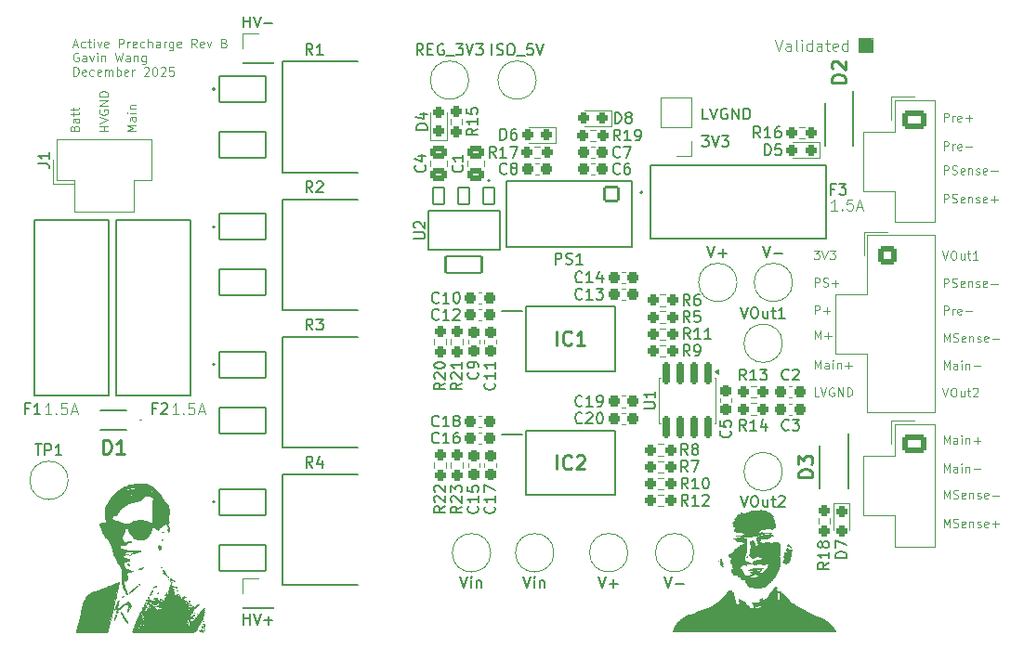
<source format=gbr>
%TF.GenerationSoftware,KiCad,Pcbnew,9.0.7*%
%TF.CreationDate,2026-01-13T18:02:55-06:00*%
%TF.ProjectId,ActivePrecharge RevB,41637469-7665-4507-9265-636861726765,rev?*%
%TF.SameCoordinates,Original*%
%TF.FileFunction,Legend,Top*%
%TF.FilePolarity,Positive*%
%FSLAX46Y46*%
G04 Gerber Fmt 4.6, Leading zero omitted, Abs format (unit mm)*
G04 Created by KiCad (PCBNEW 9.0.7) date 2026-01-13 18:02:55*
%MOMM*%
%LPD*%
G01*
G04 APERTURE LIST*
G04 Aperture macros list*
%AMRoundRect*
0 Rectangle with rounded corners*
0 $1 Rounding radius*
0 $2 $3 $4 $5 $6 $7 $8 $9 X,Y pos of 4 corners*
0 Add a 4 corners polygon primitive as box body*
4,1,4,$2,$3,$4,$5,$6,$7,$8,$9,$2,$3,0*
0 Add four circle primitives for the rounded corners*
1,1,$1+$1,$2,$3*
1,1,$1+$1,$4,$5*
1,1,$1+$1,$6,$7*
1,1,$1+$1,$8,$9*
0 Add four rect primitives between the rounded corners*
20,1,$1+$1,$2,$3,$4,$5,0*
20,1,$1+$1,$4,$5,$6,$7,0*
20,1,$1+$1,$6,$7,$8,$9,0*
20,1,$1+$1,$8,$9,$2,$3,0*%
%AMFreePoly0*
4,1,22,0.945671,0.830970,1.026777,0.776777,1.080970,0.695671,1.100000,0.600000,1.100000,-0.600000,1.080970,-0.695671,1.026777,-0.776777,0.945671,-0.830970,0.850000,-0.850000,-0.596447,-0.850000,-0.692118,-0.830970,-0.773224,-0.776777,-1.026777,-0.523224,-1.080970,-0.442118,-1.100000,-0.346447,-1.100000,0.600000,-1.080970,0.695671,-1.026777,0.776777,-0.945671,0.830970,-0.850000,0.850000,
0.850000,0.850000,0.945671,0.830970,0.945671,0.830970,$1*%
G04 Aperture macros list end*
%ADD10C,0.100000*%
%ADD11C,0.150000*%
%ADD12C,0.254000*%
%ADD13C,0.120000*%
%ADD14C,0.127000*%
%ADD15C,0.200000*%
%ADD16C,0.000000*%
%ADD17C,0.010000*%
%ADD18C,2.800000*%
%ADD19RoundRect,0.237500X-0.237500X0.300000X-0.237500X-0.300000X0.237500X-0.300000X0.237500X0.300000X0*%
%ADD20C,3.600000*%
%ADD21C,6.400000*%
%ADD22RoundRect,0.102000X-2.115000X-1.200000X2.115000X-1.200000X2.115000X1.200000X-2.115000X1.200000X0*%
%ADD23RoundRect,0.237500X0.250000X0.237500X-0.250000X0.237500X-0.250000X-0.237500X0.250000X-0.237500X0*%
%ADD24RoundRect,0.237500X0.287500X0.237500X-0.287500X0.237500X-0.287500X-0.237500X0.287500X-0.237500X0*%
%ADD25RoundRect,0.237500X-0.237500X0.287500X-0.237500X-0.287500X0.237500X-0.287500X0.237500X0.287500X0*%
%ADD26C,2.604000*%
%ADD27R,1.700000X1.700000*%
%ADD28RoundRect,0.237500X-0.237500X0.250000X-0.237500X-0.250000X0.237500X-0.250000X0.237500X0.250000X0*%
%ADD29RoundRect,0.250000X-0.475000X0.337500X-0.475000X-0.337500X0.475000X-0.337500X0.475000X0.337500X0*%
%ADD30C,1.300000*%
%ADD31RoundRect,0.250000X-0.850000X-0.600000X0.850000X-0.600000X0.850000X0.600000X-0.850000X0.600000X0*%
%ADD32O,2.200000X1.700000*%
%ADD33RoundRect,0.150000X-0.150000X0.825000X-0.150000X-0.825000X0.150000X-0.825000X0.150000X0.825000X0*%
%ADD34RoundRect,0.237500X-0.250000X-0.237500X0.250000X-0.237500X0.250000X0.237500X-0.250000X0.237500X0*%
%ADD35C,1.700000*%
%ADD36RoundRect,0.237500X0.237500X-0.250000X0.237500X0.250000X-0.237500X0.250000X-0.237500X-0.250000X0*%
%ADD37RoundRect,0.237500X0.300000X0.237500X-0.300000X0.237500X-0.300000X-0.237500X0.300000X-0.237500X0*%
%ADD38R,0.850000X1.200000*%
%ADD39RoundRect,0.237500X-0.300000X-0.237500X0.300000X-0.237500X0.300000X0.237500X-0.300000X0.237500X0*%
%ADD40R,1.850000X0.650000*%
%ADD41RoundRect,0.102000X-0.495300X0.749300X-0.495300X-0.749300X0.495300X-0.749300X0.495300X0.749300X0*%
%ADD42RoundRect,0.102000X-1.638300X0.749300X-1.638300X-0.749300X1.638300X-0.749300X1.638300X0.749300X0*%
%ADD43RoundRect,0.250000X-0.600000X-0.600000X0.600000X-0.600000X0.600000X0.600000X-0.600000X0.600000X0*%
%ADD44RoundRect,0.237500X0.237500X-0.287500X0.237500X0.287500X-0.237500X0.287500X-0.237500X-0.287500X0*%
%ADD45R,1.670000X1.970000*%
%ADD46FreePoly0,90.000000*%
%ADD47O,1.700000X2.200000*%
%ADD48RoundRect,0.250000X0.475000X-0.337500X0.475000X0.337500X-0.475000X0.337500X-0.475000X-0.337500X0*%
%ADD49RoundRect,0.102000X0.625000X0.625000X-0.625000X0.625000X-0.625000X-0.625000X0.625000X-0.625000X0*%
%ADD50C,1.454000*%
%ADD51RoundRect,0.237500X0.237500X-0.300000X0.237500X0.300000X-0.237500X0.300000X-0.237500X-0.300000X0*%
G04 APERTURE END LIST*
D10*
X191250000Y-74000000D02*
X192500000Y-74000000D01*
X192500000Y-75250000D01*
X191250000Y-75250000D01*
X191250000Y-74000000D01*
X199016265Y-115982015D02*
X199016265Y-115182015D01*
X199016265Y-115182015D02*
X199282931Y-115753443D01*
X199282931Y-115753443D02*
X199549598Y-115182015D01*
X199549598Y-115182015D02*
X199549598Y-115982015D01*
X199892455Y-115943920D02*
X200006741Y-115982015D01*
X200006741Y-115982015D02*
X200197217Y-115982015D01*
X200197217Y-115982015D02*
X200273408Y-115943920D01*
X200273408Y-115943920D02*
X200311503Y-115905824D01*
X200311503Y-115905824D02*
X200349598Y-115829634D01*
X200349598Y-115829634D02*
X200349598Y-115753443D01*
X200349598Y-115753443D02*
X200311503Y-115677253D01*
X200311503Y-115677253D02*
X200273408Y-115639158D01*
X200273408Y-115639158D02*
X200197217Y-115601062D01*
X200197217Y-115601062D02*
X200044836Y-115562967D01*
X200044836Y-115562967D02*
X199968646Y-115524872D01*
X199968646Y-115524872D02*
X199930551Y-115486777D01*
X199930551Y-115486777D02*
X199892455Y-115410586D01*
X199892455Y-115410586D02*
X199892455Y-115334396D01*
X199892455Y-115334396D02*
X199930551Y-115258205D01*
X199930551Y-115258205D02*
X199968646Y-115220110D01*
X199968646Y-115220110D02*
X200044836Y-115182015D01*
X200044836Y-115182015D02*
X200235313Y-115182015D01*
X200235313Y-115182015D02*
X200349598Y-115220110D01*
X200997218Y-115943920D02*
X200921027Y-115982015D01*
X200921027Y-115982015D02*
X200768646Y-115982015D01*
X200768646Y-115982015D02*
X200692456Y-115943920D01*
X200692456Y-115943920D02*
X200654360Y-115867729D01*
X200654360Y-115867729D02*
X200654360Y-115562967D01*
X200654360Y-115562967D02*
X200692456Y-115486777D01*
X200692456Y-115486777D02*
X200768646Y-115448681D01*
X200768646Y-115448681D02*
X200921027Y-115448681D01*
X200921027Y-115448681D02*
X200997218Y-115486777D01*
X200997218Y-115486777D02*
X201035313Y-115562967D01*
X201035313Y-115562967D02*
X201035313Y-115639158D01*
X201035313Y-115639158D02*
X200654360Y-115715348D01*
X201378170Y-115448681D02*
X201378170Y-115982015D01*
X201378170Y-115524872D02*
X201416265Y-115486777D01*
X201416265Y-115486777D02*
X201492455Y-115448681D01*
X201492455Y-115448681D02*
X201606741Y-115448681D01*
X201606741Y-115448681D02*
X201682932Y-115486777D01*
X201682932Y-115486777D02*
X201721027Y-115562967D01*
X201721027Y-115562967D02*
X201721027Y-115982015D01*
X202063884Y-115943920D02*
X202140075Y-115982015D01*
X202140075Y-115982015D02*
X202292456Y-115982015D01*
X202292456Y-115982015D02*
X202368646Y-115943920D01*
X202368646Y-115943920D02*
X202406742Y-115867729D01*
X202406742Y-115867729D02*
X202406742Y-115829634D01*
X202406742Y-115829634D02*
X202368646Y-115753443D01*
X202368646Y-115753443D02*
X202292456Y-115715348D01*
X202292456Y-115715348D02*
X202178170Y-115715348D01*
X202178170Y-115715348D02*
X202101980Y-115677253D01*
X202101980Y-115677253D02*
X202063884Y-115601062D01*
X202063884Y-115601062D02*
X202063884Y-115562967D01*
X202063884Y-115562967D02*
X202101980Y-115486777D01*
X202101980Y-115486777D02*
X202178170Y-115448681D01*
X202178170Y-115448681D02*
X202292456Y-115448681D01*
X202292456Y-115448681D02*
X202368646Y-115486777D01*
X203054361Y-115943920D02*
X202978170Y-115982015D01*
X202978170Y-115982015D02*
X202825789Y-115982015D01*
X202825789Y-115982015D02*
X202749599Y-115943920D01*
X202749599Y-115943920D02*
X202711503Y-115867729D01*
X202711503Y-115867729D02*
X202711503Y-115562967D01*
X202711503Y-115562967D02*
X202749599Y-115486777D01*
X202749599Y-115486777D02*
X202825789Y-115448681D01*
X202825789Y-115448681D02*
X202978170Y-115448681D01*
X202978170Y-115448681D02*
X203054361Y-115486777D01*
X203054361Y-115486777D02*
X203092456Y-115562967D01*
X203092456Y-115562967D02*
X203092456Y-115639158D01*
X203092456Y-115639158D02*
X202711503Y-115715348D01*
X203435313Y-115677253D02*
X204044837Y-115677253D01*
X122896895Y-82443734D02*
X122096895Y-82443734D01*
X122477847Y-82443734D02*
X122477847Y-81986591D01*
X122896895Y-81986591D02*
X122096895Y-81986591D01*
X122096895Y-81719925D02*
X122896895Y-81453258D01*
X122896895Y-81453258D02*
X122096895Y-81186592D01*
X122134990Y-80500878D02*
X122096895Y-80577068D01*
X122096895Y-80577068D02*
X122096895Y-80691354D01*
X122096895Y-80691354D02*
X122134990Y-80805640D01*
X122134990Y-80805640D02*
X122211180Y-80881830D01*
X122211180Y-80881830D02*
X122287371Y-80919925D01*
X122287371Y-80919925D02*
X122439752Y-80958021D01*
X122439752Y-80958021D02*
X122554038Y-80958021D01*
X122554038Y-80958021D02*
X122706419Y-80919925D01*
X122706419Y-80919925D02*
X122782609Y-80881830D01*
X122782609Y-80881830D02*
X122858800Y-80805640D01*
X122858800Y-80805640D02*
X122896895Y-80691354D01*
X122896895Y-80691354D02*
X122896895Y-80615163D01*
X122896895Y-80615163D02*
X122858800Y-80500878D01*
X122858800Y-80500878D02*
X122820704Y-80462782D01*
X122820704Y-80462782D02*
X122554038Y-80462782D01*
X122554038Y-80462782D02*
X122554038Y-80615163D01*
X122896895Y-80119925D02*
X122096895Y-80119925D01*
X122096895Y-80119925D02*
X122896895Y-79662782D01*
X122896895Y-79662782D02*
X122096895Y-79662782D01*
X122896895Y-79281830D02*
X122096895Y-79281830D01*
X122096895Y-79281830D02*
X122096895Y-79091354D01*
X122096895Y-79091354D02*
X122134990Y-78977068D01*
X122134990Y-78977068D02*
X122211180Y-78900878D01*
X122211180Y-78900878D02*
X122287371Y-78862783D01*
X122287371Y-78862783D02*
X122439752Y-78824687D01*
X122439752Y-78824687D02*
X122554038Y-78824687D01*
X122554038Y-78824687D02*
X122706419Y-78862783D01*
X122706419Y-78862783D02*
X122782609Y-78900878D01*
X122782609Y-78900878D02*
X122858800Y-78977068D01*
X122858800Y-78977068D02*
X122896895Y-79091354D01*
X122896895Y-79091354D02*
X122896895Y-79281830D01*
X187256265Y-96632015D02*
X187256265Y-95832015D01*
X187256265Y-95832015D02*
X187561027Y-95832015D01*
X187561027Y-95832015D02*
X187637217Y-95870110D01*
X187637217Y-95870110D02*
X187675312Y-95908205D01*
X187675312Y-95908205D02*
X187713408Y-95984396D01*
X187713408Y-95984396D02*
X187713408Y-96098681D01*
X187713408Y-96098681D02*
X187675312Y-96174872D01*
X187675312Y-96174872D02*
X187637217Y-96212967D01*
X187637217Y-96212967D02*
X187561027Y-96251062D01*
X187561027Y-96251062D02*
X187256265Y-96251062D01*
X188018169Y-96593920D02*
X188132455Y-96632015D01*
X188132455Y-96632015D02*
X188322931Y-96632015D01*
X188322931Y-96632015D02*
X188399122Y-96593920D01*
X188399122Y-96593920D02*
X188437217Y-96555824D01*
X188437217Y-96555824D02*
X188475312Y-96479634D01*
X188475312Y-96479634D02*
X188475312Y-96403443D01*
X188475312Y-96403443D02*
X188437217Y-96327253D01*
X188437217Y-96327253D02*
X188399122Y-96289158D01*
X188399122Y-96289158D02*
X188322931Y-96251062D01*
X188322931Y-96251062D02*
X188170550Y-96212967D01*
X188170550Y-96212967D02*
X188094360Y-96174872D01*
X188094360Y-96174872D02*
X188056265Y-96136777D01*
X188056265Y-96136777D02*
X188018169Y-96060586D01*
X188018169Y-96060586D02*
X188018169Y-95984396D01*
X188018169Y-95984396D02*
X188056265Y-95908205D01*
X188056265Y-95908205D02*
X188094360Y-95870110D01*
X188094360Y-95870110D02*
X188170550Y-95832015D01*
X188170550Y-95832015D02*
X188361027Y-95832015D01*
X188361027Y-95832015D02*
X188475312Y-95870110D01*
X188818170Y-96327253D02*
X189427694Y-96327253D01*
X189122932Y-96632015D02*
X189122932Y-96022491D01*
X199016265Y-101682015D02*
X199016265Y-100882015D01*
X199016265Y-100882015D02*
X199282931Y-101453443D01*
X199282931Y-101453443D02*
X199549598Y-100882015D01*
X199549598Y-100882015D02*
X199549598Y-101682015D01*
X199892455Y-101643920D02*
X200006741Y-101682015D01*
X200006741Y-101682015D02*
X200197217Y-101682015D01*
X200197217Y-101682015D02*
X200273408Y-101643920D01*
X200273408Y-101643920D02*
X200311503Y-101605824D01*
X200311503Y-101605824D02*
X200349598Y-101529634D01*
X200349598Y-101529634D02*
X200349598Y-101453443D01*
X200349598Y-101453443D02*
X200311503Y-101377253D01*
X200311503Y-101377253D02*
X200273408Y-101339158D01*
X200273408Y-101339158D02*
X200197217Y-101301062D01*
X200197217Y-101301062D02*
X200044836Y-101262967D01*
X200044836Y-101262967D02*
X199968646Y-101224872D01*
X199968646Y-101224872D02*
X199930551Y-101186777D01*
X199930551Y-101186777D02*
X199892455Y-101110586D01*
X199892455Y-101110586D02*
X199892455Y-101034396D01*
X199892455Y-101034396D02*
X199930551Y-100958205D01*
X199930551Y-100958205D02*
X199968646Y-100920110D01*
X199968646Y-100920110D02*
X200044836Y-100882015D01*
X200044836Y-100882015D02*
X200235313Y-100882015D01*
X200235313Y-100882015D02*
X200349598Y-100920110D01*
X200997218Y-101643920D02*
X200921027Y-101682015D01*
X200921027Y-101682015D02*
X200768646Y-101682015D01*
X200768646Y-101682015D02*
X200692456Y-101643920D01*
X200692456Y-101643920D02*
X200654360Y-101567729D01*
X200654360Y-101567729D02*
X200654360Y-101262967D01*
X200654360Y-101262967D02*
X200692456Y-101186777D01*
X200692456Y-101186777D02*
X200768646Y-101148681D01*
X200768646Y-101148681D02*
X200921027Y-101148681D01*
X200921027Y-101148681D02*
X200997218Y-101186777D01*
X200997218Y-101186777D02*
X201035313Y-101262967D01*
X201035313Y-101262967D02*
X201035313Y-101339158D01*
X201035313Y-101339158D02*
X200654360Y-101415348D01*
X201378170Y-101148681D02*
X201378170Y-101682015D01*
X201378170Y-101224872D02*
X201416265Y-101186777D01*
X201416265Y-101186777D02*
X201492455Y-101148681D01*
X201492455Y-101148681D02*
X201606741Y-101148681D01*
X201606741Y-101148681D02*
X201682932Y-101186777D01*
X201682932Y-101186777D02*
X201721027Y-101262967D01*
X201721027Y-101262967D02*
X201721027Y-101682015D01*
X202063884Y-101643920D02*
X202140075Y-101682015D01*
X202140075Y-101682015D02*
X202292456Y-101682015D01*
X202292456Y-101682015D02*
X202368646Y-101643920D01*
X202368646Y-101643920D02*
X202406742Y-101567729D01*
X202406742Y-101567729D02*
X202406742Y-101529634D01*
X202406742Y-101529634D02*
X202368646Y-101453443D01*
X202368646Y-101453443D02*
X202292456Y-101415348D01*
X202292456Y-101415348D02*
X202178170Y-101415348D01*
X202178170Y-101415348D02*
X202101980Y-101377253D01*
X202101980Y-101377253D02*
X202063884Y-101301062D01*
X202063884Y-101301062D02*
X202063884Y-101262967D01*
X202063884Y-101262967D02*
X202101980Y-101186777D01*
X202101980Y-101186777D02*
X202178170Y-101148681D01*
X202178170Y-101148681D02*
X202292456Y-101148681D01*
X202292456Y-101148681D02*
X202368646Y-101186777D01*
X203054361Y-101643920D02*
X202978170Y-101682015D01*
X202978170Y-101682015D02*
X202825789Y-101682015D01*
X202825789Y-101682015D02*
X202749599Y-101643920D01*
X202749599Y-101643920D02*
X202711503Y-101567729D01*
X202711503Y-101567729D02*
X202711503Y-101262967D01*
X202711503Y-101262967D02*
X202749599Y-101186777D01*
X202749599Y-101186777D02*
X202825789Y-101148681D01*
X202825789Y-101148681D02*
X202978170Y-101148681D01*
X202978170Y-101148681D02*
X203054361Y-101186777D01*
X203054361Y-101186777D02*
X203092456Y-101262967D01*
X203092456Y-101262967D02*
X203092456Y-101339158D01*
X203092456Y-101339158D02*
X202711503Y-101415348D01*
X203435313Y-101377253D02*
X204044837Y-101377253D01*
X187637217Y-106632015D02*
X187256265Y-106632015D01*
X187256265Y-106632015D02*
X187256265Y-105832015D01*
X187789598Y-105832015D02*
X188056265Y-106632015D01*
X188056265Y-106632015D02*
X188322931Y-105832015D01*
X189008645Y-105870110D02*
X188932455Y-105832015D01*
X188932455Y-105832015D02*
X188818169Y-105832015D01*
X188818169Y-105832015D02*
X188703883Y-105870110D01*
X188703883Y-105870110D02*
X188627693Y-105946300D01*
X188627693Y-105946300D02*
X188589598Y-106022491D01*
X188589598Y-106022491D02*
X188551502Y-106174872D01*
X188551502Y-106174872D02*
X188551502Y-106289158D01*
X188551502Y-106289158D02*
X188589598Y-106441539D01*
X188589598Y-106441539D02*
X188627693Y-106517729D01*
X188627693Y-106517729D02*
X188703883Y-106593920D01*
X188703883Y-106593920D02*
X188818169Y-106632015D01*
X188818169Y-106632015D02*
X188894360Y-106632015D01*
X188894360Y-106632015D02*
X189008645Y-106593920D01*
X189008645Y-106593920D02*
X189046741Y-106555824D01*
X189046741Y-106555824D02*
X189046741Y-106289158D01*
X189046741Y-106289158D02*
X188894360Y-106289158D01*
X189389598Y-106632015D02*
X189389598Y-105832015D01*
X189389598Y-105832015D02*
X189846741Y-106632015D01*
X189846741Y-106632015D02*
X189846741Y-105832015D01*
X190227693Y-106632015D02*
X190227693Y-105832015D01*
X190227693Y-105832015D02*
X190418169Y-105832015D01*
X190418169Y-105832015D02*
X190532455Y-105870110D01*
X190532455Y-105870110D02*
X190608645Y-105946300D01*
X190608645Y-105946300D02*
X190646740Y-106022491D01*
X190646740Y-106022491D02*
X190684836Y-106174872D01*
X190684836Y-106174872D02*
X190684836Y-106289158D01*
X190684836Y-106289158D02*
X190646740Y-106441539D01*
X190646740Y-106441539D02*
X190608645Y-106517729D01*
X190608645Y-106517729D02*
X190532455Y-106593920D01*
X190532455Y-106593920D02*
X190418169Y-106632015D01*
X190418169Y-106632015D02*
X190227693Y-106632015D01*
X199016265Y-113582015D02*
X199016265Y-112782015D01*
X199016265Y-112782015D02*
X199282931Y-113353443D01*
X199282931Y-113353443D02*
X199549598Y-112782015D01*
X199549598Y-112782015D02*
X199549598Y-113582015D01*
X200273408Y-113582015D02*
X200273408Y-113162967D01*
X200273408Y-113162967D02*
X200235313Y-113086777D01*
X200235313Y-113086777D02*
X200159122Y-113048681D01*
X200159122Y-113048681D02*
X200006741Y-113048681D01*
X200006741Y-113048681D02*
X199930551Y-113086777D01*
X200273408Y-113543920D02*
X200197217Y-113582015D01*
X200197217Y-113582015D02*
X200006741Y-113582015D01*
X200006741Y-113582015D02*
X199930551Y-113543920D01*
X199930551Y-113543920D02*
X199892455Y-113467729D01*
X199892455Y-113467729D02*
X199892455Y-113391539D01*
X199892455Y-113391539D02*
X199930551Y-113315348D01*
X199930551Y-113315348D02*
X200006741Y-113277253D01*
X200006741Y-113277253D02*
X200197217Y-113277253D01*
X200197217Y-113277253D02*
X200273408Y-113239158D01*
X200654361Y-113582015D02*
X200654361Y-113048681D01*
X200654361Y-112782015D02*
X200616265Y-112820110D01*
X200616265Y-112820110D02*
X200654361Y-112858205D01*
X200654361Y-112858205D02*
X200692456Y-112820110D01*
X200692456Y-112820110D02*
X200654361Y-112782015D01*
X200654361Y-112782015D02*
X200654361Y-112858205D01*
X201035313Y-113048681D02*
X201035313Y-113582015D01*
X201035313Y-113124872D02*
X201073408Y-113086777D01*
X201073408Y-113086777D02*
X201149598Y-113048681D01*
X201149598Y-113048681D02*
X201263884Y-113048681D01*
X201263884Y-113048681D02*
X201340075Y-113086777D01*
X201340075Y-113086777D02*
X201378170Y-113162967D01*
X201378170Y-113162967D02*
X201378170Y-113582015D01*
X201759123Y-113277253D02*
X202368647Y-113277253D01*
X198901979Y-105882015D02*
X199168646Y-106682015D01*
X199168646Y-106682015D02*
X199435312Y-105882015D01*
X199854360Y-105882015D02*
X200006741Y-105882015D01*
X200006741Y-105882015D02*
X200082931Y-105920110D01*
X200082931Y-105920110D02*
X200159122Y-105996300D01*
X200159122Y-105996300D02*
X200197217Y-106148681D01*
X200197217Y-106148681D02*
X200197217Y-106415348D01*
X200197217Y-106415348D02*
X200159122Y-106567729D01*
X200159122Y-106567729D02*
X200082931Y-106643920D01*
X200082931Y-106643920D02*
X200006741Y-106682015D01*
X200006741Y-106682015D02*
X199854360Y-106682015D01*
X199854360Y-106682015D02*
X199778169Y-106643920D01*
X199778169Y-106643920D02*
X199701979Y-106567729D01*
X199701979Y-106567729D02*
X199663883Y-106415348D01*
X199663883Y-106415348D02*
X199663883Y-106148681D01*
X199663883Y-106148681D02*
X199701979Y-105996300D01*
X199701979Y-105996300D02*
X199778169Y-105920110D01*
X199778169Y-105920110D02*
X199854360Y-105882015D01*
X200882931Y-106148681D02*
X200882931Y-106682015D01*
X200540074Y-106148681D02*
X200540074Y-106567729D01*
X200540074Y-106567729D02*
X200578169Y-106643920D01*
X200578169Y-106643920D02*
X200654359Y-106682015D01*
X200654359Y-106682015D02*
X200768645Y-106682015D01*
X200768645Y-106682015D02*
X200844836Y-106643920D01*
X200844836Y-106643920D02*
X200882931Y-106605824D01*
X201149598Y-106148681D02*
X201454360Y-106148681D01*
X201263884Y-105882015D02*
X201263884Y-106567729D01*
X201263884Y-106567729D02*
X201301979Y-106643920D01*
X201301979Y-106643920D02*
X201378169Y-106682015D01*
X201378169Y-106682015D02*
X201454360Y-106682015D01*
X201682931Y-105958205D02*
X201721027Y-105920110D01*
X201721027Y-105920110D02*
X201797217Y-105882015D01*
X201797217Y-105882015D02*
X201987693Y-105882015D01*
X201987693Y-105882015D02*
X202063884Y-105920110D01*
X202063884Y-105920110D02*
X202101979Y-105958205D01*
X202101979Y-105958205D02*
X202140074Y-106034396D01*
X202140074Y-106034396D02*
X202140074Y-106110586D01*
X202140074Y-106110586D02*
X202101979Y-106224872D01*
X202101979Y-106224872D02*
X201644836Y-106682015D01*
X201644836Y-106682015D02*
X202140074Y-106682015D01*
X199016265Y-84182015D02*
X199016265Y-83382015D01*
X199016265Y-83382015D02*
X199321027Y-83382015D01*
X199321027Y-83382015D02*
X199397217Y-83420110D01*
X199397217Y-83420110D02*
X199435312Y-83458205D01*
X199435312Y-83458205D02*
X199473408Y-83534396D01*
X199473408Y-83534396D02*
X199473408Y-83648681D01*
X199473408Y-83648681D02*
X199435312Y-83724872D01*
X199435312Y-83724872D02*
X199397217Y-83762967D01*
X199397217Y-83762967D02*
X199321027Y-83801062D01*
X199321027Y-83801062D02*
X199016265Y-83801062D01*
X199816265Y-84182015D02*
X199816265Y-83648681D01*
X199816265Y-83801062D02*
X199854360Y-83724872D01*
X199854360Y-83724872D02*
X199892455Y-83686777D01*
X199892455Y-83686777D02*
X199968646Y-83648681D01*
X199968646Y-83648681D02*
X200044836Y-83648681D01*
X200616265Y-84143920D02*
X200540074Y-84182015D01*
X200540074Y-84182015D02*
X200387693Y-84182015D01*
X200387693Y-84182015D02*
X200311503Y-84143920D01*
X200311503Y-84143920D02*
X200273407Y-84067729D01*
X200273407Y-84067729D02*
X200273407Y-83762967D01*
X200273407Y-83762967D02*
X200311503Y-83686777D01*
X200311503Y-83686777D02*
X200387693Y-83648681D01*
X200387693Y-83648681D02*
X200540074Y-83648681D01*
X200540074Y-83648681D02*
X200616265Y-83686777D01*
X200616265Y-83686777D02*
X200654360Y-83762967D01*
X200654360Y-83762967D02*
X200654360Y-83839158D01*
X200654360Y-83839158D02*
X200273407Y-83915348D01*
X200997217Y-83877253D02*
X201606741Y-83877253D01*
X189327693Y-89672419D02*
X188756265Y-89672419D01*
X189041979Y-89672419D02*
X189041979Y-88672419D01*
X189041979Y-88672419D02*
X188946741Y-88815276D01*
X188946741Y-88815276D02*
X188851503Y-88910514D01*
X188851503Y-88910514D02*
X188756265Y-88958133D01*
X189756265Y-89577180D02*
X189803884Y-89624800D01*
X189803884Y-89624800D02*
X189756265Y-89672419D01*
X189756265Y-89672419D02*
X189708646Y-89624800D01*
X189708646Y-89624800D02*
X189756265Y-89577180D01*
X189756265Y-89577180D02*
X189756265Y-89672419D01*
X190708645Y-88672419D02*
X190232455Y-88672419D01*
X190232455Y-88672419D02*
X190184836Y-89148609D01*
X190184836Y-89148609D02*
X190232455Y-89100990D01*
X190232455Y-89100990D02*
X190327693Y-89053371D01*
X190327693Y-89053371D02*
X190565788Y-89053371D01*
X190565788Y-89053371D02*
X190661026Y-89100990D01*
X190661026Y-89100990D02*
X190708645Y-89148609D01*
X190708645Y-89148609D02*
X190756264Y-89243847D01*
X190756264Y-89243847D02*
X190756264Y-89481942D01*
X190756264Y-89481942D02*
X190708645Y-89577180D01*
X190708645Y-89577180D02*
X190661026Y-89624800D01*
X190661026Y-89624800D02*
X190565788Y-89672419D01*
X190565788Y-89672419D02*
X190327693Y-89672419D01*
X190327693Y-89672419D02*
X190232455Y-89624800D01*
X190232455Y-89624800D02*
X190184836Y-89577180D01*
X191137217Y-89386704D02*
X191613407Y-89386704D01*
X191041979Y-89672419D02*
X191375312Y-88672419D01*
X191375312Y-88672419D02*
X191708645Y-89672419D01*
X125396895Y-82443734D02*
X124596895Y-82443734D01*
X124596895Y-82443734D02*
X125168323Y-82177068D01*
X125168323Y-82177068D02*
X124596895Y-81910401D01*
X124596895Y-81910401D02*
X125396895Y-81910401D01*
X125396895Y-81186591D02*
X124977847Y-81186591D01*
X124977847Y-81186591D02*
X124901657Y-81224686D01*
X124901657Y-81224686D02*
X124863561Y-81300877D01*
X124863561Y-81300877D02*
X124863561Y-81453258D01*
X124863561Y-81453258D02*
X124901657Y-81529448D01*
X125358800Y-81186591D02*
X125396895Y-81262782D01*
X125396895Y-81262782D02*
X125396895Y-81453258D01*
X125396895Y-81453258D02*
X125358800Y-81529448D01*
X125358800Y-81529448D02*
X125282609Y-81567544D01*
X125282609Y-81567544D02*
X125206419Y-81567544D01*
X125206419Y-81567544D02*
X125130228Y-81529448D01*
X125130228Y-81529448D02*
X125092133Y-81453258D01*
X125092133Y-81453258D02*
X125092133Y-81262782D01*
X125092133Y-81262782D02*
X125054038Y-81186591D01*
X125396895Y-80805638D02*
X124863561Y-80805638D01*
X124596895Y-80805638D02*
X124634990Y-80843734D01*
X124634990Y-80843734D02*
X124673085Y-80805638D01*
X124673085Y-80805638D02*
X124634990Y-80767543D01*
X124634990Y-80767543D02*
X124596895Y-80805638D01*
X124596895Y-80805638D02*
X124673085Y-80805638D01*
X124863561Y-80424686D02*
X125396895Y-80424686D01*
X124939752Y-80424686D02*
X124901657Y-80386591D01*
X124901657Y-80386591D02*
X124863561Y-80310401D01*
X124863561Y-80310401D02*
X124863561Y-80196115D01*
X124863561Y-80196115D02*
X124901657Y-80119924D01*
X124901657Y-80119924D02*
X124977847Y-80081829D01*
X124977847Y-80081829D02*
X125396895Y-80081829D01*
X199016265Y-88982015D02*
X199016265Y-88182015D01*
X199016265Y-88182015D02*
X199321027Y-88182015D01*
X199321027Y-88182015D02*
X199397217Y-88220110D01*
X199397217Y-88220110D02*
X199435312Y-88258205D01*
X199435312Y-88258205D02*
X199473408Y-88334396D01*
X199473408Y-88334396D02*
X199473408Y-88448681D01*
X199473408Y-88448681D02*
X199435312Y-88524872D01*
X199435312Y-88524872D02*
X199397217Y-88562967D01*
X199397217Y-88562967D02*
X199321027Y-88601062D01*
X199321027Y-88601062D02*
X199016265Y-88601062D01*
X199778169Y-88943920D02*
X199892455Y-88982015D01*
X199892455Y-88982015D02*
X200082931Y-88982015D01*
X200082931Y-88982015D02*
X200159122Y-88943920D01*
X200159122Y-88943920D02*
X200197217Y-88905824D01*
X200197217Y-88905824D02*
X200235312Y-88829634D01*
X200235312Y-88829634D02*
X200235312Y-88753443D01*
X200235312Y-88753443D02*
X200197217Y-88677253D01*
X200197217Y-88677253D02*
X200159122Y-88639158D01*
X200159122Y-88639158D02*
X200082931Y-88601062D01*
X200082931Y-88601062D02*
X199930550Y-88562967D01*
X199930550Y-88562967D02*
X199854360Y-88524872D01*
X199854360Y-88524872D02*
X199816265Y-88486777D01*
X199816265Y-88486777D02*
X199778169Y-88410586D01*
X199778169Y-88410586D02*
X199778169Y-88334396D01*
X199778169Y-88334396D02*
X199816265Y-88258205D01*
X199816265Y-88258205D02*
X199854360Y-88220110D01*
X199854360Y-88220110D02*
X199930550Y-88182015D01*
X199930550Y-88182015D02*
X200121027Y-88182015D01*
X200121027Y-88182015D02*
X200235312Y-88220110D01*
X200882932Y-88943920D02*
X200806741Y-88982015D01*
X200806741Y-88982015D02*
X200654360Y-88982015D01*
X200654360Y-88982015D02*
X200578170Y-88943920D01*
X200578170Y-88943920D02*
X200540074Y-88867729D01*
X200540074Y-88867729D02*
X200540074Y-88562967D01*
X200540074Y-88562967D02*
X200578170Y-88486777D01*
X200578170Y-88486777D02*
X200654360Y-88448681D01*
X200654360Y-88448681D02*
X200806741Y-88448681D01*
X200806741Y-88448681D02*
X200882932Y-88486777D01*
X200882932Y-88486777D02*
X200921027Y-88562967D01*
X200921027Y-88562967D02*
X200921027Y-88639158D01*
X200921027Y-88639158D02*
X200540074Y-88715348D01*
X201263884Y-88448681D02*
X201263884Y-88982015D01*
X201263884Y-88524872D02*
X201301979Y-88486777D01*
X201301979Y-88486777D02*
X201378169Y-88448681D01*
X201378169Y-88448681D02*
X201492455Y-88448681D01*
X201492455Y-88448681D02*
X201568646Y-88486777D01*
X201568646Y-88486777D02*
X201606741Y-88562967D01*
X201606741Y-88562967D02*
X201606741Y-88982015D01*
X201949598Y-88943920D02*
X202025789Y-88982015D01*
X202025789Y-88982015D02*
X202178170Y-88982015D01*
X202178170Y-88982015D02*
X202254360Y-88943920D01*
X202254360Y-88943920D02*
X202292456Y-88867729D01*
X202292456Y-88867729D02*
X202292456Y-88829634D01*
X202292456Y-88829634D02*
X202254360Y-88753443D01*
X202254360Y-88753443D02*
X202178170Y-88715348D01*
X202178170Y-88715348D02*
X202063884Y-88715348D01*
X202063884Y-88715348D02*
X201987694Y-88677253D01*
X201987694Y-88677253D02*
X201949598Y-88601062D01*
X201949598Y-88601062D02*
X201949598Y-88562967D01*
X201949598Y-88562967D02*
X201987694Y-88486777D01*
X201987694Y-88486777D02*
X202063884Y-88448681D01*
X202063884Y-88448681D02*
X202178170Y-88448681D01*
X202178170Y-88448681D02*
X202254360Y-88486777D01*
X202940075Y-88943920D02*
X202863884Y-88982015D01*
X202863884Y-88982015D02*
X202711503Y-88982015D01*
X202711503Y-88982015D02*
X202635313Y-88943920D01*
X202635313Y-88943920D02*
X202597217Y-88867729D01*
X202597217Y-88867729D02*
X202597217Y-88562967D01*
X202597217Y-88562967D02*
X202635313Y-88486777D01*
X202635313Y-88486777D02*
X202711503Y-88448681D01*
X202711503Y-88448681D02*
X202863884Y-88448681D01*
X202863884Y-88448681D02*
X202940075Y-88486777D01*
X202940075Y-88486777D02*
X202978170Y-88562967D01*
X202978170Y-88562967D02*
X202978170Y-88639158D01*
X202978170Y-88639158D02*
X202597217Y-88715348D01*
X203321027Y-88677253D02*
X203930551Y-88677253D01*
X203625789Y-88982015D02*
X203625789Y-88372491D01*
X117727693Y-108272419D02*
X117156265Y-108272419D01*
X117441979Y-108272419D02*
X117441979Y-107272419D01*
X117441979Y-107272419D02*
X117346741Y-107415276D01*
X117346741Y-107415276D02*
X117251503Y-107510514D01*
X117251503Y-107510514D02*
X117156265Y-107558133D01*
X118156265Y-108177180D02*
X118203884Y-108224800D01*
X118203884Y-108224800D02*
X118156265Y-108272419D01*
X118156265Y-108272419D02*
X118108646Y-108224800D01*
X118108646Y-108224800D02*
X118156265Y-108177180D01*
X118156265Y-108177180D02*
X118156265Y-108272419D01*
X119108645Y-107272419D02*
X118632455Y-107272419D01*
X118632455Y-107272419D02*
X118584836Y-107748609D01*
X118584836Y-107748609D02*
X118632455Y-107700990D01*
X118632455Y-107700990D02*
X118727693Y-107653371D01*
X118727693Y-107653371D02*
X118965788Y-107653371D01*
X118965788Y-107653371D02*
X119061026Y-107700990D01*
X119061026Y-107700990D02*
X119108645Y-107748609D01*
X119108645Y-107748609D02*
X119156264Y-107843847D01*
X119156264Y-107843847D02*
X119156264Y-108081942D01*
X119156264Y-108081942D02*
X119108645Y-108177180D01*
X119108645Y-108177180D02*
X119061026Y-108224800D01*
X119061026Y-108224800D02*
X118965788Y-108272419D01*
X118965788Y-108272419D02*
X118727693Y-108272419D01*
X118727693Y-108272419D02*
X118632455Y-108224800D01*
X118632455Y-108224800D02*
X118584836Y-108177180D01*
X119537217Y-107986704D02*
X120013407Y-107986704D01*
X119441979Y-108272419D02*
X119775312Y-107272419D01*
X119775312Y-107272419D02*
X120108645Y-108272419D01*
X199016265Y-86382015D02*
X199016265Y-85582015D01*
X199016265Y-85582015D02*
X199321027Y-85582015D01*
X199321027Y-85582015D02*
X199397217Y-85620110D01*
X199397217Y-85620110D02*
X199435312Y-85658205D01*
X199435312Y-85658205D02*
X199473408Y-85734396D01*
X199473408Y-85734396D02*
X199473408Y-85848681D01*
X199473408Y-85848681D02*
X199435312Y-85924872D01*
X199435312Y-85924872D02*
X199397217Y-85962967D01*
X199397217Y-85962967D02*
X199321027Y-86001062D01*
X199321027Y-86001062D02*
X199016265Y-86001062D01*
X199778169Y-86343920D02*
X199892455Y-86382015D01*
X199892455Y-86382015D02*
X200082931Y-86382015D01*
X200082931Y-86382015D02*
X200159122Y-86343920D01*
X200159122Y-86343920D02*
X200197217Y-86305824D01*
X200197217Y-86305824D02*
X200235312Y-86229634D01*
X200235312Y-86229634D02*
X200235312Y-86153443D01*
X200235312Y-86153443D02*
X200197217Y-86077253D01*
X200197217Y-86077253D02*
X200159122Y-86039158D01*
X200159122Y-86039158D02*
X200082931Y-86001062D01*
X200082931Y-86001062D02*
X199930550Y-85962967D01*
X199930550Y-85962967D02*
X199854360Y-85924872D01*
X199854360Y-85924872D02*
X199816265Y-85886777D01*
X199816265Y-85886777D02*
X199778169Y-85810586D01*
X199778169Y-85810586D02*
X199778169Y-85734396D01*
X199778169Y-85734396D02*
X199816265Y-85658205D01*
X199816265Y-85658205D02*
X199854360Y-85620110D01*
X199854360Y-85620110D02*
X199930550Y-85582015D01*
X199930550Y-85582015D02*
X200121027Y-85582015D01*
X200121027Y-85582015D02*
X200235312Y-85620110D01*
X200882932Y-86343920D02*
X200806741Y-86382015D01*
X200806741Y-86382015D02*
X200654360Y-86382015D01*
X200654360Y-86382015D02*
X200578170Y-86343920D01*
X200578170Y-86343920D02*
X200540074Y-86267729D01*
X200540074Y-86267729D02*
X200540074Y-85962967D01*
X200540074Y-85962967D02*
X200578170Y-85886777D01*
X200578170Y-85886777D02*
X200654360Y-85848681D01*
X200654360Y-85848681D02*
X200806741Y-85848681D01*
X200806741Y-85848681D02*
X200882932Y-85886777D01*
X200882932Y-85886777D02*
X200921027Y-85962967D01*
X200921027Y-85962967D02*
X200921027Y-86039158D01*
X200921027Y-86039158D02*
X200540074Y-86115348D01*
X201263884Y-85848681D02*
X201263884Y-86382015D01*
X201263884Y-85924872D02*
X201301979Y-85886777D01*
X201301979Y-85886777D02*
X201378169Y-85848681D01*
X201378169Y-85848681D02*
X201492455Y-85848681D01*
X201492455Y-85848681D02*
X201568646Y-85886777D01*
X201568646Y-85886777D02*
X201606741Y-85962967D01*
X201606741Y-85962967D02*
X201606741Y-86382015D01*
X201949598Y-86343920D02*
X202025789Y-86382015D01*
X202025789Y-86382015D02*
X202178170Y-86382015D01*
X202178170Y-86382015D02*
X202254360Y-86343920D01*
X202254360Y-86343920D02*
X202292456Y-86267729D01*
X202292456Y-86267729D02*
X202292456Y-86229634D01*
X202292456Y-86229634D02*
X202254360Y-86153443D01*
X202254360Y-86153443D02*
X202178170Y-86115348D01*
X202178170Y-86115348D02*
X202063884Y-86115348D01*
X202063884Y-86115348D02*
X201987694Y-86077253D01*
X201987694Y-86077253D02*
X201949598Y-86001062D01*
X201949598Y-86001062D02*
X201949598Y-85962967D01*
X201949598Y-85962967D02*
X201987694Y-85886777D01*
X201987694Y-85886777D02*
X202063884Y-85848681D01*
X202063884Y-85848681D02*
X202178170Y-85848681D01*
X202178170Y-85848681D02*
X202254360Y-85886777D01*
X202940075Y-86343920D02*
X202863884Y-86382015D01*
X202863884Y-86382015D02*
X202711503Y-86382015D01*
X202711503Y-86382015D02*
X202635313Y-86343920D01*
X202635313Y-86343920D02*
X202597217Y-86267729D01*
X202597217Y-86267729D02*
X202597217Y-85962967D01*
X202597217Y-85962967D02*
X202635313Y-85886777D01*
X202635313Y-85886777D02*
X202711503Y-85848681D01*
X202711503Y-85848681D02*
X202863884Y-85848681D01*
X202863884Y-85848681D02*
X202940075Y-85886777D01*
X202940075Y-85886777D02*
X202978170Y-85962967D01*
X202978170Y-85962967D02*
X202978170Y-86039158D01*
X202978170Y-86039158D02*
X202597217Y-86115348D01*
X203321027Y-86077253D02*
X203930551Y-86077253D01*
X187256265Y-101432015D02*
X187256265Y-100632015D01*
X187256265Y-100632015D02*
X187522931Y-101203443D01*
X187522931Y-101203443D02*
X187789598Y-100632015D01*
X187789598Y-100632015D02*
X187789598Y-101432015D01*
X188170551Y-101127253D02*
X188780075Y-101127253D01*
X188475313Y-101432015D02*
X188475313Y-100822491D01*
D11*
X177562969Y-81369819D02*
X177086779Y-81369819D01*
X177086779Y-81369819D02*
X177086779Y-80369819D01*
X177753446Y-80369819D02*
X178086779Y-81369819D01*
X178086779Y-81369819D02*
X178420112Y-80369819D01*
X179277255Y-80417438D02*
X179182017Y-80369819D01*
X179182017Y-80369819D02*
X179039160Y-80369819D01*
X179039160Y-80369819D02*
X178896303Y-80417438D01*
X178896303Y-80417438D02*
X178801065Y-80512676D01*
X178801065Y-80512676D02*
X178753446Y-80607914D01*
X178753446Y-80607914D02*
X178705827Y-80798390D01*
X178705827Y-80798390D02*
X178705827Y-80941247D01*
X178705827Y-80941247D02*
X178753446Y-81131723D01*
X178753446Y-81131723D02*
X178801065Y-81226961D01*
X178801065Y-81226961D02*
X178896303Y-81322200D01*
X178896303Y-81322200D02*
X179039160Y-81369819D01*
X179039160Y-81369819D02*
X179134398Y-81369819D01*
X179134398Y-81369819D02*
X179277255Y-81322200D01*
X179277255Y-81322200D02*
X179324874Y-81274580D01*
X179324874Y-81274580D02*
X179324874Y-80941247D01*
X179324874Y-80941247D02*
X179134398Y-80941247D01*
X179753446Y-81369819D02*
X179753446Y-80369819D01*
X179753446Y-80369819D02*
X180324874Y-81369819D01*
X180324874Y-81369819D02*
X180324874Y-80369819D01*
X180801065Y-81369819D02*
X180801065Y-80369819D01*
X180801065Y-80369819D02*
X181039160Y-80369819D01*
X181039160Y-80369819D02*
X181182017Y-80417438D01*
X181182017Y-80417438D02*
X181277255Y-80512676D01*
X181277255Y-80512676D02*
X181324874Y-80607914D01*
X181324874Y-80607914D02*
X181372493Y-80798390D01*
X181372493Y-80798390D02*
X181372493Y-80941247D01*
X181372493Y-80941247D02*
X181324874Y-81131723D01*
X181324874Y-81131723D02*
X181277255Y-81226961D01*
X181277255Y-81226961D02*
X181182017Y-81322200D01*
X181182017Y-81322200D02*
X181039160Y-81369819D01*
X181039160Y-81369819D02*
X180801065Y-81369819D01*
X176991541Y-82869819D02*
X177610588Y-82869819D01*
X177610588Y-82869819D02*
X177277255Y-83250771D01*
X177277255Y-83250771D02*
X177420112Y-83250771D01*
X177420112Y-83250771D02*
X177515350Y-83298390D01*
X177515350Y-83298390D02*
X177562969Y-83346009D01*
X177562969Y-83346009D02*
X177610588Y-83441247D01*
X177610588Y-83441247D02*
X177610588Y-83679342D01*
X177610588Y-83679342D02*
X177562969Y-83774580D01*
X177562969Y-83774580D02*
X177515350Y-83822200D01*
X177515350Y-83822200D02*
X177420112Y-83869819D01*
X177420112Y-83869819D02*
X177134398Y-83869819D01*
X177134398Y-83869819D02*
X177039160Y-83822200D01*
X177039160Y-83822200D02*
X176991541Y-83774580D01*
X177896303Y-82869819D02*
X178229636Y-83869819D01*
X178229636Y-83869819D02*
X178562969Y-82869819D01*
X178801065Y-82869819D02*
X179420112Y-82869819D01*
X179420112Y-82869819D02*
X179086779Y-83250771D01*
X179086779Y-83250771D02*
X179229636Y-83250771D01*
X179229636Y-83250771D02*
X179324874Y-83298390D01*
X179324874Y-83298390D02*
X179372493Y-83346009D01*
X179372493Y-83346009D02*
X179420112Y-83441247D01*
X179420112Y-83441247D02*
X179420112Y-83679342D01*
X179420112Y-83679342D02*
X179372493Y-83774580D01*
X179372493Y-83774580D02*
X179324874Y-83822200D01*
X179324874Y-83822200D02*
X179229636Y-83869819D01*
X179229636Y-83869819D02*
X178943922Y-83869819D01*
X178943922Y-83869819D02*
X178848684Y-83822200D01*
X178848684Y-83822200D02*
X178801065Y-83774580D01*
D10*
X129327693Y-108272419D02*
X128756265Y-108272419D01*
X129041979Y-108272419D02*
X129041979Y-107272419D01*
X129041979Y-107272419D02*
X128946741Y-107415276D01*
X128946741Y-107415276D02*
X128851503Y-107510514D01*
X128851503Y-107510514D02*
X128756265Y-107558133D01*
X129756265Y-108177180D02*
X129803884Y-108224800D01*
X129803884Y-108224800D02*
X129756265Y-108272419D01*
X129756265Y-108272419D02*
X129708646Y-108224800D01*
X129708646Y-108224800D02*
X129756265Y-108177180D01*
X129756265Y-108177180D02*
X129756265Y-108272419D01*
X130708645Y-107272419D02*
X130232455Y-107272419D01*
X130232455Y-107272419D02*
X130184836Y-107748609D01*
X130184836Y-107748609D02*
X130232455Y-107700990D01*
X130232455Y-107700990D02*
X130327693Y-107653371D01*
X130327693Y-107653371D02*
X130565788Y-107653371D01*
X130565788Y-107653371D02*
X130661026Y-107700990D01*
X130661026Y-107700990D02*
X130708645Y-107748609D01*
X130708645Y-107748609D02*
X130756264Y-107843847D01*
X130756264Y-107843847D02*
X130756264Y-108081942D01*
X130756264Y-108081942D02*
X130708645Y-108177180D01*
X130708645Y-108177180D02*
X130661026Y-108224800D01*
X130661026Y-108224800D02*
X130565788Y-108272419D01*
X130565788Y-108272419D02*
X130327693Y-108272419D01*
X130327693Y-108272419D02*
X130232455Y-108224800D01*
X130232455Y-108224800D02*
X130184836Y-108177180D01*
X131137217Y-107986704D02*
X131613407Y-107986704D01*
X131041979Y-108272419D02*
X131375312Y-107272419D01*
X131375312Y-107272419D02*
X131708645Y-108272419D01*
X187180074Y-93332015D02*
X187675312Y-93332015D01*
X187675312Y-93332015D02*
X187408646Y-93636777D01*
X187408646Y-93636777D02*
X187522931Y-93636777D01*
X187522931Y-93636777D02*
X187599122Y-93674872D01*
X187599122Y-93674872D02*
X187637217Y-93712967D01*
X187637217Y-93712967D02*
X187675312Y-93789158D01*
X187675312Y-93789158D02*
X187675312Y-93979634D01*
X187675312Y-93979634D02*
X187637217Y-94055824D01*
X187637217Y-94055824D02*
X187599122Y-94093920D01*
X187599122Y-94093920D02*
X187522931Y-94132015D01*
X187522931Y-94132015D02*
X187294360Y-94132015D01*
X187294360Y-94132015D02*
X187218169Y-94093920D01*
X187218169Y-94093920D02*
X187180074Y-94055824D01*
X187903884Y-93332015D02*
X188170551Y-94132015D01*
X188170551Y-94132015D02*
X188437217Y-93332015D01*
X188627693Y-93332015D02*
X189122931Y-93332015D01*
X189122931Y-93332015D02*
X188856265Y-93636777D01*
X188856265Y-93636777D02*
X188970550Y-93636777D01*
X188970550Y-93636777D02*
X189046741Y-93674872D01*
X189046741Y-93674872D02*
X189084836Y-93712967D01*
X189084836Y-93712967D02*
X189122931Y-93789158D01*
X189122931Y-93789158D02*
X189122931Y-93979634D01*
X189122931Y-93979634D02*
X189084836Y-94055824D01*
X189084836Y-94055824D02*
X189046741Y-94093920D01*
X189046741Y-94093920D02*
X188970550Y-94132015D01*
X188970550Y-94132015D02*
X188741979Y-94132015D01*
X188741979Y-94132015D02*
X188665788Y-94093920D01*
X188665788Y-94093920D02*
X188627693Y-94055824D01*
X199016265Y-96682015D02*
X199016265Y-95882015D01*
X199016265Y-95882015D02*
X199321027Y-95882015D01*
X199321027Y-95882015D02*
X199397217Y-95920110D01*
X199397217Y-95920110D02*
X199435312Y-95958205D01*
X199435312Y-95958205D02*
X199473408Y-96034396D01*
X199473408Y-96034396D02*
X199473408Y-96148681D01*
X199473408Y-96148681D02*
X199435312Y-96224872D01*
X199435312Y-96224872D02*
X199397217Y-96262967D01*
X199397217Y-96262967D02*
X199321027Y-96301062D01*
X199321027Y-96301062D02*
X199016265Y-96301062D01*
X199778169Y-96643920D02*
X199892455Y-96682015D01*
X199892455Y-96682015D02*
X200082931Y-96682015D01*
X200082931Y-96682015D02*
X200159122Y-96643920D01*
X200159122Y-96643920D02*
X200197217Y-96605824D01*
X200197217Y-96605824D02*
X200235312Y-96529634D01*
X200235312Y-96529634D02*
X200235312Y-96453443D01*
X200235312Y-96453443D02*
X200197217Y-96377253D01*
X200197217Y-96377253D02*
X200159122Y-96339158D01*
X200159122Y-96339158D02*
X200082931Y-96301062D01*
X200082931Y-96301062D02*
X199930550Y-96262967D01*
X199930550Y-96262967D02*
X199854360Y-96224872D01*
X199854360Y-96224872D02*
X199816265Y-96186777D01*
X199816265Y-96186777D02*
X199778169Y-96110586D01*
X199778169Y-96110586D02*
X199778169Y-96034396D01*
X199778169Y-96034396D02*
X199816265Y-95958205D01*
X199816265Y-95958205D02*
X199854360Y-95920110D01*
X199854360Y-95920110D02*
X199930550Y-95882015D01*
X199930550Y-95882015D02*
X200121027Y-95882015D01*
X200121027Y-95882015D02*
X200235312Y-95920110D01*
X200882932Y-96643920D02*
X200806741Y-96682015D01*
X200806741Y-96682015D02*
X200654360Y-96682015D01*
X200654360Y-96682015D02*
X200578170Y-96643920D01*
X200578170Y-96643920D02*
X200540074Y-96567729D01*
X200540074Y-96567729D02*
X200540074Y-96262967D01*
X200540074Y-96262967D02*
X200578170Y-96186777D01*
X200578170Y-96186777D02*
X200654360Y-96148681D01*
X200654360Y-96148681D02*
X200806741Y-96148681D01*
X200806741Y-96148681D02*
X200882932Y-96186777D01*
X200882932Y-96186777D02*
X200921027Y-96262967D01*
X200921027Y-96262967D02*
X200921027Y-96339158D01*
X200921027Y-96339158D02*
X200540074Y-96415348D01*
X201263884Y-96148681D02*
X201263884Y-96682015D01*
X201263884Y-96224872D02*
X201301979Y-96186777D01*
X201301979Y-96186777D02*
X201378169Y-96148681D01*
X201378169Y-96148681D02*
X201492455Y-96148681D01*
X201492455Y-96148681D02*
X201568646Y-96186777D01*
X201568646Y-96186777D02*
X201606741Y-96262967D01*
X201606741Y-96262967D02*
X201606741Y-96682015D01*
X201949598Y-96643920D02*
X202025789Y-96682015D01*
X202025789Y-96682015D02*
X202178170Y-96682015D01*
X202178170Y-96682015D02*
X202254360Y-96643920D01*
X202254360Y-96643920D02*
X202292456Y-96567729D01*
X202292456Y-96567729D02*
X202292456Y-96529634D01*
X202292456Y-96529634D02*
X202254360Y-96453443D01*
X202254360Y-96453443D02*
X202178170Y-96415348D01*
X202178170Y-96415348D02*
X202063884Y-96415348D01*
X202063884Y-96415348D02*
X201987694Y-96377253D01*
X201987694Y-96377253D02*
X201949598Y-96301062D01*
X201949598Y-96301062D02*
X201949598Y-96262967D01*
X201949598Y-96262967D02*
X201987694Y-96186777D01*
X201987694Y-96186777D02*
X202063884Y-96148681D01*
X202063884Y-96148681D02*
X202178170Y-96148681D01*
X202178170Y-96148681D02*
X202254360Y-96186777D01*
X202940075Y-96643920D02*
X202863884Y-96682015D01*
X202863884Y-96682015D02*
X202711503Y-96682015D01*
X202711503Y-96682015D02*
X202635313Y-96643920D01*
X202635313Y-96643920D02*
X202597217Y-96567729D01*
X202597217Y-96567729D02*
X202597217Y-96262967D01*
X202597217Y-96262967D02*
X202635313Y-96186777D01*
X202635313Y-96186777D02*
X202711503Y-96148681D01*
X202711503Y-96148681D02*
X202863884Y-96148681D01*
X202863884Y-96148681D02*
X202940075Y-96186777D01*
X202940075Y-96186777D02*
X202978170Y-96262967D01*
X202978170Y-96262967D02*
X202978170Y-96339158D01*
X202978170Y-96339158D02*
X202597217Y-96415348D01*
X203321027Y-96377253D02*
X203930551Y-96377253D01*
X199016265Y-81582015D02*
X199016265Y-80782015D01*
X199016265Y-80782015D02*
X199321027Y-80782015D01*
X199321027Y-80782015D02*
X199397217Y-80820110D01*
X199397217Y-80820110D02*
X199435312Y-80858205D01*
X199435312Y-80858205D02*
X199473408Y-80934396D01*
X199473408Y-80934396D02*
X199473408Y-81048681D01*
X199473408Y-81048681D02*
X199435312Y-81124872D01*
X199435312Y-81124872D02*
X199397217Y-81162967D01*
X199397217Y-81162967D02*
X199321027Y-81201062D01*
X199321027Y-81201062D02*
X199016265Y-81201062D01*
X199816265Y-81582015D02*
X199816265Y-81048681D01*
X199816265Y-81201062D02*
X199854360Y-81124872D01*
X199854360Y-81124872D02*
X199892455Y-81086777D01*
X199892455Y-81086777D02*
X199968646Y-81048681D01*
X199968646Y-81048681D02*
X200044836Y-81048681D01*
X200616265Y-81543920D02*
X200540074Y-81582015D01*
X200540074Y-81582015D02*
X200387693Y-81582015D01*
X200387693Y-81582015D02*
X200311503Y-81543920D01*
X200311503Y-81543920D02*
X200273407Y-81467729D01*
X200273407Y-81467729D02*
X200273407Y-81162967D01*
X200273407Y-81162967D02*
X200311503Y-81086777D01*
X200311503Y-81086777D02*
X200387693Y-81048681D01*
X200387693Y-81048681D02*
X200540074Y-81048681D01*
X200540074Y-81048681D02*
X200616265Y-81086777D01*
X200616265Y-81086777D02*
X200654360Y-81162967D01*
X200654360Y-81162967D02*
X200654360Y-81239158D01*
X200654360Y-81239158D02*
X200273407Y-81315348D01*
X200997217Y-81277253D02*
X201606741Y-81277253D01*
X201301979Y-81582015D02*
X201301979Y-80972491D01*
X198901979Y-93382015D02*
X199168646Y-94182015D01*
X199168646Y-94182015D02*
X199435312Y-93382015D01*
X199854360Y-93382015D02*
X200006741Y-93382015D01*
X200006741Y-93382015D02*
X200082931Y-93420110D01*
X200082931Y-93420110D02*
X200159122Y-93496300D01*
X200159122Y-93496300D02*
X200197217Y-93648681D01*
X200197217Y-93648681D02*
X200197217Y-93915348D01*
X200197217Y-93915348D02*
X200159122Y-94067729D01*
X200159122Y-94067729D02*
X200082931Y-94143920D01*
X200082931Y-94143920D02*
X200006741Y-94182015D01*
X200006741Y-94182015D02*
X199854360Y-94182015D01*
X199854360Y-94182015D02*
X199778169Y-94143920D01*
X199778169Y-94143920D02*
X199701979Y-94067729D01*
X199701979Y-94067729D02*
X199663883Y-93915348D01*
X199663883Y-93915348D02*
X199663883Y-93648681D01*
X199663883Y-93648681D02*
X199701979Y-93496300D01*
X199701979Y-93496300D02*
X199778169Y-93420110D01*
X199778169Y-93420110D02*
X199854360Y-93382015D01*
X200882931Y-93648681D02*
X200882931Y-94182015D01*
X200540074Y-93648681D02*
X200540074Y-94067729D01*
X200540074Y-94067729D02*
X200578169Y-94143920D01*
X200578169Y-94143920D02*
X200654359Y-94182015D01*
X200654359Y-94182015D02*
X200768645Y-94182015D01*
X200768645Y-94182015D02*
X200844836Y-94143920D01*
X200844836Y-94143920D02*
X200882931Y-94105824D01*
X201149598Y-93648681D02*
X201454360Y-93648681D01*
X201263884Y-93382015D02*
X201263884Y-94067729D01*
X201263884Y-94067729D02*
X201301979Y-94143920D01*
X201301979Y-94143920D02*
X201378169Y-94182015D01*
X201378169Y-94182015D02*
X201454360Y-94182015D01*
X202140074Y-94182015D02*
X201682931Y-94182015D01*
X201911503Y-94182015D02*
X201911503Y-93382015D01*
X201911503Y-93382015D02*
X201835312Y-93496300D01*
X201835312Y-93496300D02*
X201759122Y-93572491D01*
X201759122Y-93572491D02*
X201682931Y-93610586D01*
X199016265Y-110982015D02*
X199016265Y-110182015D01*
X199016265Y-110182015D02*
X199282931Y-110753443D01*
X199282931Y-110753443D02*
X199549598Y-110182015D01*
X199549598Y-110182015D02*
X199549598Y-110982015D01*
X200273408Y-110982015D02*
X200273408Y-110562967D01*
X200273408Y-110562967D02*
X200235313Y-110486777D01*
X200235313Y-110486777D02*
X200159122Y-110448681D01*
X200159122Y-110448681D02*
X200006741Y-110448681D01*
X200006741Y-110448681D02*
X199930551Y-110486777D01*
X200273408Y-110943920D02*
X200197217Y-110982015D01*
X200197217Y-110982015D02*
X200006741Y-110982015D01*
X200006741Y-110982015D02*
X199930551Y-110943920D01*
X199930551Y-110943920D02*
X199892455Y-110867729D01*
X199892455Y-110867729D02*
X199892455Y-110791539D01*
X199892455Y-110791539D02*
X199930551Y-110715348D01*
X199930551Y-110715348D02*
X200006741Y-110677253D01*
X200006741Y-110677253D02*
X200197217Y-110677253D01*
X200197217Y-110677253D02*
X200273408Y-110639158D01*
X200654361Y-110982015D02*
X200654361Y-110448681D01*
X200654361Y-110182015D02*
X200616265Y-110220110D01*
X200616265Y-110220110D02*
X200654361Y-110258205D01*
X200654361Y-110258205D02*
X200692456Y-110220110D01*
X200692456Y-110220110D02*
X200654361Y-110182015D01*
X200654361Y-110182015D02*
X200654361Y-110258205D01*
X201035313Y-110448681D02*
X201035313Y-110982015D01*
X201035313Y-110524872D02*
X201073408Y-110486777D01*
X201073408Y-110486777D02*
X201149598Y-110448681D01*
X201149598Y-110448681D02*
X201263884Y-110448681D01*
X201263884Y-110448681D02*
X201340075Y-110486777D01*
X201340075Y-110486777D02*
X201378170Y-110562967D01*
X201378170Y-110562967D02*
X201378170Y-110982015D01*
X201759123Y-110677253D02*
X202368647Y-110677253D01*
X202063885Y-110982015D02*
X202063885Y-110372491D01*
X199016265Y-118582015D02*
X199016265Y-117782015D01*
X199016265Y-117782015D02*
X199282931Y-118353443D01*
X199282931Y-118353443D02*
X199549598Y-117782015D01*
X199549598Y-117782015D02*
X199549598Y-118582015D01*
X199892455Y-118543920D02*
X200006741Y-118582015D01*
X200006741Y-118582015D02*
X200197217Y-118582015D01*
X200197217Y-118582015D02*
X200273408Y-118543920D01*
X200273408Y-118543920D02*
X200311503Y-118505824D01*
X200311503Y-118505824D02*
X200349598Y-118429634D01*
X200349598Y-118429634D02*
X200349598Y-118353443D01*
X200349598Y-118353443D02*
X200311503Y-118277253D01*
X200311503Y-118277253D02*
X200273408Y-118239158D01*
X200273408Y-118239158D02*
X200197217Y-118201062D01*
X200197217Y-118201062D02*
X200044836Y-118162967D01*
X200044836Y-118162967D02*
X199968646Y-118124872D01*
X199968646Y-118124872D02*
X199930551Y-118086777D01*
X199930551Y-118086777D02*
X199892455Y-118010586D01*
X199892455Y-118010586D02*
X199892455Y-117934396D01*
X199892455Y-117934396D02*
X199930551Y-117858205D01*
X199930551Y-117858205D02*
X199968646Y-117820110D01*
X199968646Y-117820110D02*
X200044836Y-117782015D01*
X200044836Y-117782015D02*
X200235313Y-117782015D01*
X200235313Y-117782015D02*
X200349598Y-117820110D01*
X200997218Y-118543920D02*
X200921027Y-118582015D01*
X200921027Y-118582015D02*
X200768646Y-118582015D01*
X200768646Y-118582015D02*
X200692456Y-118543920D01*
X200692456Y-118543920D02*
X200654360Y-118467729D01*
X200654360Y-118467729D02*
X200654360Y-118162967D01*
X200654360Y-118162967D02*
X200692456Y-118086777D01*
X200692456Y-118086777D02*
X200768646Y-118048681D01*
X200768646Y-118048681D02*
X200921027Y-118048681D01*
X200921027Y-118048681D02*
X200997218Y-118086777D01*
X200997218Y-118086777D02*
X201035313Y-118162967D01*
X201035313Y-118162967D02*
X201035313Y-118239158D01*
X201035313Y-118239158D02*
X200654360Y-118315348D01*
X201378170Y-118048681D02*
X201378170Y-118582015D01*
X201378170Y-118124872D02*
X201416265Y-118086777D01*
X201416265Y-118086777D02*
X201492455Y-118048681D01*
X201492455Y-118048681D02*
X201606741Y-118048681D01*
X201606741Y-118048681D02*
X201682932Y-118086777D01*
X201682932Y-118086777D02*
X201721027Y-118162967D01*
X201721027Y-118162967D02*
X201721027Y-118582015D01*
X202063884Y-118543920D02*
X202140075Y-118582015D01*
X202140075Y-118582015D02*
X202292456Y-118582015D01*
X202292456Y-118582015D02*
X202368646Y-118543920D01*
X202368646Y-118543920D02*
X202406742Y-118467729D01*
X202406742Y-118467729D02*
X202406742Y-118429634D01*
X202406742Y-118429634D02*
X202368646Y-118353443D01*
X202368646Y-118353443D02*
X202292456Y-118315348D01*
X202292456Y-118315348D02*
X202178170Y-118315348D01*
X202178170Y-118315348D02*
X202101980Y-118277253D01*
X202101980Y-118277253D02*
X202063884Y-118201062D01*
X202063884Y-118201062D02*
X202063884Y-118162967D01*
X202063884Y-118162967D02*
X202101980Y-118086777D01*
X202101980Y-118086777D02*
X202178170Y-118048681D01*
X202178170Y-118048681D02*
X202292456Y-118048681D01*
X202292456Y-118048681D02*
X202368646Y-118086777D01*
X203054361Y-118543920D02*
X202978170Y-118582015D01*
X202978170Y-118582015D02*
X202825789Y-118582015D01*
X202825789Y-118582015D02*
X202749599Y-118543920D01*
X202749599Y-118543920D02*
X202711503Y-118467729D01*
X202711503Y-118467729D02*
X202711503Y-118162967D01*
X202711503Y-118162967D02*
X202749599Y-118086777D01*
X202749599Y-118086777D02*
X202825789Y-118048681D01*
X202825789Y-118048681D02*
X202978170Y-118048681D01*
X202978170Y-118048681D02*
X203054361Y-118086777D01*
X203054361Y-118086777D02*
X203092456Y-118162967D01*
X203092456Y-118162967D02*
X203092456Y-118239158D01*
X203092456Y-118239158D02*
X202711503Y-118315348D01*
X203435313Y-118277253D02*
X204044837Y-118277253D01*
X203740075Y-118582015D02*
X203740075Y-117972491D01*
X183661027Y-74122419D02*
X183994360Y-75122419D01*
X183994360Y-75122419D02*
X184327693Y-74122419D01*
X185089598Y-75122419D02*
X185089598Y-74598609D01*
X185089598Y-74598609D02*
X185041979Y-74503371D01*
X185041979Y-74503371D02*
X184946741Y-74455752D01*
X184946741Y-74455752D02*
X184756265Y-74455752D01*
X184756265Y-74455752D02*
X184661027Y-74503371D01*
X185089598Y-75074800D02*
X184994360Y-75122419D01*
X184994360Y-75122419D02*
X184756265Y-75122419D01*
X184756265Y-75122419D02*
X184661027Y-75074800D01*
X184661027Y-75074800D02*
X184613408Y-74979561D01*
X184613408Y-74979561D02*
X184613408Y-74884323D01*
X184613408Y-74884323D02*
X184661027Y-74789085D01*
X184661027Y-74789085D02*
X184756265Y-74741466D01*
X184756265Y-74741466D02*
X184994360Y-74741466D01*
X184994360Y-74741466D02*
X185089598Y-74693847D01*
X185708646Y-75122419D02*
X185613408Y-75074800D01*
X185613408Y-75074800D02*
X185565789Y-74979561D01*
X185565789Y-74979561D02*
X185565789Y-74122419D01*
X186089599Y-75122419D02*
X186089599Y-74455752D01*
X186089599Y-74122419D02*
X186041980Y-74170038D01*
X186041980Y-74170038D02*
X186089599Y-74217657D01*
X186089599Y-74217657D02*
X186137218Y-74170038D01*
X186137218Y-74170038D02*
X186089599Y-74122419D01*
X186089599Y-74122419D02*
X186089599Y-74217657D01*
X186994360Y-75122419D02*
X186994360Y-74122419D01*
X186994360Y-75074800D02*
X186899122Y-75122419D01*
X186899122Y-75122419D02*
X186708646Y-75122419D01*
X186708646Y-75122419D02*
X186613408Y-75074800D01*
X186613408Y-75074800D02*
X186565789Y-75027180D01*
X186565789Y-75027180D02*
X186518170Y-74931942D01*
X186518170Y-74931942D02*
X186518170Y-74646228D01*
X186518170Y-74646228D02*
X186565789Y-74550990D01*
X186565789Y-74550990D02*
X186613408Y-74503371D01*
X186613408Y-74503371D02*
X186708646Y-74455752D01*
X186708646Y-74455752D02*
X186899122Y-74455752D01*
X186899122Y-74455752D02*
X186994360Y-74503371D01*
X187899122Y-75122419D02*
X187899122Y-74598609D01*
X187899122Y-74598609D02*
X187851503Y-74503371D01*
X187851503Y-74503371D02*
X187756265Y-74455752D01*
X187756265Y-74455752D02*
X187565789Y-74455752D01*
X187565789Y-74455752D02*
X187470551Y-74503371D01*
X187899122Y-75074800D02*
X187803884Y-75122419D01*
X187803884Y-75122419D02*
X187565789Y-75122419D01*
X187565789Y-75122419D02*
X187470551Y-75074800D01*
X187470551Y-75074800D02*
X187422932Y-74979561D01*
X187422932Y-74979561D02*
X187422932Y-74884323D01*
X187422932Y-74884323D02*
X187470551Y-74789085D01*
X187470551Y-74789085D02*
X187565789Y-74741466D01*
X187565789Y-74741466D02*
X187803884Y-74741466D01*
X187803884Y-74741466D02*
X187899122Y-74693847D01*
X188232456Y-74455752D02*
X188613408Y-74455752D01*
X188375313Y-74122419D02*
X188375313Y-74979561D01*
X188375313Y-74979561D02*
X188422932Y-75074800D01*
X188422932Y-75074800D02*
X188518170Y-75122419D01*
X188518170Y-75122419D02*
X188613408Y-75122419D01*
X189327694Y-75074800D02*
X189232456Y-75122419D01*
X189232456Y-75122419D02*
X189041980Y-75122419D01*
X189041980Y-75122419D02*
X188946742Y-75074800D01*
X188946742Y-75074800D02*
X188899123Y-74979561D01*
X188899123Y-74979561D02*
X188899123Y-74598609D01*
X188899123Y-74598609D02*
X188946742Y-74503371D01*
X188946742Y-74503371D02*
X189041980Y-74455752D01*
X189041980Y-74455752D02*
X189232456Y-74455752D01*
X189232456Y-74455752D02*
X189327694Y-74503371D01*
X189327694Y-74503371D02*
X189375313Y-74598609D01*
X189375313Y-74598609D02*
X189375313Y-74693847D01*
X189375313Y-74693847D02*
X188899123Y-74789085D01*
X190232456Y-75122419D02*
X190232456Y-74122419D01*
X190232456Y-75074800D02*
X190137218Y-75122419D01*
X190137218Y-75122419D02*
X189946742Y-75122419D01*
X189946742Y-75122419D02*
X189851504Y-75074800D01*
X189851504Y-75074800D02*
X189803885Y-75027180D01*
X189803885Y-75027180D02*
X189756266Y-74931942D01*
X189756266Y-74931942D02*
X189756266Y-74646228D01*
X189756266Y-74646228D02*
X189803885Y-74550990D01*
X189803885Y-74550990D02*
X189851504Y-74503371D01*
X189851504Y-74503371D02*
X189946742Y-74455752D01*
X189946742Y-74455752D02*
X190137218Y-74455752D01*
X190137218Y-74455752D02*
X190232456Y-74503371D01*
X199016265Y-104182015D02*
X199016265Y-103382015D01*
X199016265Y-103382015D02*
X199282931Y-103953443D01*
X199282931Y-103953443D02*
X199549598Y-103382015D01*
X199549598Y-103382015D02*
X199549598Y-104182015D01*
X200273408Y-104182015D02*
X200273408Y-103762967D01*
X200273408Y-103762967D02*
X200235313Y-103686777D01*
X200235313Y-103686777D02*
X200159122Y-103648681D01*
X200159122Y-103648681D02*
X200006741Y-103648681D01*
X200006741Y-103648681D02*
X199930551Y-103686777D01*
X200273408Y-104143920D02*
X200197217Y-104182015D01*
X200197217Y-104182015D02*
X200006741Y-104182015D01*
X200006741Y-104182015D02*
X199930551Y-104143920D01*
X199930551Y-104143920D02*
X199892455Y-104067729D01*
X199892455Y-104067729D02*
X199892455Y-103991539D01*
X199892455Y-103991539D02*
X199930551Y-103915348D01*
X199930551Y-103915348D02*
X200006741Y-103877253D01*
X200006741Y-103877253D02*
X200197217Y-103877253D01*
X200197217Y-103877253D02*
X200273408Y-103839158D01*
X200654361Y-104182015D02*
X200654361Y-103648681D01*
X200654361Y-103382015D02*
X200616265Y-103420110D01*
X200616265Y-103420110D02*
X200654361Y-103458205D01*
X200654361Y-103458205D02*
X200692456Y-103420110D01*
X200692456Y-103420110D02*
X200654361Y-103382015D01*
X200654361Y-103382015D02*
X200654361Y-103458205D01*
X201035313Y-103648681D02*
X201035313Y-104182015D01*
X201035313Y-103724872D02*
X201073408Y-103686777D01*
X201073408Y-103686777D02*
X201149598Y-103648681D01*
X201149598Y-103648681D02*
X201263884Y-103648681D01*
X201263884Y-103648681D02*
X201340075Y-103686777D01*
X201340075Y-103686777D02*
X201378170Y-103762967D01*
X201378170Y-103762967D02*
X201378170Y-104182015D01*
X201759123Y-103877253D02*
X202368647Y-103877253D01*
X119812847Y-82177068D02*
X119850942Y-82062782D01*
X119850942Y-82062782D02*
X119889038Y-82024687D01*
X119889038Y-82024687D02*
X119965228Y-81986591D01*
X119965228Y-81986591D02*
X120079514Y-81986591D01*
X120079514Y-81986591D02*
X120155704Y-82024687D01*
X120155704Y-82024687D02*
X120193800Y-82062782D01*
X120193800Y-82062782D02*
X120231895Y-82138972D01*
X120231895Y-82138972D02*
X120231895Y-82443734D01*
X120231895Y-82443734D02*
X119431895Y-82443734D01*
X119431895Y-82443734D02*
X119431895Y-82177068D01*
X119431895Y-82177068D02*
X119469990Y-82100877D01*
X119469990Y-82100877D02*
X119508085Y-82062782D01*
X119508085Y-82062782D02*
X119584276Y-82024687D01*
X119584276Y-82024687D02*
X119660466Y-82024687D01*
X119660466Y-82024687D02*
X119736657Y-82062782D01*
X119736657Y-82062782D02*
X119774752Y-82100877D01*
X119774752Y-82100877D02*
X119812847Y-82177068D01*
X119812847Y-82177068D02*
X119812847Y-82443734D01*
X120231895Y-81300877D02*
X119812847Y-81300877D01*
X119812847Y-81300877D02*
X119736657Y-81338972D01*
X119736657Y-81338972D02*
X119698561Y-81415163D01*
X119698561Y-81415163D02*
X119698561Y-81567544D01*
X119698561Y-81567544D02*
X119736657Y-81643734D01*
X120193800Y-81300877D02*
X120231895Y-81377068D01*
X120231895Y-81377068D02*
X120231895Y-81567544D01*
X120231895Y-81567544D02*
X120193800Y-81643734D01*
X120193800Y-81643734D02*
X120117609Y-81681830D01*
X120117609Y-81681830D02*
X120041419Y-81681830D01*
X120041419Y-81681830D02*
X119965228Y-81643734D01*
X119965228Y-81643734D02*
X119927133Y-81567544D01*
X119927133Y-81567544D02*
X119927133Y-81377068D01*
X119927133Y-81377068D02*
X119889038Y-81300877D01*
X119698561Y-81034210D02*
X119698561Y-80729448D01*
X119431895Y-80919924D02*
X120117609Y-80919924D01*
X120117609Y-80919924D02*
X120193800Y-80881829D01*
X120193800Y-80881829D02*
X120231895Y-80805639D01*
X120231895Y-80805639D02*
X120231895Y-80729448D01*
X119698561Y-80577067D02*
X119698561Y-80272305D01*
X119431895Y-80462781D02*
X120117609Y-80462781D01*
X120117609Y-80462781D02*
X120193800Y-80424686D01*
X120193800Y-80424686D02*
X120231895Y-80348496D01*
X120231895Y-80348496D02*
X120231895Y-80272305D01*
X199016265Y-99182015D02*
X199016265Y-98382015D01*
X199016265Y-98382015D02*
X199321027Y-98382015D01*
X199321027Y-98382015D02*
X199397217Y-98420110D01*
X199397217Y-98420110D02*
X199435312Y-98458205D01*
X199435312Y-98458205D02*
X199473408Y-98534396D01*
X199473408Y-98534396D02*
X199473408Y-98648681D01*
X199473408Y-98648681D02*
X199435312Y-98724872D01*
X199435312Y-98724872D02*
X199397217Y-98762967D01*
X199397217Y-98762967D02*
X199321027Y-98801062D01*
X199321027Y-98801062D02*
X199016265Y-98801062D01*
X199816265Y-99182015D02*
X199816265Y-98648681D01*
X199816265Y-98801062D02*
X199854360Y-98724872D01*
X199854360Y-98724872D02*
X199892455Y-98686777D01*
X199892455Y-98686777D02*
X199968646Y-98648681D01*
X199968646Y-98648681D02*
X200044836Y-98648681D01*
X200616265Y-99143920D02*
X200540074Y-99182015D01*
X200540074Y-99182015D02*
X200387693Y-99182015D01*
X200387693Y-99182015D02*
X200311503Y-99143920D01*
X200311503Y-99143920D02*
X200273407Y-99067729D01*
X200273407Y-99067729D02*
X200273407Y-98762967D01*
X200273407Y-98762967D02*
X200311503Y-98686777D01*
X200311503Y-98686777D02*
X200387693Y-98648681D01*
X200387693Y-98648681D02*
X200540074Y-98648681D01*
X200540074Y-98648681D02*
X200616265Y-98686777D01*
X200616265Y-98686777D02*
X200654360Y-98762967D01*
X200654360Y-98762967D02*
X200654360Y-98839158D01*
X200654360Y-98839158D02*
X200273407Y-98915348D01*
X200997217Y-98877253D02*
X201606741Y-98877253D01*
X187294359Y-104132015D02*
X187294359Y-103332015D01*
X187294359Y-103332015D02*
X187561025Y-103903443D01*
X187561025Y-103903443D02*
X187827692Y-103332015D01*
X187827692Y-103332015D02*
X187827692Y-104132015D01*
X188551502Y-104132015D02*
X188551502Y-103712967D01*
X188551502Y-103712967D02*
X188513407Y-103636777D01*
X188513407Y-103636777D02*
X188437216Y-103598681D01*
X188437216Y-103598681D02*
X188284835Y-103598681D01*
X188284835Y-103598681D02*
X188208645Y-103636777D01*
X188551502Y-104093920D02*
X188475311Y-104132015D01*
X188475311Y-104132015D02*
X188284835Y-104132015D01*
X188284835Y-104132015D02*
X188208645Y-104093920D01*
X188208645Y-104093920D02*
X188170549Y-104017729D01*
X188170549Y-104017729D02*
X188170549Y-103941539D01*
X188170549Y-103941539D02*
X188208645Y-103865348D01*
X188208645Y-103865348D02*
X188284835Y-103827253D01*
X188284835Y-103827253D02*
X188475311Y-103827253D01*
X188475311Y-103827253D02*
X188551502Y-103789158D01*
X188932455Y-104132015D02*
X188932455Y-103598681D01*
X188932455Y-103332015D02*
X188894359Y-103370110D01*
X188894359Y-103370110D02*
X188932455Y-103408205D01*
X188932455Y-103408205D02*
X188970550Y-103370110D01*
X188970550Y-103370110D02*
X188932455Y-103332015D01*
X188932455Y-103332015D02*
X188932455Y-103408205D01*
X189313407Y-103598681D02*
X189313407Y-104132015D01*
X189313407Y-103674872D02*
X189351502Y-103636777D01*
X189351502Y-103636777D02*
X189427692Y-103598681D01*
X189427692Y-103598681D02*
X189541978Y-103598681D01*
X189541978Y-103598681D02*
X189618169Y-103636777D01*
X189618169Y-103636777D02*
X189656264Y-103712967D01*
X189656264Y-103712967D02*
X189656264Y-104132015D01*
X190037217Y-103827253D02*
X190646741Y-103827253D01*
X190341979Y-104132015D02*
X190341979Y-103522491D01*
X119718169Y-74592413D02*
X120099122Y-74592413D01*
X119641979Y-74820985D02*
X119908646Y-74020985D01*
X119908646Y-74020985D02*
X120175312Y-74820985D01*
X120784836Y-74782890D02*
X120708645Y-74820985D01*
X120708645Y-74820985D02*
X120556264Y-74820985D01*
X120556264Y-74820985D02*
X120480074Y-74782890D01*
X120480074Y-74782890D02*
X120441979Y-74744794D01*
X120441979Y-74744794D02*
X120403883Y-74668604D01*
X120403883Y-74668604D02*
X120403883Y-74440032D01*
X120403883Y-74440032D02*
X120441979Y-74363842D01*
X120441979Y-74363842D02*
X120480074Y-74325747D01*
X120480074Y-74325747D02*
X120556264Y-74287651D01*
X120556264Y-74287651D02*
X120708645Y-74287651D01*
X120708645Y-74287651D02*
X120784836Y-74325747D01*
X121013407Y-74287651D02*
X121318169Y-74287651D01*
X121127693Y-74020985D02*
X121127693Y-74706699D01*
X121127693Y-74706699D02*
X121165788Y-74782890D01*
X121165788Y-74782890D02*
X121241978Y-74820985D01*
X121241978Y-74820985D02*
X121318169Y-74820985D01*
X121584836Y-74820985D02*
X121584836Y-74287651D01*
X121584836Y-74020985D02*
X121546740Y-74059080D01*
X121546740Y-74059080D02*
X121584836Y-74097175D01*
X121584836Y-74097175D02*
X121622931Y-74059080D01*
X121622931Y-74059080D02*
X121584836Y-74020985D01*
X121584836Y-74020985D02*
X121584836Y-74097175D01*
X121889597Y-74287651D02*
X122080073Y-74820985D01*
X122080073Y-74820985D02*
X122270550Y-74287651D01*
X122880074Y-74782890D02*
X122803883Y-74820985D01*
X122803883Y-74820985D02*
X122651502Y-74820985D01*
X122651502Y-74820985D02*
X122575312Y-74782890D01*
X122575312Y-74782890D02*
X122537216Y-74706699D01*
X122537216Y-74706699D02*
X122537216Y-74401937D01*
X122537216Y-74401937D02*
X122575312Y-74325747D01*
X122575312Y-74325747D02*
X122651502Y-74287651D01*
X122651502Y-74287651D02*
X122803883Y-74287651D01*
X122803883Y-74287651D02*
X122880074Y-74325747D01*
X122880074Y-74325747D02*
X122918169Y-74401937D01*
X122918169Y-74401937D02*
X122918169Y-74478128D01*
X122918169Y-74478128D02*
X122537216Y-74554318D01*
X123870550Y-74820985D02*
X123870550Y-74020985D01*
X123870550Y-74020985D02*
X124175312Y-74020985D01*
X124175312Y-74020985D02*
X124251502Y-74059080D01*
X124251502Y-74059080D02*
X124289597Y-74097175D01*
X124289597Y-74097175D02*
X124327693Y-74173366D01*
X124327693Y-74173366D02*
X124327693Y-74287651D01*
X124327693Y-74287651D02*
X124289597Y-74363842D01*
X124289597Y-74363842D02*
X124251502Y-74401937D01*
X124251502Y-74401937D02*
X124175312Y-74440032D01*
X124175312Y-74440032D02*
X123870550Y-74440032D01*
X124670550Y-74820985D02*
X124670550Y-74287651D01*
X124670550Y-74440032D02*
X124708645Y-74363842D01*
X124708645Y-74363842D02*
X124746740Y-74325747D01*
X124746740Y-74325747D02*
X124822931Y-74287651D01*
X124822931Y-74287651D02*
X124899121Y-74287651D01*
X125470550Y-74782890D02*
X125394359Y-74820985D01*
X125394359Y-74820985D02*
X125241978Y-74820985D01*
X125241978Y-74820985D02*
X125165788Y-74782890D01*
X125165788Y-74782890D02*
X125127692Y-74706699D01*
X125127692Y-74706699D02*
X125127692Y-74401937D01*
X125127692Y-74401937D02*
X125165788Y-74325747D01*
X125165788Y-74325747D02*
X125241978Y-74287651D01*
X125241978Y-74287651D02*
X125394359Y-74287651D01*
X125394359Y-74287651D02*
X125470550Y-74325747D01*
X125470550Y-74325747D02*
X125508645Y-74401937D01*
X125508645Y-74401937D02*
X125508645Y-74478128D01*
X125508645Y-74478128D02*
X125127692Y-74554318D01*
X126194359Y-74782890D02*
X126118168Y-74820985D01*
X126118168Y-74820985D02*
X125965787Y-74820985D01*
X125965787Y-74820985D02*
X125889597Y-74782890D01*
X125889597Y-74782890D02*
X125851502Y-74744794D01*
X125851502Y-74744794D02*
X125813406Y-74668604D01*
X125813406Y-74668604D02*
X125813406Y-74440032D01*
X125813406Y-74440032D02*
X125851502Y-74363842D01*
X125851502Y-74363842D02*
X125889597Y-74325747D01*
X125889597Y-74325747D02*
X125965787Y-74287651D01*
X125965787Y-74287651D02*
X126118168Y-74287651D01*
X126118168Y-74287651D02*
X126194359Y-74325747D01*
X126537216Y-74820985D02*
X126537216Y-74020985D01*
X126880073Y-74820985D02*
X126880073Y-74401937D01*
X126880073Y-74401937D02*
X126841978Y-74325747D01*
X126841978Y-74325747D02*
X126765787Y-74287651D01*
X126765787Y-74287651D02*
X126651501Y-74287651D01*
X126651501Y-74287651D02*
X126575311Y-74325747D01*
X126575311Y-74325747D02*
X126537216Y-74363842D01*
X127603883Y-74820985D02*
X127603883Y-74401937D01*
X127603883Y-74401937D02*
X127565788Y-74325747D01*
X127565788Y-74325747D02*
X127489597Y-74287651D01*
X127489597Y-74287651D02*
X127337216Y-74287651D01*
X127337216Y-74287651D02*
X127261026Y-74325747D01*
X127603883Y-74782890D02*
X127527692Y-74820985D01*
X127527692Y-74820985D02*
X127337216Y-74820985D01*
X127337216Y-74820985D02*
X127261026Y-74782890D01*
X127261026Y-74782890D02*
X127222930Y-74706699D01*
X127222930Y-74706699D02*
X127222930Y-74630509D01*
X127222930Y-74630509D02*
X127261026Y-74554318D01*
X127261026Y-74554318D02*
X127337216Y-74516223D01*
X127337216Y-74516223D02*
X127527692Y-74516223D01*
X127527692Y-74516223D02*
X127603883Y-74478128D01*
X127984836Y-74820985D02*
X127984836Y-74287651D01*
X127984836Y-74440032D02*
X128022931Y-74363842D01*
X128022931Y-74363842D02*
X128061026Y-74325747D01*
X128061026Y-74325747D02*
X128137217Y-74287651D01*
X128137217Y-74287651D02*
X128213407Y-74287651D01*
X128822931Y-74287651D02*
X128822931Y-74935270D01*
X128822931Y-74935270D02*
X128784836Y-75011461D01*
X128784836Y-75011461D02*
X128746740Y-75049556D01*
X128746740Y-75049556D02*
X128670550Y-75087651D01*
X128670550Y-75087651D02*
X128556264Y-75087651D01*
X128556264Y-75087651D02*
X128480074Y-75049556D01*
X128822931Y-74782890D02*
X128746740Y-74820985D01*
X128746740Y-74820985D02*
X128594359Y-74820985D01*
X128594359Y-74820985D02*
X128518169Y-74782890D01*
X128518169Y-74782890D02*
X128480074Y-74744794D01*
X128480074Y-74744794D02*
X128441978Y-74668604D01*
X128441978Y-74668604D02*
X128441978Y-74440032D01*
X128441978Y-74440032D02*
X128480074Y-74363842D01*
X128480074Y-74363842D02*
X128518169Y-74325747D01*
X128518169Y-74325747D02*
X128594359Y-74287651D01*
X128594359Y-74287651D02*
X128746740Y-74287651D01*
X128746740Y-74287651D02*
X128822931Y-74325747D01*
X129508646Y-74782890D02*
X129432455Y-74820985D01*
X129432455Y-74820985D02*
X129280074Y-74820985D01*
X129280074Y-74820985D02*
X129203884Y-74782890D01*
X129203884Y-74782890D02*
X129165788Y-74706699D01*
X129165788Y-74706699D02*
X129165788Y-74401937D01*
X129165788Y-74401937D02*
X129203884Y-74325747D01*
X129203884Y-74325747D02*
X129280074Y-74287651D01*
X129280074Y-74287651D02*
X129432455Y-74287651D01*
X129432455Y-74287651D02*
X129508646Y-74325747D01*
X129508646Y-74325747D02*
X129546741Y-74401937D01*
X129546741Y-74401937D02*
X129546741Y-74478128D01*
X129546741Y-74478128D02*
X129165788Y-74554318D01*
X130956265Y-74820985D02*
X130689598Y-74440032D01*
X130499122Y-74820985D02*
X130499122Y-74020985D01*
X130499122Y-74020985D02*
X130803884Y-74020985D01*
X130803884Y-74020985D02*
X130880074Y-74059080D01*
X130880074Y-74059080D02*
X130918169Y-74097175D01*
X130918169Y-74097175D02*
X130956265Y-74173366D01*
X130956265Y-74173366D02*
X130956265Y-74287651D01*
X130956265Y-74287651D02*
X130918169Y-74363842D01*
X130918169Y-74363842D02*
X130880074Y-74401937D01*
X130880074Y-74401937D02*
X130803884Y-74440032D01*
X130803884Y-74440032D02*
X130499122Y-74440032D01*
X131603884Y-74782890D02*
X131527693Y-74820985D01*
X131527693Y-74820985D02*
X131375312Y-74820985D01*
X131375312Y-74820985D02*
X131299122Y-74782890D01*
X131299122Y-74782890D02*
X131261026Y-74706699D01*
X131261026Y-74706699D02*
X131261026Y-74401937D01*
X131261026Y-74401937D02*
X131299122Y-74325747D01*
X131299122Y-74325747D02*
X131375312Y-74287651D01*
X131375312Y-74287651D02*
X131527693Y-74287651D01*
X131527693Y-74287651D02*
X131603884Y-74325747D01*
X131603884Y-74325747D02*
X131641979Y-74401937D01*
X131641979Y-74401937D02*
X131641979Y-74478128D01*
X131641979Y-74478128D02*
X131261026Y-74554318D01*
X131908645Y-74287651D02*
X132099121Y-74820985D01*
X132099121Y-74820985D02*
X132289598Y-74287651D01*
X133470550Y-74401937D02*
X133584836Y-74440032D01*
X133584836Y-74440032D02*
X133622931Y-74478128D01*
X133622931Y-74478128D02*
X133661027Y-74554318D01*
X133661027Y-74554318D02*
X133661027Y-74668604D01*
X133661027Y-74668604D02*
X133622931Y-74744794D01*
X133622931Y-74744794D02*
X133584836Y-74782890D01*
X133584836Y-74782890D02*
X133508646Y-74820985D01*
X133508646Y-74820985D02*
X133203884Y-74820985D01*
X133203884Y-74820985D02*
X133203884Y-74020985D01*
X133203884Y-74020985D02*
X133470550Y-74020985D01*
X133470550Y-74020985D02*
X133546741Y-74059080D01*
X133546741Y-74059080D02*
X133584836Y-74097175D01*
X133584836Y-74097175D02*
X133622931Y-74173366D01*
X133622931Y-74173366D02*
X133622931Y-74249556D01*
X133622931Y-74249556D02*
X133584836Y-74325747D01*
X133584836Y-74325747D02*
X133546741Y-74363842D01*
X133546741Y-74363842D02*
X133470550Y-74401937D01*
X133470550Y-74401937D02*
X133203884Y-74401937D01*
X120175312Y-75347035D02*
X120099122Y-75308940D01*
X120099122Y-75308940D02*
X119984836Y-75308940D01*
X119984836Y-75308940D02*
X119870550Y-75347035D01*
X119870550Y-75347035D02*
X119794360Y-75423225D01*
X119794360Y-75423225D02*
X119756265Y-75499416D01*
X119756265Y-75499416D02*
X119718169Y-75651797D01*
X119718169Y-75651797D02*
X119718169Y-75766083D01*
X119718169Y-75766083D02*
X119756265Y-75918464D01*
X119756265Y-75918464D02*
X119794360Y-75994654D01*
X119794360Y-75994654D02*
X119870550Y-76070845D01*
X119870550Y-76070845D02*
X119984836Y-76108940D01*
X119984836Y-76108940D02*
X120061027Y-76108940D01*
X120061027Y-76108940D02*
X120175312Y-76070845D01*
X120175312Y-76070845D02*
X120213408Y-76032749D01*
X120213408Y-76032749D02*
X120213408Y-75766083D01*
X120213408Y-75766083D02*
X120061027Y-75766083D01*
X120899122Y-76108940D02*
X120899122Y-75689892D01*
X120899122Y-75689892D02*
X120861027Y-75613702D01*
X120861027Y-75613702D02*
X120784836Y-75575606D01*
X120784836Y-75575606D02*
X120632455Y-75575606D01*
X120632455Y-75575606D02*
X120556265Y-75613702D01*
X120899122Y-76070845D02*
X120822931Y-76108940D01*
X120822931Y-76108940D02*
X120632455Y-76108940D01*
X120632455Y-76108940D02*
X120556265Y-76070845D01*
X120556265Y-76070845D02*
X120518169Y-75994654D01*
X120518169Y-75994654D02*
X120518169Y-75918464D01*
X120518169Y-75918464D02*
X120556265Y-75842273D01*
X120556265Y-75842273D02*
X120632455Y-75804178D01*
X120632455Y-75804178D02*
X120822931Y-75804178D01*
X120822931Y-75804178D02*
X120899122Y-75766083D01*
X121203884Y-75575606D02*
X121394360Y-76108940D01*
X121394360Y-76108940D02*
X121584837Y-75575606D01*
X121889599Y-76108940D02*
X121889599Y-75575606D01*
X121889599Y-75308940D02*
X121851503Y-75347035D01*
X121851503Y-75347035D02*
X121889599Y-75385130D01*
X121889599Y-75385130D02*
X121927694Y-75347035D01*
X121927694Y-75347035D02*
X121889599Y-75308940D01*
X121889599Y-75308940D02*
X121889599Y-75385130D01*
X122270551Y-75575606D02*
X122270551Y-76108940D01*
X122270551Y-75651797D02*
X122308646Y-75613702D01*
X122308646Y-75613702D02*
X122384836Y-75575606D01*
X122384836Y-75575606D02*
X122499122Y-75575606D01*
X122499122Y-75575606D02*
X122575313Y-75613702D01*
X122575313Y-75613702D02*
X122613408Y-75689892D01*
X122613408Y-75689892D02*
X122613408Y-76108940D01*
X123527694Y-75308940D02*
X123718170Y-76108940D01*
X123718170Y-76108940D02*
X123870551Y-75537511D01*
X123870551Y-75537511D02*
X124022932Y-76108940D01*
X124022932Y-76108940D02*
X124213409Y-75308940D01*
X124861028Y-76108940D02*
X124861028Y-75689892D01*
X124861028Y-75689892D02*
X124822933Y-75613702D01*
X124822933Y-75613702D02*
X124746742Y-75575606D01*
X124746742Y-75575606D02*
X124594361Y-75575606D01*
X124594361Y-75575606D02*
X124518171Y-75613702D01*
X124861028Y-76070845D02*
X124784837Y-76108940D01*
X124784837Y-76108940D02*
X124594361Y-76108940D01*
X124594361Y-76108940D02*
X124518171Y-76070845D01*
X124518171Y-76070845D02*
X124480075Y-75994654D01*
X124480075Y-75994654D02*
X124480075Y-75918464D01*
X124480075Y-75918464D02*
X124518171Y-75842273D01*
X124518171Y-75842273D02*
X124594361Y-75804178D01*
X124594361Y-75804178D02*
X124784837Y-75804178D01*
X124784837Y-75804178D02*
X124861028Y-75766083D01*
X125241981Y-75575606D02*
X125241981Y-76108940D01*
X125241981Y-75651797D02*
X125280076Y-75613702D01*
X125280076Y-75613702D02*
X125356266Y-75575606D01*
X125356266Y-75575606D02*
X125470552Y-75575606D01*
X125470552Y-75575606D02*
X125546743Y-75613702D01*
X125546743Y-75613702D02*
X125584838Y-75689892D01*
X125584838Y-75689892D02*
X125584838Y-76108940D01*
X126308648Y-75575606D02*
X126308648Y-76223225D01*
X126308648Y-76223225D02*
X126270553Y-76299416D01*
X126270553Y-76299416D02*
X126232457Y-76337511D01*
X126232457Y-76337511D02*
X126156267Y-76375606D01*
X126156267Y-76375606D02*
X126041981Y-76375606D01*
X126041981Y-76375606D02*
X125965791Y-76337511D01*
X126308648Y-76070845D02*
X126232457Y-76108940D01*
X126232457Y-76108940D02*
X126080076Y-76108940D01*
X126080076Y-76108940D02*
X126003886Y-76070845D01*
X126003886Y-76070845D02*
X125965791Y-76032749D01*
X125965791Y-76032749D02*
X125927695Y-75956559D01*
X125927695Y-75956559D02*
X125927695Y-75727987D01*
X125927695Y-75727987D02*
X125965791Y-75651797D01*
X125965791Y-75651797D02*
X126003886Y-75613702D01*
X126003886Y-75613702D02*
X126080076Y-75575606D01*
X126080076Y-75575606D02*
X126232457Y-75575606D01*
X126232457Y-75575606D02*
X126308648Y-75613702D01*
X119756265Y-77396895D02*
X119756265Y-76596895D01*
X119756265Y-76596895D02*
X119946741Y-76596895D01*
X119946741Y-76596895D02*
X120061027Y-76634990D01*
X120061027Y-76634990D02*
X120137217Y-76711180D01*
X120137217Y-76711180D02*
X120175312Y-76787371D01*
X120175312Y-76787371D02*
X120213408Y-76939752D01*
X120213408Y-76939752D02*
X120213408Y-77054038D01*
X120213408Y-77054038D02*
X120175312Y-77206419D01*
X120175312Y-77206419D02*
X120137217Y-77282609D01*
X120137217Y-77282609D02*
X120061027Y-77358800D01*
X120061027Y-77358800D02*
X119946741Y-77396895D01*
X119946741Y-77396895D02*
X119756265Y-77396895D01*
X120861027Y-77358800D02*
X120784836Y-77396895D01*
X120784836Y-77396895D02*
X120632455Y-77396895D01*
X120632455Y-77396895D02*
X120556265Y-77358800D01*
X120556265Y-77358800D02*
X120518169Y-77282609D01*
X120518169Y-77282609D02*
X120518169Y-76977847D01*
X120518169Y-76977847D02*
X120556265Y-76901657D01*
X120556265Y-76901657D02*
X120632455Y-76863561D01*
X120632455Y-76863561D02*
X120784836Y-76863561D01*
X120784836Y-76863561D02*
X120861027Y-76901657D01*
X120861027Y-76901657D02*
X120899122Y-76977847D01*
X120899122Y-76977847D02*
X120899122Y-77054038D01*
X120899122Y-77054038D02*
X120518169Y-77130228D01*
X121584836Y-77358800D02*
X121508645Y-77396895D01*
X121508645Y-77396895D02*
X121356264Y-77396895D01*
X121356264Y-77396895D02*
X121280074Y-77358800D01*
X121280074Y-77358800D02*
X121241979Y-77320704D01*
X121241979Y-77320704D02*
X121203883Y-77244514D01*
X121203883Y-77244514D02*
X121203883Y-77015942D01*
X121203883Y-77015942D02*
X121241979Y-76939752D01*
X121241979Y-76939752D02*
X121280074Y-76901657D01*
X121280074Y-76901657D02*
X121356264Y-76863561D01*
X121356264Y-76863561D02*
X121508645Y-76863561D01*
X121508645Y-76863561D02*
X121584836Y-76901657D01*
X122232455Y-77358800D02*
X122156264Y-77396895D01*
X122156264Y-77396895D02*
X122003883Y-77396895D01*
X122003883Y-77396895D02*
X121927693Y-77358800D01*
X121927693Y-77358800D02*
X121889597Y-77282609D01*
X121889597Y-77282609D02*
X121889597Y-76977847D01*
X121889597Y-76977847D02*
X121927693Y-76901657D01*
X121927693Y-76901657D02*
X122003883Y-76863561D01*
X122003883Y-76863561D02*
X122156264Y-76863561D01*
X122156264Y-76863561D02*
X122232455Y-76901657D01*
X122232455Y-76901657D02*
X122270550Y-76977847D01*
X122270550Y-76977847D02*
X122270550Y-77054038D01*
X122270550Y-77054038D02*
X121889597Y-77130228D01*
X122613407Y-77396895D02*
X122613407Y-76863561D01*
X122613407Y-76939752D02*
X122651502Y-76901657D01*
X122651502Y-76901657D02*
X122727692Y-76863561D01*
X122727692Y-76863561D02*
X122841978Y-76863561D01*
X122841978Y-76863561D02*
X122918169Y-76901657D01*
X122918169Y-76901657D02*
X122956264Y-76977847D01*
X122956264Y-76977847D02*
X122956264Y-77396895D01*
X122956264Y-76977847D02*
X122994359Y-76901657D01*
X122994359Y-76901657D02*
X123070550Y-76863561D01*
X123070550Y-76863561D02*
X123184835Y-76863561D01*
X123184835Y-76863561D02*
X123261026Y-76901657D01*
X123261026Y-76901657D02*
X123299121Y-76977847D01*
X123299121Y-76977847D02*
X123299121Y-77396895D01*
X123680074Y-77396895D02*
X123680074Y-76596895D01*
X123680074Y-76901657D02*
X123756264Y-76863561D01*
X123756264Y-76863561D02*
X123908645Y-76863561D01*
X123908645Y-76863561D02*
X123984836Y-76901657D01*
X123984836Y-76901657D02*
X124022931Y-76939752D01*
X124022931Y-76939752D02*
X124061026Y-77015942D01*
X124061026Y-77015942D02*
X124061026Y-77244514D01*
X124061026Y-77244514D02*
X124022931Y-77320704D01*
X124022931Y-77320704D02*
X123984836Y-77358800D01*
X123984836Y-77358800D02*
X123908645Y-77396895D01*
X123908645Y-77396895D02*
X123756264Y-77396895D01*
X123756264Y-77396895D02*
X123680074Y-77358800D01*
X124708646Y-77358800D02*
X124632455Y-77396895D01*
X124632455Y-77396895D02*
X124480074Y-77396895D01*
X124480074Y-77396895D02*
X124403884Y-77358800D01*
X124403884Y-77358800D02*
X124365788Y-77282609D01*
X124365788Y-77282609D02*
X124365788Y-76977847D01*
X124365788Y-76977847D02*
X124403884Y-76901657D01*
X124403884Y-76901657D02*
X124480074Y-76863561D01*
X124480074Y-76863561D02*
X124632455Y-76863561D01*
X124632455Y-76863561D02*
X124708646Y-76901657D01*
X124708646Y-76901657D02*
X124746741Y-76977847D01*
X124746741Y-76977847D02*
X124746741Y-77054038D01*
X124746741Y-77054038D02*
X124365788Y-77130228D01*
X125089598Y-77396895D02*
X125089598Y-76863561D01*
X125089598Y-77015942D02*
X125127693Y-76939752D01*
X125127693Y-76939752D02*
X125165788Y-76901657D01*
X125165788Y-76901657D02*
X125241979Y-76863561D01*
X125241979Y-76863561D02*
X125318169Y-76863561D01*
X126156264Y-76673085D02*
X126194360Y-76634990D01*
X126194360Y-76634990D02*
X126270550Y-76596895D01*
X126270550Y-76596895D02*
X126461026Y-76596895D01*
X126461026Y-76596895D02*
X126537217Y-76634990D01*
X126537217Y-76634990D02*
X126575312Y-76673085D01*
X126575312Y-76673085D02*
X126613407Y-76749276D01*
X126613407Y-76749276D02*
X126613407Y-76825466D01*
X126613407Y-76825466D02*
X126575312Y-76939752D01*
X126575312Y-76939752D02*
X126118169Y-77396895D01*
X126118169Y-77396895D02*
X126613407Y-77396895D01*
X127108646Y-76596895D02*
X127184836Y-76596895D01*
X127184836Y-76596895D02*
X127261027Y-76634990D01*
X127261027Y-76634990D02*
X127299122Y-76673085D01*
X127299122Y-76673085D02*
X127337217Y-76749276D01*
X127337217Y-76749276D02*
X127375312Y-76901657D01*
X127375312Y-76901657D02*
X127375312Y-77092133D01*
X127375312Y-77092133D02*
X127337217Y-77244514D01*
X127337217Y-77244514D02*
X127299122Y-77320704D01*
X127299122Y-77320704D02*
X127261027Y-77358800D01*
X127261027Y-77358800D02*
X127184836Y-77396895D01*
X127184836Y-77396895D02*
X127108646Y-77396895D01*
X127108646Y-77396895D02*
X127032455Y-77358800D01*
X127032455Y-77358800D02*
X126994360Y-77320704D01*
X126994360Y-77320704D02*
X126956265Y-77244514D01*
X126956265Y-77244514D02*
X126918169Y-77092133D01*
X126918169Y-77092133D02*
X126918169Y-76901657D01*
X126918169Y-76901657D02*
X126956265Y-76749276D01*
X126956265Y-76749276D02*
X126994360Y-76673085D01*
X126994360Y-76673085D02*
X127032455Y-76634990D01*
X127032455Y-76634990D02*
X127108646Y-76596895D01*
X127680074Y-76673085D02*
X127718170Y-76634990D01*
X127718170Y-76634990D02*
X127794360Y-76596895D01*
X127794360Y-76596895D02*
X127984836Y-76596895D01*
X127984836Y-76596895D02*
X128061027Y-76634990D01*
X128061027Y-76634990D02*
X128099122Y-76673085D01*
X128099122Y-76673085D02*
X128137217Y-76749276D01*
X128137217Y-76749276D02*
X128137217Y-76825466D01*
X128137217Y-76825466D02*
X128099122Y-76939752D01*
X128099122Y-76939752D02*
X127641979Y-77396895D01*
X127641979Y-77396895D02*
X128137217Y-77396895D01*
X128861027Y-76596895D02*
X128480075Y-76596895D01*
X128480075Y-76596895D02*
X128441979Y-76977847D01*
X128441979Y-76977847D02*
X128480075Y-76939752D01*
X128480075Y-76939752D02*
X128556265Y-76901657D01*
X128556265Y-76901657D02*
X128746741Y-76901657D01*
X128746741Y-76901657D02*
X128822932Y-76939752D01*
X128822932Y-76939752D02*
X128861027Y-76977847D01*
X128861027Y-76977847D02*
X128899122Y-77054038D01*
X128899122Y-77054038D02*
X128899122Y-77244514D01*
X128899122Y-77244514D02*
X128861027Y-77320704D01*
X128861027Y-77320704D02*
X128822932Y-77358800D01*
X128822932Y-77358800D02*
X128746741Y-77396895D01*
X128746741Y-77396895D02*
X128556265Y-77396895D01*
X128556265Y-77396895D02*
X128480075Y-77358800D01*
X128480075Y-77358800D02*
X128441979Y-77320704D01*
X187256265Y-99132015D02*
X187256265Y-98332015D01*
X187256265Y-98332015D02*
X187561027Y-98332015D01*
X187561027Y-98332015D02*
X187637217Y-98370110D01*
X187637217Y-98370110D02*
X187675312Y-98408205D01*
X187675312Y-98408205D02*
X187713408Y-98484396D01*
X187713408Y-98484396D02*
X187713408Y-98598681D01*
X187713408Y-98598681D02*
X187675312Y-98674872D01*
X187675312Y-98674872D02*
X187637217Y-98712967D01*
X187637217Y-98712967D02*
X187561027Y-98751062D01*
X187561027Y-98751062D02*
X187256265Y-98751062D01*
X188056265Y-98827253D02*
X188665789Y-98827253D01*
X188361027Y-99132015D02*
X188361027Y-98522491D01*
D11*
X160726191Y-123104819D02*
X161059524Y-124104819D01*
X161059524Y-124104819D02*
X161392857Y-123104819D01*
X161726191Y-124104819D02*
X161726191Y-123438152D01*
X161726191Y-123104819D02*
X161678572Y-123152438D01*
X161678572Y-123152438D02*
X161726191Y-123200057D01*
X161726191Y-123200057D02*
X161773810Y-123152438D01*
X161773810Y-123152438D02*
X161726191Y-123104819D01*
X161726191Y-123104819D02*
X161726191Y-123200057D01*
X162202381Y-123438152D02*
X162202381Y-124104819D01*
X162202381Y-123533390D02*
X162250000Y-123485771D01*
X162250000Y-123485771D02*
X162345238Y-123438152D01*
X162345238Y-123438152D02*
X162488095Y-123438152D01*
X162488095Y-123438152D02*
X162583333Y-123485771D01*
X162583333Y-123485771D02*
X162630952Y-123581009D01*
X162630952Y-123581009D02*
X162630952Y-124104819D01*
X156537913Y-104444166D02*
X156585533Y-104491785D01*
X156585533Y-104491785D02*
X156633152Y-104634642D01*
X156633152Y-104634642D02*
X156633152Y-104729880D01*
X156633152Y-104729880D02*
X156585533Y-104872737D01*
X156585533Y-104872737D02*
X156490294Y-104967975D01*
X156490294Y-104967975D02*
X156395056Y-105015594D01*
X156395056Y-105015594D02*
X156204580Y-105063213D01*
X156204580Y-105063213D02*
X156061723Y-105063213D01*
X156061723Y-105063213D02*
X155871247Y-105015594D01*
X155871247Y-105015594D02*
X155776009Y-104967975D01*
X155776009Y-104967975D02*
X155680771Y-104872737D01*
X155680771Y-104872737D02*
X155633152Y-104729880D01*
X155633152Y-104729880D02*
X155633152Y-104634642D01*
X155633152Y-104634642D02*
X155680771Y-104491785D01*
X155680771Y-104491785D02*
X155728390Y-104444166D01*
X156633152Y-103967975D02*
X156633152Y-103777499D01*
X156633152Y-103777499D02*
X156585533Y-103682261D01*
X156585533Y-103682261D02*
X156537913Y-103634642D01*
X156537913Y-103634642D02*
X156395056Y-103539404D01*
X156395056Y-103539404D02*
X156204580Y-103491785D01*
X156204580Y-103491785D02*
X155823628Y-103491785D01*
X155823628Y-103491785D02*
X155728390Y-103539404D01*
X155728390Y-103539404D02*
X155680771Y-103587023D01*
X155680771Y-103587023D02*
X155633152Y-103682261D01*
X155633152Y-103682261D02*
X155633152Y-103872737D01*
X155633152Y-103872737D02*
X155680771Y-103967975D01*
X155680771Y-103967975D02*
X155728390Y-104015594D01*
X155728390Y-104015594D02*
X155823628Y-104063213D01*
X155823628Y-104063213D02*
X156061723Y-104063213D01*
X156061723Y-104063213D02*
X156156961Y-104015594D01*
X156156961Y-104015594D02*
X156204580Y-103967975D01*
X156204580Y-103967975D02*
X156252199Y-103872737D01*
X156252199Y-103872737D02*
X156252199Y-103682261D01*
X156252199Y-103682261D02*
X156204580Y-103587023D01*
X156204580Y-103587023D02*
X156156961Y-103539404D01*
X156156961Y-103539404D02*
X156061723Y-103491785D01*
X141518333Y-75486217D02*
X141185000Y-75010026D01*
X140946905Y-75486217D02*
X140946905Y-74486217D01*
X140946905Y-74486217D02*
X141327857Y-74486217D01*
X141327857Y-74486217D02*
X141423095Y-74533836D01*
X141423095Y-74533836D02*
X141470714Y-74581455D01*
X141470714Y-74581455D02*
X141518333Y-74676693D01*
X141518333Y-74676693D02*
X141518333Y-74819550D01*
X141518333Y-74819550D02*
X141470714Y-74914788D01*
X141470714Y-74914788D02*
X141423095Y-74962407D01*
X141423095Y-74962407D02*
X141327857Y-75010026D01*
X141327857Y-75010026D02*
X140946905Y-75010026D01*
X142470714Y-75486217D02*
X141899286Y-75486217D01*
X142185000Y-75486217D02*
X142185000Y-74486217D01*
X142185000Y-74486217D02*
X142089762Y-74629074D01*
X142089762Y-74629074D02*
X141994524Y-74724312D01*
X141994524Y-74724312D02*
X141899286Y-74771931D01*
X181017142Y-109754819D02*
X180683809Y-109278628D01*
X180445714Y-109754819D02*
X180445714Y-108754819D01*
X180445714Y-108754819D02*
X180826666Y-108754819D01*
X180826666Y-108754819D02*
X180921904Y-108802438D01*
X180921904Y-108802438D02*
X180969523Y-108850057D01*
X180969523Y-108850057D02*
X181017142Y-108945295D01*
X181017142Y-108945295D02*
X181017142Y-109088152D01*
X181017142Y-109088152D02*
X180969523Y-109183390D01*
X180969523Y-109183390D02*
X180921904Y-109231009D01*
X180921904Y-109231009D02*
X180826666Y-109278628D01*
X180826666Y-109278628D02*
X180445714Y-109278628D01*
X181969523Y-109754819D02*
X181398095Y-109754819D01*
X181683809Y-109754819D02*
X181683809Y-108754819D01*
X181683809Y-108754819D02*
X181588571Y-108897676D01*
X181588571Y-108897676D02*
X181493333Y-108992914D01*
X181493333Y-108992914D02*
X181398095Y-109040533D01*
X182826666Y-109088152D02*
X182826666Y-109754819D01*
X182588571Y-108707200D02*
X182350476Y-109421485D01*
X182350476Y-109421485D02*
X182969523Y-109421485D01*
X181017142Y-105154819D02*
X180683809Y-104678628D01*
X180445714Y-105154819D02*
X180445714Y-104154819D01*
X180445714Y-104154819D02*
X180826666Y-104154819D01*
X180826666Y-104154819D02*
X180921904Y-104202438D01*
X180921904Y-104202438D02*
X180969523Y-104250057D01*
X180969523Y-104250057D02*
X181017142Y-104345295D01*
X181017142Y-104345295D02*
X181017142Y-104488152D01*
X181017142Y-104488152D02*
X180969523Y-104583390D01*
X180969523Y-104583390D02*
X180921904Y-104631009D01*
X180921904Y-104631009D02*
X180826666Y-104678628D01*
X180826666Y-104678628D02*
X180445714Y-104678628D01*
X181969523Y-105154819D02*
X181398095Y-105154819D01*
X181683809Y-105154819D02*
X181683809Y-104154819D01*
X181683809Y-104154819D02*
X181588571Y-104297676D01*
X181588571Y-104297676D02*
X181493333Y-104392914D01*
X181493333Y-104392914D02*
X181398095Y-104440533D01*
X182302857Y-104154819D02*
X182921904Y-104154819D01*
X182921904Y-104154819D02*
X182588571Y-104535771D01*
X182588571Y-104535771D02*
X182731428Y-104535771D01*
X182731428Y-104535771D02*
X182826666Y-104583390D01*
X182826666Y-104583390D02*
X182874285Y-104631009D01*
X182874285Y-104631009D02*
X182921904Y-104726247D01*
X182921904Y-104726247D02*
X182921904Y-104964342D01*
X182921904Y-104964342D02*
X182874285Y-105059580D01*
X182874285Y-105059580D02*
X182826666Y-105107200D01*
X182826666Y-105107200D02*
X182731428Y-105154819D01*
X182731428Y-105154819D02*
X182445714Y-105154819D01*
X182445714Y-105154819D02*
X182350476Y-105107200D01*
X182350476Y-105107200D02*
X182302857Y-105059580D01*
X182714405Y-84644819D02*
X182714405Y-83644819D01*
X182714405Y-83644819D02*
X182952500Y-83644819D01*
X182952500Y-83644819D02*
X183095357Y-83692438D01*
X183095357Y-83692438D02*
X183190595Y-83787676D01*
X183190595Y-83787676D02*
X183238214Y-83882914D01*
X183238214Y-83882914D02*
X183285833Y-84073390D01*
X183285833Y-84073390D02*
X183285833Y-84216247D01*
X183285833Y-84216247D02*
X183238214Y-84406723D01*
X183238214Y-84406723D02*
X183190595Y-84501961D01*
X183190595Y-84501961D02*
X183095357Y-84597200D01*
X183095357Y-84597200D02*
X182952500Y-84644819D01*
X182952500Y-84644819D02*
X182714405Y-84644819D01*
X184190595Y-83644819D02*
X183714405Y-83644819D01*
X183714405Y-83644819D02*
X183666786Y-84121009D01*
X183666786Y-84121009D02*
X183714405Y-84073390D01*
X183714405Y-84073390D02*
X183809643Y-84025771D01*
X183809643Y-84025771D02*
X184047738Y-84025771D01*
X184047738Y-84025771D02*
X184142976Y-84073390D01*
X184142976Y-84073390D02*
X184190595Y-84121009D01*
X184190595Y-84121009D02*
X184238214Y-84216247D01*
X184238214Y-84216247D02*
X184238214Y-84454342D01*
X184238214Y-84454342D02*
X184190595Y-84549580D01*
X184190595Y-84549580D02*
X184142976Y-84597200D01*
X184142976Y-84597200D02*
X184047738Y-84644819D01*
X184047738Y-84644819D02*
X183809643Y-84644819D01*
X183809643Y-84644819D02*
X183714405Y-84597200D01*
X183714405Y-84597200D02*
X183666786Y-84549580D01*
X190174819Y-121370594D02*
X189174819Y-121370594D01*
X189174819Y-121370594D02*
X189174819Y-121132499D01*
X189174819Y-121132499D02*
X189222438Y-120989642D01*
X189222438Y-120989642D02*
X189317676Y-120894404D01*
X189317676Y-120894404D02*
X189412914Y-120846785D01*
X189412914Y-120846785D02*
X189603390Y-120799166D01*
X189603390Y-120799166D02*
X189746247Y-120799166D01*
X189746247Y-120799166D02*
X189936723Y-120846785D01*
X189936723Y-120846785D02*
X190031961Y-120894404D01*
X190031961Y-120894404D02*
X190127200Y-120989642D01*
X190127200Y-120989642D02*
X190174819Y-121132499D01*
X190174819Y-121132499D02*
X190174819Y-121370594D01*
X189174819Y-120465832D02*
X189174819Y-119799166D01*
X189174819Y-119799166D02*
X190174819Y-120227737D01*
X116238095Y-111004819D02*
X116809523Y-111004819D01*
X116523809Y-112004819D02*
X116523809Y-111004819D01*
X117142857Y-112004819D02*
X117142857Y-111004819D01*
X117142857Y-111004819D02*
X117523809Y-111004819D01*
X117523809Y-111004819D02*
X117619047Y-111052438D01*
X117619047Y-111052438D02*
X117666666Y-111100057D01*
X117666666Y-111100057D02*
X117714285Y-111195295D01*
X117714285Y-111195295D02*
X117714285Y-111338152D01*
X117714285Y-111338152D02*
X117666666Y-111433390D01*
X117666666Y-111433390D02*
X117619047Y-111481009D01*
X117619047Y-111481009D02*
X117523809Y-111528628D01*
X117523809Y-111528628D02*
X117142857Y-111528628D01*
X118666666Y-112004819D02*
X118095238Y-112004819D01*
X118380952Y-112004819D02*
X118380952Y-111004819D01*
X118380952Y-111004819D02*
X118285714Y-111147676D01*
X118285714Y-111147676D02*
X118190476Y-111242914D01*
X118190476Y-111242914D02*
X118095238Y-111290533D01*
X189066666Y-87731009D02*
X188733333Y-87731009D01*
X188733333Y-88254819D02*
X188733333Y-87254819D01*
X188733333Y-87254819D02*
X189209523Y-87254819D01*
X189495238Y-87254819D02*
X190114285Y-87254819D01*
X190114285Y-87254819D02*
X189780952Y-87635771D01*
X189780952Y-87635771D02*
X189923809Y-87635771D01*
X189923809Y-87635771D02*
X190019047Y-87683390D01*
X190019047Y-87683390D02*
X190066666Y-87731009D01*
X190066666Y-87731009D02*
X190114285Y-87826247D01*
X190114285Y-87826247D02*
X190114285Y-88064342D01*
X190114285Y-88064342D02*
X190066666Y-88159580D01*
X190066666Y-88159580D02*
X190019047Y-88207200D01*
X190019047Y-88207200D02*
X189923809Y-88254819D01*
X189923809Y-88254819D02*
X189638095Y-88254819D01*
X189638095Y-88254819D02*
X189542857Y-88207200D01*
X189542857Y-88207200D02*
X189495238Y-88159580D01*
X141518333Y-100586217D02*
X141185000Y-100110026D01*
X140946905Y-100586217D02*
X140946905Y-99586217D01*
X140946905Y-99586217D02*
X141327857Y-99586217D01*
X141327857Y-99586217D02*
X141423095Y-99633836D01*
X141423095Y-99633836D02*
X141470714Y-99681455D01*
X141470714Y-99681455D02*
X141518333Y-99776693D01*
X141518333Y-99776693D02*
X141518333Y-99919550D01*
X141518333Y-99919550D02*
X141470714Y-100014788D01*
X141470714Y-100014788D02*
X141423095Y-100062407D01*
X141423095Y-100062407D02*
X141327857Y-100110026D01*
X141327857Y-100110026D02*
X140946905Y-100110026D01*
X141851667Y-99586217D02*
X142470714Y-99586217D01*
X142470714Y-99586217D02*
X142137381Y-99967169D01*
X142137381Y-99967169D02*
X142280238Y-99967169D01*
X142280238Y-99967169D02*
X142375476Y-100014788D01*
X142375476Y-100014788D02*
X142423095Y-100062407D01*
X142423095Y-100062407D02*
X142470714Y-100157645D01*
X142470714Y-100157645D02*
X142470714Y-100395740D01*
X142470714Y-100395740D02*
X142423095Y-100490978D01*
X142423095Y-100490978D02*
X142375476Y-100538598D01*
X142375476Y-100538598D02*
X142280238Y-100586217D01*
X142280238Y-100586217D02*
X141994524Y-100586217D01*
X141994524Y-100586217D02*
X141899286Y-100538598D01*
X141899286Y-100538598D02*
X141851667Y-100490978D01*
X175695833Y-113514819D02*
X175362500Y-113038628D01*
X175124405Y-113514819D02*
X175124405Y-112514819D01*
X175124405Y-112514819D02*
X175505357Y-112514819D01*
X175505357Y-112514819D02*
X175600595Y-112562438D01*
X175600595Y-112562438D02*
X175648214Y-112610057D01*
X175648214Y-112610057D02*
X175695833Y-112705295D01*
X175695833Y-112705295D02*
X175695833Y-112848152D01*
X175695833Y-112848152D02*
X175648214Y-112943390D01*
X175648214Y-112943390D02*
X175600595Y-112991009D01*
X175600595Y-112991009D02*
X175505357Y-113038628D01*
X175505357Y-113038628D02*
X175124405Y-113038628D01*
X176029167Y-112514819D02*
X176695833Y-112514819D01*
X176695833Y-112514819D02*
X176267262Y-113514819D01*
X135216667Y-127434819D02*
X135216667Y-126434819D01*
X135216667Y-126911009D02*
X135788095Y-126911009D01*
X135788095Y-127434819D02*
X135788095Y-126434819D01*
X136121429Y-126434819D02*
X136454762Y-127434819D01*
X136454762Y-127434819D02*
X136788095Y-126434819D01*
X137121429Y-127053866D02*
X137883334Y-127053866D01*
X137502381Y-127434819D02*
X137502381Y-126672914D01*
X180501071Y-115704819D02*
X180834404Y-116704819D01*
X180834404Y-116704819D02*
X181167737Y-115704819D01*
X181691547Y-115704819D02*
X181882023Y-115704819D01*
X181882023Y-115704819D02*
X181977261Y-115752438D01*
X181977261Y-115752438D02*
X182072499Y-115847676D01*
X182072499Y-115847676D02*
X182120118Y-116038152D01*
X182120118Y-116038152D02*
X182120118Y-116371485D01*
X182120118Y-116371485D02*
X182072499Y-116561961D01*
X182072499Y-116561961D02*
X181977261Y-116657200D01*
X181977261Y-116657200D02*
X181882023Y-116704819D01*
X181882023Y-116704819D02*
X181691547Y-116704819D01*
X181691547Y-116704819D02*
X181596309Y-116657200D01*
X181596309Y-116657200D02*
X181501071Y-116561961D01*
X181501071Y-116561961D02*
X181453452Y-116371485D01*
X181453452Y-116371485D02*
X181453452Y-116038152D01*
X181453452Y-116038152D02*
X181501071Y-115847676D01*
X181501071Y-115847676D02*
X181596309Y-115752438D01*
X181596309Y-115752438D02*
X181691547Y-115704819D01*
X182977261Y-116038152D02*
X182977261Y-116704819D01*
X182548690Y-116038152D02*
X182548690Y-116561961D01*
X182548690Y-116561961D02*
X182596309Y-116657200D01*
X182596309Y-116657200D02*
X182691547Y-116704819D01*
X182691547Y-116704819D02*
X182834404Y-116704819D01*
X182834404Y-116704819D02*
X182929642Y-116657200D01*
X182929642Y-116657200D02*
X182977261Y-116609580D01*
X183310595Y-116038152D02*
X183691547Y-116038152D01*
X183453452Y-115704819D02*
X183453452Y-116561961D01*
X183453452Y-116561961D02*
X183501071Y-116657200D01*
X183501071Y-116657200D02*
X183596309Y-116704819D01*
X183596309Y-116704819D02*
X183691547Y-116704819D01*
X183977262Y-115800057D02*
X184024881Y-115752438D01*
X184024881Y-115752438D02*
X184120119Y-115704819D01*
X184120119Y-115704819D02*
X184358214Y-115704819D01*
X184358214Y-115704819D02*
X184453452Y-115752438D01*
X184453452Y-115752438D02*
X184501071Y-115800057D01*
X184501071Y-115800057D02*
X184548690Y-115895295D01*
X184548690Y-115895295D02*
X184548690Y-115990533D01*
X184548690Y-115990533D02*
X184501071Y-116133390D01*
X184501071Y-116133390D02*
X183929643Y-116704819D01*
X183929643Y-116704819D02*
X184548690Y-116704819D01*
X141518333Y-88036217D02*
X141185000Y-87560026D01*
X140946905Y-88036217D02*
X140946905Y-87036217D01*
X140946905Y-87036217D02*
X141327857Y-87036217D01*
X141327857Y-87036217D02*
X141423095Y-87083836D01*
X141423095Y-87083836D02*
X141470714Y-87131455D01*
X141470714Y-87131455D02*
X141518333Y-87226693D01*
X141518333Y-87226693D02*
X141518333Y-87369550D01*
X141518333Y-87369550D02*
X141470714Y-87464788D01*
X141470714Y-87464788D02*
X141423095Y-87512407D01*
X141423095Y-87512407D02*
X141327857Y-87560026D01*
X141327857Y-87560026D02*
X140946905Y-87560026D01*
X141899286Y-87131455D02*
X141946905Y-87083836D01*
X141946905Y-87083836D02*
X142042143Y-87036217D01*
X142042143Y-87036217D02*
X142280238Y-87036217D01*
X142280238Y-87036217D02*
X142375476Y-87083836D01*
X142375476Y-87083836D02*
X142423095Y-87131455D01*
X142423095Y-87131455D02*
X142470714Y-87226693D01*
X142470714Y-87226693D02*
X142470714Y-87321931D01*
X142470714Y-87321931D02*
X142423095Y-87464788D01*
X142423095Y-87464788D02*
X141851667Y-88036217D01*
X141851667Y-88036217D02*
X142470714Y-88036217D01*
X153584819Y-116667857D02*
X153108628Y-117001190D01*
X153584819Y-117239285D02*
X152584819Y-117239285D01*
X152584819Y-117239285D02*
X152584819Y-116858333D01*
X152584819Y-116858333D02*
X152632438Y-116763095D01*
X152632438Y-116763095D02*
X152680057Y-116715476D01*
X152680057Y-116715476D02*
X152775295Y-116667857D01*
X152775295Y-116667857D02*
X152918152Y-116667857D01*
X152918152Y-116667857D02*
X153013390Y-116715476D01*
X153013390Y-116715476D02*
X153061009Y-116763095D01*
X153061009Y-116763095D02*
X153108628Y-116858333D01*
X153108628Y-116858333D02*
X153108628Y-117239285D01*
X152680057Y-116286904D02*
X152632438Y-116239285D01*
X152632438Y-116239285D02*
X152584819Y-116144047D01*
X152584819Y-116144047D02*
X152584819Y-115905952D01*
X152584819Y-115905952D02*
X152632438Y-115810714D01*
X152632438Y-115810714D02*
X152680057Y-115763095D01*
X152680057Y-115763095D02*
X152775295Y-115715476D01*
X152775295Y-115715476D02*
X152870533Y-115715476D01*
X152870533Y-115715476D02*
X153013390Y-115763095D01*
X153013390Y-115763095D02*
X153584819Y-116334523D01*
X153584819Y-116334523D02*
X153584819Y-115715476D01*
X152680057Y-115334523D02*
X152632438Y-115286904D01*
X152632438Y-115286904D02*
X152584819Y-115191666D01*
X152584819Y-115191666D02*
X152584819Y-114953571D01*
X152584819Y-114953571D02*
X152632438Y-114858333D01*
X152632438Y-114858333D02*
X152680057Y-114810714D01*
X152680057Y-114810714D02*
X152775295Y-114763095D01*
X152775295Y-114763095D02*
X152870533Y-114763095D01*
X152870533Y-114763095D02*
X153013390Y-114810714D01*
X153013390Y-114810714D02*
X153584819Y-115382142D01*
X153584819Y-115382142D02*
X153584819Y-114763095D01*
X151744580Y-85566666D02*
X151792200Y-85614285D01*
X151792200Y-85614285D02*
X151839819Y-85757142D01*
X151839819Y-85757142D02*
X151839819Y-85852380D01*
X151839819Y-85852380D02*
X151792200Y-85995237D01*
X151792200Y-85995237D02*
X151696961Y-86090475D01*
X151696961Y-86090475D02*
X151601723Y-86138094D01*
X151601723Y-86138094D02*
X151411247Y-86185713D01*
X151411247Y-86185713D02*
X151268390Y-86185713D01*
X151268390Y-86185713D02*
X151077914Y-86138094D01*
X151077914Y-86138094D02*
X150982676Y-86090475D01*
X150982676Y-86090475D02*
X150887438Y-85995237D01*
X150887438Y-85995237D02*
X150839819Y-85852380D01*
X150839819Y-85852380D02*
X150839819Y-85757142D01*
X150839819Y-85757142D02*
X150887438Y-85614285D01*
X150887438Y-85614285D02*
X150935057Y-85566666D01*
X151173152Y-84709523D02*
X151839819Y-84709523D01*
X150792200Y-84947618D02*
X151506485Y-85185713D01*
X151506485Y-85185713D02*
X151506485Y-84566666D01*
X171719819Y-107761904D02*
X172529342Y-107761904D01*
X172529342Y-107761904D02*
X172624580Y-107714285D01*
X172624580Y-107714285D02*
X172672200Y-107666666D01*
X172672200Y-107666666D02*
X172719819Y-107571428D01*
X172719819Y-107571428D02*
X172719819Y-107380952D01*
X172719819Y-107380952D02*
X172672200Y-107285714D01*
X172672200Y-107285714D02*
X172624580Y-107238095D01*
X172624580Y-107238095D02*
X172529342Y-107190476D01*
X172529342Y-107190476D02*
X171719819Y-107190476D01*
X172719819Y-106190476D02*
X172719819Y-106761904D01*
X172719819Y-106476190D02*
X171719819Y-106476190D01*
X171719819Y-106476190D02*
X171862676Y-106571428D01*
X171862676Y-106571428D02*
X171957914Y-106666666D01*
X171957914Y-106666666D02*
X172005533Y-106761904D01*
X175895833Y-99871486D02*
X175562500Y-99395295D01*
X175324405Y-99871486D02*
X175324405Y-98871486D01*
X175324405Y-98871486D02*
X175705357Y-98871486D01*
X175705357Y-98871486D02*
X175800595Y-98919105D01*
X175800595Y-98919105D02*
X175848214Y-98966724D01*
X175848214Y-98966724D02*
X175895833Y-99061962D01*
X175895833Y-99061962D02*
X175895833Y-99204819D01*
X175895833Y-99204819D02*
X175848214Y-99300057D01*
X175848214Y-99300057D02*
X175800595Y-99347676D01*
X175800595Y-99347676D02*
X175705357Y-99395295D01*
X175705357Y-99395295D02*
X175324405Y-99395295D01*
X176800595Y-98871486D02*
X176324405Y-98871486D01*
X176324405Y-98871486D02*
X176276786Y-99347676D01*
X176276786Y-99347676D02*
X176324405Y-99300057D01*
X176324405Y-99300057D02*
X176419643Y-99252438D01*
X176419643Y-99252438D02*
X176657738Y-99252438D01*
X176657738Y-99252438D02*
X176752976Y-99300057D01*
X176752976Y-99300057D02*
X176800595Y-99347676D01*
X176800595Y-99347676D02*
X176848214Y-99442914D01*
X176848214Y-99442914D02*
X176848214Y-99681009D01*
X176848214Y-99681009D02*
X176800595Y-99776247D01*
X176800595Y-99776247D02*
X176752976Y-99823867D01*
X176752976Y-99823867D02*
X176657738Y-99871486D01*
X176657738Y-99871486D02*
X176419643Y-99871486D01*
X176419643Y-99871486D02*
X176324405Y-99823867D01*
X176324405Y-99823867D02*
X176276786Y-99776247D01*
X158212142Y-84854819D02*
X157878809Y-84378628D01*
X157640714Y-84854819D02*
X157640714Y-83854819D01*
X157640714Y-83854819D02*
X158021666Y-83854819D01*
X158021666Y-83854819D02*
X158116904Y-83902438D01*
X158116904Y-83902438D02*
X158164523Y-83950057D01*
X158164523Y-83950057D02*
X158212142Y-84045295D01*
X158212142Y-84045295D02*
X158212142Y-84188152D01*
X158212142Y-84188152D02*
X158164523Y-84283390D01*
X158164523Y-84283390D02*
X158116904Y-84331009D01*
X158116904Y-84331009D02*
X158021666Y-84378628D01*
X158021666Y-84378628D02*
X157640714Y-84378628D01*
X159164523Y-84854819D02*
X158593095Y-84854819D01*
X158878809Y-84854819D02*
X158878809Y-83854819D01*
X158878809Y-83854819D02*
X158783571Y-83997676D01*
X158783571Y-83997676D02*
X158688333Y-84092914D01*
X158688333Y-84092914D02*
X158593095Y-84140533D01*
X159497857Y-83854819D02*
X160164523Y-83854819D01*
X160164523Y-83854819D02*
X159735952Y-84854819D01*
X175695833Y-111974819D02*
X175362500Y-111498628D01*
X175124405Y-111974819D02*
X175124405Y-110974819D01*
X175124405Y-110974819D02*
X175505357Y-110974819D01*
X175505357Y-110974819D02*
X175600595Y-111022438D01*
X175600595Y-111022438D02*
X175648214Y-111070057D01*
X175648214Y-111070057D02*
X175695833Y-111165295D01*
X175695833Y-111165295D02*
X175695833Y-111308152D01*
X175695833Y-111308152D02*
X175648214Y-111403390D01*
X175648214Y-111403390D02*
X175600595Y-111451009D01*
X175600595Y-111451009D02*
X175505357Y-111498628D01*
X175505357Y-111498628D02*
X175124405Y-111498628D01*
X176267262Y-111403390D02*
X176172024Y-111355771D01*
X176172024Y-111355771D02*
X176124405Y-111308152D01*
X176124405Y-111308152D02*
X176076786Y-111212914D01*
X176076786Y-111212914D02*
X176076786Y-111165295D01*
X176076786Y-111165295D02*
X176124405Y-111070057D01*
X176124405Y-111070057D02*
X176172024Y-111022438D01*
X176172024Y-111022438D02*
X176267262Y-110974819D01*
X176267262Y-110974819D02*
X176457738Y-110974819D01*
X176457738Y-110974819D02*
X176552976Y-111022438D01*
X176552976Y-111022438D02*
X176600595Y-111070057D01*
X176600595Y-111070057D02*
X176648214Y-111165295D01*
X176648214Y-111165295D02*
X176648214Y-111212914D01*
X176648214Y-111212914D02*
X176600595Y-111308152D01*
X176600595Y-111308152D02*
X176552976Y-111355771D01*
X176552976Y-111355771D02*
X176457738Y-111403390D01*
X176457738Y-111403390D02*
X176267262Y-111403390D01*
X176267262Y-111403390D02*
X176172024Y-111451009D01*
X176172024Y-111451009D02*
X176124405Y-111498628D01*
X176124405Y-111498628D02*
X176076786Y-111593866D01*
X176076786Y-111593866D02*
X176076786Y-111784342D01*
X176076786Y-111784342D02*
X176124405Y-111879580D01*
X176124405Y-111879580D02*
X176172024Y-111927200D01*
X176172024Y-111927200D02*
X176267262Y-111974819D01*
X176267262Y-111974819D02*
X176457738Y-111974819D01*
X176457738Y-111974819D02*
X176552976Y-111927200D01*
X176552976Y-111927200D02*
X176600595Y-111879580D01*
X176600595Y-111879580D02*
X176648214Y-111784342D01*
X176648214Y-111784342D02*
X176648214Y-111593866D01*
X176648214Y-111593866D02*
X176600595Y-111498628D01*
X176600595Y-111498628D02*
X176552976Y-111451009D01*
X176552976Y-111451009D02*
X176457738Y-111403390D01*
X155111486Y-105420357D02*
X154635295Y-105753690D01*
X155111486Y-105991785D02*
X154111486Y-105991785D01*
X154111486Y-105991785D02*
X154111486Y-105610833D01*
X154111486Y-105610833D02*
X154159105Y-105515595D01*
X154159105Y-105515595D02*
X154206724Y-105467976D01*
X154206724Y-105467976D02*
X154301962Y-105420357D01*
X154301962Y-105420357D02*
X154444819Y-105420357D01*
X154444819Y-105420357D02*
X154540057Y-105467976D01*
X154540057Y-105467976D02*
X154587676Y-105515595D01*
X154587676Y-105515595D02*
X154635295Y-105610833D01*
X154635295Y-105610833D02*
X154635295Y-105991785D01*
X154206724Y-105039404D02*
X154159105Y-104991785D01*
X154159105Y-104991785D02*
X154111486Y-104896547D01*
X154111486Y-104896547D02*
X154111486Y-104658452D01*
X154111486Y-104658452D02*
X154159105Y-104563214D01*
X154159105Y-104563214D02*
X154206724Y-104515595D01*
X154206724Y-104515595D02*
X154301962Y-104467976D01*
X154301962Y-104467976D02*
X154397200Y-104467976D01*
X154397200Y-104467976D02*
X154540057Y-104515595D01*
X154540057Y-104515595D02*
X155111486Y-105087023D01*
X155111486Y-105087023D02*
X155111486Y-104467976D01*
X155111486Y-103515595D02*
X155111486Y-104087023D01*
X155111486Y-103801309D02*
X154111486Y-103801309D01*
X154111486Y-103801309D02*
X154254343Y-103896547D01*
X154254343Y-103896547D02*
X154349581Y-103991785D01*
X154349581Y-103991785D02*
X154397200Y-104087023D01*
X153589819Y-105420357D02*
X153113628Y-105753690D01*
X153589819Y-105991785D02*
X152589819Y-105991785D01*
X152589819Y-105991785D02*
X152589819Y-105610833D01*
X152589819Y-105610833D02*
X152637438Y-105515595D01*
X152637438Y-105515595D02*
X152685057Y-105467976D01*
X152685057Y-105467976D02*
X152780295Y-105420357D01*
X152780295Y-105420357D02*
X152923152Y-105420357D01*
X152923152Y-105420357D02*
X153018390Y-105467976D01*
X153018390Y-105467976D02*
X153066009Y-105515595D01*
X153066009Y-105515595D02*
X153113628Y-105610833D01*
X153113628Y-105610833D02*
X153113628Y-105991785D01*
X152685057Y-105039404D02*
X152637438Y-104991785D01*
X152637438Y-104991785D02*
X152589819Y-104896547D01*
X152589819Y-104896547D02*
X152589819Y-104658452D01*
X152589819Y-104658452D02*
X152637438Y-104563214D01*
X152637438Y-104563214D02*
X152685057Y-104515595D01*
X152685057Y-104515595D02*
X152780295Y-104467976D01*
X152780295Y-104467976D02*
X152875533Y-104467976D01*
X152875533Y-104467976D02*
X153018390Y-104515595D01*
X153018390Y-104515595D02*
X153589819Y-105087023D01*
X153589819Y-105087023D02*
X153589819Y-104467976D01*
X152589819Y-103848928D02*
X152589819Y-103753690D01*
X152589819Y-103753690D02*
X152637438Y-103658452D01*
X152637438Y-103658452D02*
X152685057Y-103610833D01*
X152685057Y-103610833D02*
X152780295Y-103563214D01*
X152780295Y-103563214D02*
X152970771Y-103515595D01*
X152970771Y-103515595D02*
X153208866Y-103515595D01*
X153208866Y-103515595D02*
X153399342Y-103563214D01*
X153399342Y-103563214D02*
X153494580Y-103610833D01*
X153494580Y-103610833D02*
X153542200Y-103658452D01*
X153542200Y-103658452D02*
X153589819Y-103753690D01*
X153589819Y-103753690D02*
X153589819Y-103848928D01*
X153589819Y-103848928D02*
X153542200Y-103944166D01*
X153542200Y-103944166D02*
X153494580Y-103991785D01*
X153494580Y-103991785D02*
X153399342Y-104039404D01*
X153399342Y-104039404D02*
X153208866Y-104087023D01*
X153208866Y-104087023D02*
X152970771Y-104087023D01*
X152970771Y-104087023D02*
X152780295Y-104039404D01*
X152780295Y-104039404D02*
X152685057Y-103991785D01*
X152685057Y-103991785D02*
X152637438Y-103944166D01*
X152637438Y-103944166D02*
X152589819Y-103848928D01*
X151595237Y-75504819D02*
X151261904Y-75028628D01*
X151023809Y-75504819D02*
X151023809Y-74504819D01*
X151023809Y-74504819D02*
X151404761Y-74504819D01*
X151404761Y-74504819D02*
X151499999Y-74552438D01*
X151499999Y-74552438D02*
X151547618Y-74600057D01*
X151547618Y-74600057D02*
X151595237Y-74695295D01*
X151595237Y-74695295D02*
X151595237Y-74838152D01*
X151595237Y-74838152D02*
X151547618Y-74933390D01*
X151547618Y-74933390D02*
X151499999Y-74981009D01*
X151499999Y-74981009D02*
X151404761Y-75028628D01*
X151404761Y-75028628D02*
X151023809Y-75028628D01*
X152023809Y-74981009D02*
X152357142Y-74981009D01*
X152499999Y-75504819D02*
X152023809Y-75504819D01*
X152023809Y-75504819D02*
X152023809Y-74504819D01*
X152023809Y-74504819D02*
X152499999Y-74504819D01*
X153452380Y-74552438D02*
X153357142Y-74504819D01*
X153357142Y-74504819D02*
X153214285Y-74504819D01*
X153214285Y-74504819D02*
X153071428Y-74552438D01*
X153071428Y-74552438D02*
X152976190Y-74647676D01*
X152976190Y-74647676D02*
X152928571Y-74742914D01*
X152928571Y-74742914D02*
X152880952Y-74933390D01*
X152880952Y-74933390D02*
X152880952Y-75076247D01*
X152880952Y-75076247D02*
X152928571Y-75266723D01*
X152928571Y-75266723D02*
X152976190Y-75361961D01*
X152976190Y-75361961D02*
X153071428Y-75457200D01*
X153071428Y-75457200D02*
X153214285Y-75504819D01*
X153214285Y-75504819D02*
X153309523Y-75504819D01*
X153309523Y-75504819D02*
X153452380Y-75457200D01*
X153452380Y-75457200D02*
X153499999Y-75409580D01*
X153499999Y-75409580D02*
X153499999Y-75076247D01*
X153499999Y-75076247D02*
X153309523Y-75076247D01*
X153690476Y-75600057D02*
X154452380Y-75600057D01*
X154595238Y-74504819D02*
X155214285Y-74504819D01*
X155214285Y-74504819D02*
X154880952Y-74885771D01*
X154880952Y-74885771D02*
X155023809Y-74885771D01*
X155023809Y-74885771D02*
X155119047Y-74933390D01*
X155119047Y-74933390D02*
X155166666Y-74981009D01*
X155166666Y-74981009D02*
X155214285Y-75076247D01*
X155214285Y-75076247D02*
X155214285Y-75314342D01*
X155214285Y-75314342D02*
X155166666Y-75409580D01*
X155166666Y-75409580D02*
X155119047Y-75457200D01*
X155119047Y-75457200D02*
X155023809Y-75504819D01*
X155023809Y-75504819D02*
X154738095Y-75504819D01*
X154738095Y-75504819D02*
X154642857Y-75457200D01*
X154642857Y-75457200D02*
X154595238Y-75409580D01*
X155500000Y-74504819D02*
X155833333Y-75504819D01*
X155833333Y-75504819D02*
X156166666Y-74504819D01*
X156404762Y-74504819D02*
X157023809Y-74504819D01*
X157023809Y-74504819D02*
X156690476Y-74885771D01*
X156690476Y-74885771D02*
X156833333Y-74885771D01*
X156833333Y-74885771D02*
X156928571Y-74933390D01*
X156928571Y-74933390D02*
X156976190Y-74981009D01*
X156976190Y-74981009D02*
X157023809Y-75076247D01*
X157023809Y-75076247D02*
X157023809Y-75314342D01*
X157023809Y-75314342D02*
X156976190Y-75409580D01*
X156976190Y-75409580D02*
X156928571Y-75457200D01*
X156928571Y-75457200D02*
X156833333Y-75504819D01*
X156833333Y-75504819D02*
X156547619Y-75504819D01*
X156547619Y-75504819D02*
X156452381Y-75457200D01*
X156452381Y-75457200D02*
X156404762Y-75409580D01*
X153009642Y-110819580D02*
X152962023Y-110867200D01*
X152962023Y-110867200D02*
X152819166Y-110914819D01*
X152819166Y-110914819D02*
X152723928Y-110914819D01*
X152723928Y-110914819D02*
X152581071Y-110867200D01*
X152581071Y-110867200D02*
X152485833Y-110771961D01*
X152485833Y-110771961D02*
X152438214Y-110676723D01*
X152438214Y-110676723D02*
X152390595Y-110486247D01*
X152390595Y-110486247D02*
X152390595Y-110343390D01*
X152390595Y-110343390D02*
X152438214Y-110152914D01*
X152438214Y-110152914D02*
X152485833Y-110057676D01*
X152485833Y-110057676D02*
X152581071Y-109962438D01*
X152581071Y-109962438D02*
X152723928Y-109914819D01*
X152723928Y-109914819D02*
X152819166Y-109914819D01*
X152819166Y-109914819D02*
X152962023Y-109962438D01*
X152962023Y-109962438D02*
X153009642Y-110010057D01*
X153962023Y-110914819D02*
X153390595Y-110914819D01*
X153676309Y-110914819D02*
X153676309Y-109914819D01*
X153676309Y-109914819D02*
X153581071Y-110057676D01*
X153581071Y-110057676D02*
X153485833Y-110152914D01*
X153485833Y-110152914D02*
X153390595Y-110200533D01*
X154819166Y-109914819D02*
X154628690Y-109914819D01*
X154628690Y-109914819D02*
X154533452Y-109962438D01*
X154533452Y-109962438D02*
X154485833Y-110010057D01*
X154485833Y-110010057D02*
X154390595Y-110152914D01*
X154390595Y-110152914D02*
X154342976Y-110343390D01*
X154342976Y-110343390D02*
X154342976Y-110724342D01*
X154342976Y-110724342D02*
X154390595Y-110819580D01*
X154390595Y-110819580D02*
X154438214Y-110867200D01*
X154438214Y-110867200D02*
X154533452Y-110914819D01*
X154533452Y-110914819D02*
X154723928Y-110914819D01*
X154723928Y-110914819D02*
X154819166Y-110867200D01*
X154819166Y-110867200D02*
X154866785Y-110819580D01*
X154866785Y-110819580D02*
X154914404Y-110724342D01*
X154914404Y-110724342D02*
X154914404Y-110486247D01*
X154914404Y-110486247D02*
X154866785Y-110391009D01*
X154866785Y-110391009D02*
X154819166Y-110343390D01*
X154819166Y-110343390D02*
X154723928Y-110295771D01*
X154723928Y-110295771D02*
X154533452Y-110295771D01*
X154533452Y-110295771D02*
X154438214Y-110343390D01*
X154438214Y-110343390D02*
X154390595Y-110391009D01*
X154390595Y-110391009D02*
X154342976Y-110486247D01*
X159188333Y-86279580D02*
X159140714Y-86327200D01*
X159140714Y-86327200D02*
X158997857Y-86374819D01*
X158997857Y-86374819D02*
X158902619Y-86374819D01*
X158902619Y-86374819D02*
X158759762Y-86327200D01*
X158759762Y-86327200D02*
X158664524Y-86231961D01*
X158664524Y-86231961D02*
X158616905Y-86136723D01*
X158616905Y-86136723D02*
X158569286Y-85946247D01*
X158569286Y-85946247D02*
X158569286Y-85803390D01*
X158569286Y-85803390D02*
X158616905Y-85612914D01*
X158616905Y-85612914D02*
X158664524Y-85517676D01*
X158664524Y-85517676D02*
X158759762Y-85422438D01*
X158759762Y-85422438D02*
X158902619Y-85374819D01*
X158902619Y-85374819D02*
X158997857Y-85374819D01*
X158997857Y-85374819D02*
X159140714Y-85422438D01*
X159140714Y-85422438D02*
X159188333Y-85470057D01*
X159759762Y-85803390D02*
X159664524Y-85755771D01*
X159664524Y-85755771D02*
X159616905Y-85708152D01*
X159616905Y-85708152D02*
X159569286Y-85612914D01*
X159569286Y-85612914D02*
X159569286Y-85565295D01*
X159569286Y-85565295D02*
X159616905Y-85470057D01*
X159616905Y-85470057D02*
X159664524Y-85422438D01*
X159664524Y-85422438D02*
X159759762Y-85374819D01*
X159759762Y-85374819D02*
X159950238Y-85374819D01*
X159950238Y-85374819D02*
X160045476Y-85422438D01*
X160045476Y-85422438D02*
X160093095Y-85470057D01*
X160093095Y-85470057D02*
X160140714Y-85565295D01*
X160140714Y-85565295D02*
X160140714Y-85612914D01*
X160140714Y-85612914D02*
X160093095Y-85708152D01*
X160093095Y-85708152D02*
X160045476Y-85755771D01*
X160045476Y-85755771D02*
X159950238Y-85803390D01*
X159950238Y-85803390D02*
X159759762Y-85803390D01*
X159759762Y-85803390D02*
X159664524Y-85851009D01*
X159664524Y-85851009D02*
X159616905Y-85898628D01*
X159616905Y-85898628D02*
X159569286Y-85993866D01*
X159569286Y-85993866D02*
X159569286Y-86184342D01*
X159569286Y-86184342D02*
X159616905Y-86279580D01*
X159616905Y-86279580D02*
X159664524Y-86327200D01*
X159664524Y-86327200D02*
X159759762Y-86374819D01*
X159759762Y-86374819D02*
X159950238Y-86374819D01*
X159950238Y-86374819D02*
X160045476Y-86327200D01*
X160045476Y-86327200D02*
X160093095Y-86279580D01*
X160093095Y-86279580D02*
X160140714Y-86184342D01*
X160140714Y-86184342D02*
X160140714Y-85993866D01*
X160140714Y-85993866D02*
X160093095Y-85898628D01*
X160093095Y-85898628D02*
X160045476Y-85851009D01*
X160045476Y-85851009D02*
X159950238Y-85803390D01*
D12*
X122437618Y-111874318D02*
X122437618Y-110604318D01*
X122437618Y-110604318D02*
X122739999Y-110604318D01*
X122739999Y-110604318D02*
X122921428Y-110664794D01*
X122921428Y-110664794D02*
X123042380Y-110785746D01*
X123042380Y-110785746D02*
X123102857Y-110906699D01*
X123102857Y-110906699D02*
X123163333Y-111148603D01*
X123163333Y-111148603D02*
X123163333Y-111330032D01*
X123163333Y-111330032D02*
X123102857Y-111571937D01*
X123102857Y-111571937D02*
X123042380Y-111692889D01*
X123042380Y-111692889D02*
X122921428Y-111813842D01*
X122921428Y-111813842D02*
X122739999Y-111874318D01*
X122739999Y-111874318D02*
X122437618Y-111874318D01*
X124372857Y-111874318D02*
X123647142Y-111874318D01*
X124009999Y-111874318D02*
X124009999Y-110604318D01*
X124009999Y-110604318D02*
X123889047Y-110785746D01*
X123889047Y-110785746D02*
X123768095Y-110906699D01*
X123768095Y-110906699D02*
X123647142Y-110967175D01*
D11*
X175919642Y-101404819D02*
X175586309Y-100928628D01*
X175348214Y-101404819D02*
X175348214Y-100404819D01*
X175348214Y-100404819D02*
X175729166Y-100404819D01*
X175729166Y-100404819D02*
X175824404Y-100452438D01*
X175824404Y-100452438D02*
X175872023Y-100500057D01*
X175872023Y-100500057D02*
X175919642Y-100595295D01*
X175919642Y-100595295D02*
X175919642Y-100738152D01*
X175919642Y-100738152D02*
X175872023Y-100833390D01*
X175872023Y-100833390D02*
X175824404Y-100881009D01*
X175824404Y-100881009D02*
X175729166Y-100928628D01*
X175729166Y-100928628D02*
X175348214Y-100928628D01*
X176872023Y-101404819D02*
X176300595Y-101404819D01*
X176586309Y-101404819D02*
X176586309Y-100404819D01*
X176586309Y-100404819D02*
X176491071Y-100547676D01*
X176491071Y-100547676D02*
X176395833Y-100642914D01*
X176395833Y-100642914D02*
X176300595Y-100690533D01*
X177824404Y-101404819D02*
X177252976Y-101404819D01*
X177538690Y-101404819D02*
X177538690Y-100404819D01*
X177538690Y-100404819D02*
X177443452Y-100547676D01*
X177443452Y-100547676D02*
X177348214Y-100642914D01*
X177348214Y-100642914D02*
X177252976Y-100690533D01*
X166079642Y-107469580D02*
X166032023Y-107517200D01*
X166032023Y-107517200D02*
X165889166Y-107564819D01*
X165889166Y-107564819D02*
X165793928Y-107564819D01*
X165793928Y-107564819D02*
X165651071Y-107517200D01*
X165651071Y-107517200D02*
X165555833Y-107421961D01*
X165555833Y-107421961D02*
X165508214Y-107326723D01*
X165508214Y-107326723D02*
X165460595Y-107136247D01*
X165460595Y-107136247D02*
X165460595Y-106993390D01*
X165460595Y-106993390D02*
X165508214Y-106802914D01*
X165508214Y-106802914D02*
X165555833Y-106707676D01*
X165555833Y-106707676D02*
X165651071Y-106612438D01*
X165651071Y-106612438D02*
X165793928Y-106564819D01*
X165793928Y-106564819D02*
X165889166Y-106564819D01*
X165889166Y-106564819D02*
X166032023Y-106612438D01*
X166032023Y-106612438D02*
X166079642Y-106660057D01*
X167032023Y-107564819D02*
X166460595Y-107564819D01*
X166746309Y-107564819D02*
X166746309Y-106564819D01*
X166746309Y-106564819D02*
X166651071Y-106707676D01*
X166651071Y-106707676D02*
X166555833Y-106802914D01*
X166555833Y-106802914D02*
X166460595Y-106850533D01*
X167508214Y-107564819D02*
X167698690Y-107564819D01*
X167698690Y-107564819D02*
X167793928Y-107517200D01*
X167793928Y-107517200D02*
X167841547Y-107469580D01*
X167841547Y-107469580D02*
X167936785Y-107326723D01*
X167936785Y-107326723D02*
X167984404Y-107136247D01*
X167984404Y-107136247D02*
X167984404Y-106755295D01*
X167984404Y-106755295D02*
X167936785Y-106660057D01*
X167936785Y-106660057D02*
X167889166Y-106612438D01*
X167889166Y-106612438D02*
X167793928Y-106564819D01*
X167793928Y-106564819D02*
X167603452Y-106564819D01*
X167603452Y-106564819D02*
X167508214Y-106612438D01*
X167508214Y-106612438D02*
X167460595Y-106660057D01*
X167460595Y-106660057D02*
X167412976Y-106755295D01*
X167412976Y-106755295D02*
X167412976Y-106993390D01*
X167412976Y-106993390D02*
X167460595Y-107088628D01*
X167460595Y-107088628D02*
X167508214Y-107136247D01*
X167508214Y-107136247D02*
X167603452Y-107183866D01*
X167603452Y-107183866D02*
X167793928Y-107183866D01*
X167793928Y-107183866D02*
X167889166Y-107136247D01*
X167889166Y-107136247D02*
X167936785Y-107088628D01*
X167936785Y-107088628D02*
X167984404Y-106993390D01*
X184893333Y-109659580D02*
X184845714Y-109707200D01*
X184845714Y-109707200D02*
X184702857Y-109754819D01*
X184702857Y-109754819D02*
X184607619Y-109754819D01*
X184607619Y-109754819D02*
X184464762Y-109707200D01*
X184464762Y-109707200D02*
X184369524Y-109611961D01*
X184369524Y-109611961D02*
X184321905Y-109516723D01*
X184321905Y-109516723D02*
X184274286Y-109326247D01*
X184274286Y-109326247D02*
X184274286Y-109183390D01*
X184274286Y-109183390D02*
X184321905Y-108992914D01*
X184321905Y-108992914D02*
X184369524Y-108897676D01*
X184369524Y-108897676D02*
X184464762Y-108802438D01*
X184464762Y-108802438D02*
X184607619Y-108754819D01*
X184607619Y-108754819D02*
X184702857Y-108754819D01*
X184702857Y-108754819D02*
X184845714Y-108802438D01*
X184845714Y-108802438D02*
X184893333Y-108850057D01*
X185226667Y-108754819D02*
X185845714Y-108754819D01*
X185845714Y-108754819D02*
X185512381Y-109135771D01*
X185512381Y-109135771D02*
X185655238Y-109135771D01*
X185655238Y-109135771D02*
X185750476Y-109183390D01*
X185750476Y-109183390D02*
X185798095Y-109231009D01*
X185798095Y-109231009D02*
X185845714Y-109326247D01*
X185845714Y-109326247D02*
X185845714Y-109564342D01*
X185845714Y-109564342D02*
X185798095Y-109659580D01*
X185798095Y-109659580D02*
X185750476Y-109707200D01*
X185750476Y-109707200D02*
X185655238Y-109754819D01*
X185655238Y-109754819D02*
X185369524Y-109754819D01*
X185369524Y-109754819D02*
X185274286Y-109707200D01*
X185274286Y-109707200D02*
X185226667Y-109659580D01*
X158616905Y-83244819D02*
X158616905Y-82244819D01*
X158616905Y-82244819D02*
X158855000Y-82244819D01*
X158855000Y-82244819D02*
X158997857Y-82292438D01*
X158997857Y-82292438D02*
X159093095Y-82387676D01*
X159093095Y-82387676D02*
X159140714Y-82482914D01*
X159140714Y-82482914D02*
X159188333Y-82673390D01*
X159188333Y-82673390D02*
X159188333Y-82816247D01*
X159188333Y-82816247D02*
X159140714Y-83006723D01*
X159140714Y-83006723D02*
X159093095Y-83101961D01*
X159093095Y-83101961D02*
X158997857Y-83197200D01*
X158997857Y-83197200D02*
X158855000Y-83244819D01*
X158855000Y-83244819D02*
X158616905Y-83244819D01*
X160045476Y-82244819D02*
X159855000Y-82244819D01*
X159855000Y-82244819D02*
X159759762Y-82292438D01*
X159759762Y-82292438D02*
X159712143Y-82340057D01*
X159712143Y-82340057D02*
X159616905Y-82482914D01*
X159616905Y-82482914D02*
X159569286Y-82673390D01*
X159569286Y-82673390D02*
X159569286Y-83054342D01*
X159569286Y-83054342D02*
X159616905Y-83149580D01*
X159616905Y-83149580D02*
X159664524Y-83197200D01*
X159664524Y-83197200D02*
X159759762Y-83244819D01*
X159759762Y-83244819D02*
X159950238Y-83244819D01*
X159950238Y-83244819D02*
X160045476Y-83197200D01*
X160045476Y-83197200D02*
X160093095Y-83149580D01*
X160093095Y-83149580D02*
X160140714Y-83054342D01*
X160140714Y-83054342D02*
X160140714Y-82816247D01*
X160140714Y-82816247D02*
X160093095Y-82721009D01*
X160093095Y-82721009D02*
X160045476Y-82673390D01*
X160045476Y-82673390D02*
X159950238Y-82625771D01*
X159950238Y-82625771D02*
X159759762Y-82625771D01*
X159759762Y-82625771D02*
X159664524Y-82673390D01*
X159664524Y-82673390D02*
X159616905Y-82721009D01*
X159616905Y-82721009D02*
X159569286Y-82816247D01*
D12*
X163760237Y-101969318D02*
X163760237Y-100699318D01*
X165090714Y-101848365D02*
X165030238Y-101908842D01*
X165030238Y-101908842D02*
X164848809Y-101969318D01*
X164848809Y-101969318D02*
X164727857Y-101969318D01*
X164727857Y-101969318D02*
X164546428Y-101908842D01*
X164546428Y-101908842D02*
X164425476Y-101787889D01*
X164425476Y-101787889D02*
X164364999Y-101666937D01*
X164364999Y-101666937D02*
X164304523Y-101425032D01*
X164304523Y-101425032D02*
X164304523Y-101243603D01*
X164304523Y-101243603D02*
X164364999Y-101001699D01*
X164364999Y-101001699D02*
X164425476Y-100880746D01*
X164425476Y-100880746D02*
X164546428Y-100759794D01*
X164546428Y-100759794D02*
X164727857Y-100699318D01*
X164727857Y-100699318D02*
X164848809Y-100699318D01*
X164848809Y-100699318D02*
X165030238Y-100759794D01*
X165030238Y-100759794D02*
X165090714Y-100820270D01*
X166300238Y-101969318D02*
X165574523Y-101969318D01*
X165937380Y-101969318D02*
X165937380Y-100699318D01*
X165937380Y-100699318D02*
X165816428Y-100880746D01*
X165816428Y-100880746D02*
X165695476Y-101001699D01*
X165695476Y-101001699D02*
X165574523Y-101062175D01*
D11*
X182547619Y-92954819D02*
X182880952Y-93954819D01*
X182880952Y-93954819D02*
X183214285Y-92954819D01*
X183547619Y-93573866D02*
X184309524Y-93573866D01*
X127266666Y-107731009D02*
X126933333Y-107731009D01*
X126933333Y-108254819D02*
X126933333Y-107254819D01*
X126933333Y-107254819D02*
X127409523Y-107254819D01*
X127742857Y-107350057D02*
X127790476Y-107302438D01*
X127790476Y-107302438D02*
X127885714Y-107254819D01*
X127885714Y-107254819D02*
X128123809Y-107254819D01*
X128123809Y-107254819D02*
X128219047Y-107302438D01*
X128219047Y-107302438D02*
X128266666Y-107350057D01*
X128266666Y-107350057D02*
X128314285Y-107445295D01*
X128314285Y-107445295D02*
X128314285Y-107540533D01*
X128314285Y-107540533D02*
X128266666Y-107683390D01*
X128266666Y-107683390D02*
X127695238Y-108254819D01*
X127695238Y-108254819D02*
X128314285Y-108254819D01*
X150754819Y-92261904D02*
X151564342Y-92261904D01*
X151564342Y-92261904D02*
X151659580Y-92214285D01*
X151659580Y-92214285D02*
X151707200Y-92166666D01*
X151707200Y-92166666D02*
X151754819Y-92071428D01*
X151754819Y-92071428D02*
X151754819Y-91880952D01*
X151754819Y-91880952D02*
X151707200Y-91785714D01*
X151707200Y-91785714D02*
X151659580Y-91738095D01*
X151659580Y-91738095D02*
X151564342Y-91690476D01*
X151564342Y-91690476D02*
X150754819Y-91690476D01*
X150850057Y-91261904D02*
X150802438Y-91214285D01*
X150802438Y-91214285D02*
X150754819Y-91119047D01*
X150754819Y-91119047D02*
X150754819Y-90880952D01*
X150754819Y-90880952D02*
X150802438Y-90785714D01*
X150802438Y-90785714D02*
X150850057Y-90738095D01*
X150850057Y-90738095D02*
X150945295Y-90690476D01*
X150945295Y-90690476D02*
X151040533Y-90690476D01*
X151040533Y-90690476D02*
X151183390Y-90738095D01*
X151183390Y-90738095D02*
X151754819Y-91309523D01*
X151754819Y-91309523D02*
X151754819Y-90690476D01*
X169544642Y-83314819D02*
X169211309Y-82838628D01*
X168973214Y-83314819D02*
X168973214Y-82314819D01*
X168973214Y-82314819D02*
X169354166Y-82314819D01*
X169354166Y-82314819D02*
X169449404Y-82362438D01*
X169449404Y-82362438D02*
X169497023Y-82410057D01*
X169497023Y-82410057D02*
X169544642Y-82505295D01*
X169544642Y-82505295D02*
X169544642Y-82648152D01*
X169544642Y-82648152D02*
X169497023Y-82743390D01*
X169497023Y-82743390D02*
X169449404Y-82791009D01*
X169449404Y-82791009D02*
X169354166Y-82838628D01*
X169354166Y-82838628D02*
X168973214Y-82838628D01*
X170497023Y-83314819D02*
X169925595Y-83314819D01*
X170211309Y-83314819D02*
X170211309Y-82314819D01*
X170211309Y-82314819D02*
X170116071Y-82457676D01*
X170116071Y-82457676D02*
X170020833Y-82552914D01*
X170020833Y-82552914D02*
X169925595Y-82600533D01*
X170973214Y-83314819D02*
X171163690Y-83314819D01*
X171163690Y-83314819D02*
X171258928Y-83267200D01*
X171258928Y-83267200D02*
X171306547Y-83219580D01*
X171306547Y-83219580D02*
X171401785Y-83076723D01*
X171401785Y-83076723D02*
X171449404Y-82886247D01*
X171449404Y-82886247D02*
X171449404Y-82505295D01*
X171449404Y-82505295D02*
X171401785Y-82410057D01*
X171401785Y-82410057D02*
X171354166Y-82362438D01*
X171354166Y-82362438D02*
X171258928Y-82314819D01*
X171258928Y-82314819D02*
X171068452Y-82314819D01*
X171068452Y-82314819D02*
X170973214Y-82362438D01*
X170973214Y-82362438D02*
X170925595Y-82410057D01*
X170925595Y-82410057D02*
X170877976Y-82505295D01*
X170877976Y-82505295D02*
X170877976Y-82743390D01*
X170877976Y-82743390D02*
X170925595Y-82838628D01*
X170925595Y-82838628D02*
X170973214Y-82886247D01*
X170973214Y-82886247D02*
X171068452Y-82933866D01*
X171068452Y-82933866D02*
X171258928Y-82933866D01*
X171258928Y-82933866D02*
X171354166Y-82886247D01*
X171354166Y-82886247D02*
X171401785Y-82838628D01*
X171401785Y-82838628D02*
X171449404Y-82743390D01*
X135216667Y-72974819D02*
X135216667Y-71974819D01*
X135216667Y-72451009D02*
X135788095Y-72451009D01*
X135788095Y-72974819D02*
X135788095Y-71974819D01*
X136121429Y-71974819D02*
X136454762Y-72974819D01*
X136454762Y-72974819D02*
X136788095Y-71974819D01*
X137121429Y-72593866D02*
X137883334Y-72593866D01*
X115666666Y-107731009D02*
X115333333Y-107731009D01*
X115333333Y-108254819D02*
X115333333Y-107254819D01*
X115333333Y-107254819D02*
X115809523Y-107254819D01*
X116714285Y-108254819D02*
X116142857Y-108254819D01*
X116428571Y-108254819D02*
X116428571Y-107254819D01*
X116428571Y-107254819D02*
X116333333Y-107397676D01*
X116333333Y-107397676D02*
X116238095Y-107492914D01*
X116238095Y-107492914D02*
X116142857Y-107540533D01*
X180501071Y-98504819D02*
X180834404Y-99504819D01*
X180834404Y-99504819D02*
X181167737Y-98504819D01*
X181691547Y-98504819D02*
X181882023Y-98504819D01*
X181882023Y-98504819D02*
X181977261Y-98552438D01*
X181977261Y-98552438D02*
X182072499Y-98647676D01*
X182072499Y-98647676D02*
X182120118Y-98838152D01*
X182120118Y-98838152D02*
X182120118Y-99171485D01*
X182120118Y-99171485D02*
X182072499Y-99361961D01*
X182072499Y-99361961D02*
X181977261Y-99457200D01*
X181977261Y-99457200D02*
X181882023Y-99504819D01*
X181882023Y-99504819D02*
X181691547Y-99504819D01*
X181691547Y-99504819D02*
X181596309Y-99457200D01*
X181596309Y-99457200D02*
X181501071Y-99361961D01*
X181501071Y-99361961D02*
X181453452Y-99171485D01*
X181453452Y-99171485D02*
X181453452Y-98838152D01*
X181453452Y-98838152D02*
X181501071Y-98647676D01*
X181501071Y-98647676D02*
X181596309Y-98552438D01*
X181596309Y-98552438D02*
X181691547Y-98504819D01*
X182977261Y-98838152D02*
X182977261Y-99504819D01*
X182548690Y-98838152D02*
X182548690Y-99361961D01*
X182548690Y-99361961D02*
X182596309Y-99457200D01*
X182596309Y-99457200D02*
X182691547Y-99504819D01*
X182691547Y-99504819D02*
X182834404Y-99504819D01*
X182834404Y-99504819D02*
X182929642Y-99457200D01*
X182929642Y-99457200D02*
X182977261Y-99409580D01*
X183310595Y-98838152D02*
X183691547Y-98838152D01*
X183453452Y-98504819D02*
X183453452Y-99361961D01*
X183453452Y-99361961D02*
X183501071Y-99457200D01*
X183501071Y-99457200D02*
X183596309Y-99504819D01*
X183596309Y-99504819D02*
X183691547Y-99504819D01*
X184548690Y-99504819D02*
X183977262Y-99504819D01*
X184262976Y-99504819D02*
X184262976Y-98504819D01*
X184262976Y-98504819D02*
X184167738Y-98647676D01*
X184167738Y-98647676D02*
X184072500Y-98742914D01*
X184072500Y-98742914D02*
X183977262Y-98790533D01*
X151964819Y-82315594D02*
X150964819Y-82315594D01*
X150964819Y-82315594D02*
X150964819Y-82077499D01*
X150964819Y-82077499D02*
X151012438Y-81934642D01*
X151012438Y-81934642D02*
X151107676Y-81839404D01*
X151107676Y-81839404D02*
X151202914Y-81791785D01*
X151202914Y-81791785D02*
X151393390Y-81744166D01*
X151393390Y-81744166D02*
X151536247Y-81744166D01*
X151536247Y-81744166D02*
X151726723Y-81791785D01*
X151726723Y-81791785D02*
X151821961Y-81839404D01*
X151821961Y-81839404D02*
X151917200Y-81934642D01*
X151917200Y-81934642D02*
X151964819Y-82077499D01*
X151964819Y-82077499D02*
X151964819Y-82315594D01*
X151298152Y-80887023D02*
X151964819Y-80887023D01*
X150917200Y-81125118D02*
X151631485Y-81363213D01*
X151631485Y-81363213D02*
X151631485Y-80744166D01*
X158059580Y-105420357D02*
X158107200Y-105467976D01*
X158107200Y-105467976D02*
X158154819Y-105610833D01*
X158154819Y-105610833D02*
X158154819Y-105706071D01*
X158154819Y-105706071D02*
X158107200Y-105848928D01*
X158107200Y-105848928D02*
X158011961Y-105944166D01*
X158011961Y-105944166D02*
X157916723Y-105991785D01*
X157916723Y-105991785D02*
X157726247Y-106039404D01*
X157726247Y-106039404D02*
X157583390Y-106039404D01*
X157583390Y-106039404D02*
X157392914Y-105991785D01*
X157392914Y-105991785D02*
X157297676Y-105944166D01*
X157297676Y-105944166D02*
X157202438Y-105848928D01*
X157202438Y-105848928D02*
X157154819Y-105706071D01*
X157154819Y-105706071D02*
X157154819Y-105610833D01*
X157154819Y-105610833D02*
X157202438Y-105467976D01*
X157202438Y-105467976D02*
X157250057Y-105420357D01*
X158154819Y-104467976D02*
X158154819Y-105039404D01*
X158154819Y-104753690D02*
X157154819Y-104753690D01*
X157154819Y-104753690D02*
X157297676Y-104848928D01*
X157297676Y-104848928D02*
X157392914Y-104944166D01*
X157392914Y-104944166D02*
X157440533Y-105039404D01*
X158154819Y-103515595D02*
X158154819Y-104087023D01*
X158154819Y-103801309D02*
X157154819Y-103801309D01*
X157154819Y-103801309D02*
X157297676Y-103896547D01*
X157297676Y-103896547D02*
X157392914Y-103991785D01*
X157392914Y-103991785D02*
X157440533Y-104087023D01*
D12*
X187074318Y-113987381D02*
X185804318Y-113987381D01*
X185804318Y-113987381D02*
X185804318Y-113685000D01*
X185804318Y-113685000D02*
X185864794Y-113503571D01*
X185864794Y-113503571D02*
X185985746Y-113382619D01*
X185985746Y-113382619D02*
X186106699Y-113322142D01*
X186106699Y-113322142D02*
X186348603Y-113261666D01*
X186348603Y-113261666D02*
X186530032Y-113261666D01*
X186530032Y-113261666D02*
X186771937Y-113322142D01*
X186771937Y-113322142D02*
X186892889Y-113382619D01*
X186892889Y-113382619D02*
X187013842Y-113503571D01*
X187013842Y-113503571D02*
X187074318Y-113685000D01*
X187074318Y-113685000D02*
X187074318Y-113987381D01*
X185804318Y-112838333D02*
X185804318Y-112052142D01*
X185804318Y-112052142D02*
X186288127Y-112475476D01*
X186288127Y-112475476D02*
X186288127Y-112294047D01*
X186288127Y-112294047D02*
X186348603Y-112173095D01*
X186348603Y-112173095D02*
X186409080Y-112112619D01*
X186409080Y-112112619D02*
X186530032Y-112052142D01*
X186530032Y-112052142D02*
X186832413Y-112052142D01*
X186832413Y-112052142D02*
X186953365Y-112112619D01*
X186953365Y-112112619D02*
X187013842Y-112173095D01*
X187013842Y-112173095D02*
X187074318Y-112294047D01*
X187074318Y-112294047D02*
X187074318Y-112656904D01*
X187074318Y-112656904D02*
X187013842Y-112777857D01*
X187013842Y-112777857D02*
X186953365Y-112838333D01*
D11*
X182299642Y-83044819D02*
X181966309Y-82568628D01*
X181728214Y-83044819D02*
X181728214Y-82044819D01*
X181728214Y-82044819D02*
X182109166Y-82044819D01*
X182109166Y-82044819D02*
X182204404Y-82092438D01*
X182204404Y-82092438D02*
X182252023Y-82140057D01*
X182252023Y-82140057D02*
X182299642Y-82235295D01*
X182299642Y-82235295D02*
X182299642Y-82378152D01*
X182299642Y-82378152D02*
X182252023Y-82473390D01*
X182252023Y-82473390D02*
X182204404Y-82521009D01*
X182204404Y-82521009D02*
X182109166Y-82568628D01*
X182109166Y-82568628D02*
X181728214Y-82568628D01*
X183252023Y-83044819D02*
X182680595Y-83044819D01*
X182966309Y-83044819D02*
X182966309Y-82044819D01*
X182966309Y-82044819D02*
X182871071Y-82187676D01*
X182871071Y-82187676D02*
X182775833Y-82282914D01*
X182775833Y-82282914D02*
X182680595Y-82330533D01*
X184109166Y-82044819D02*
X183918690Y-82044819D01*
X183918690Y-82044819D02*
X183823452Y-82092438D01*
X183823452Y-82092438D02*
X183775833Y-82140057D01*
X183775833Y-82140057D02*
X183680595Y-82282914D01*
X183680595Y-82282914D02*
X183632976Y-82473390D01*
X183632976Y-82473390D02*
X183632976Y-82854342D01*
X183632976Y-82854342D02*
X183680595Y-82949580D01*
X183680595Y-82949580D02*
X183728214Y-82997200D01*
X183728214Y-82997200D02*
X183823452Y-83044819D01*
X183823452Y-83044819D02*
X184013928Y-83044819D01*
X184013928Y-83044819D02*
X184109166Y-82997200D01*
X184109166Y-82997200D02*
X184156785Y-82949580D01*
X184156785Y-82949580D02*
X184204404Y-82854342D01*
X184204404Y-82854342D02*
X184204404Y-82616247D01*
X184204404Y-82616247D02*
X184156785Y-82521009D01*
X184156785Y-82521009D02*
X184109166Y-82473390D01*
X184109166Y-82473390D02*
X184013928Y-82425771D01*
X184013928Y-82425771D02*
X183823452Y-82425771D01*
X183823452Y-82425771D02*
X183728214Y-82473390D01*
X183728214Y-82473390D02*
X183680595Y-82521009D01*
X183680595Y-82521009D02*
X183632976Y-82616247D01*
D12*
X163760237Y-113274318D02*
X163760237Y-112004318D01*
X165090714Y-113153365D02*
X165030238Y-113213842D01*
X165030238Y-113213842D02*
X164848809Y-113274318D01*
X164848809Y-113274318D02*
X164727857Y-113274318D01*
X164727857Y-113274318D02*
X164546428Y-113213842D01*
X164546428Y-113213842D02*
X164425476Y-113092889D01*
X164425476Y-113092889D02*
X164364999Y-112971937D01*
X164364999Y-112971937D02*
X164304523Y-112730032D01*
X164304523Y-112730032D02*
X164304523Y-112548603D01*
X164304523Y-112548603D02*
X164364999Y-112306699D01*
X164364999Y-112306699D02*
X164425476Y-112185746D01*
X164425476Y-112185746D02*
X164546428Y-112064794D01*
X164546428Y-112064794D02*
X164727857Y-112004318D01*
X164727857Y-112004318D02*
X164848809Y-112004318D01*
X164848809Y-112004318D02*
X165030238Y-112064794D01*
X165030238Y-112064794D02*
X165090714Y-112125270D01*
X165574523Y-112125270D02*
X165634999Y-112064794D01*
X165634999Y-112064794D02*
X165755952Y-112004318D01*
X165755952Y-112004318D02*
X166058333Y-112004318D01*
X166058333Y-112004318D02*
X166179285Y-112064794D01*
X166179285Y-112064794D02*
X166239761Y-112125270D01*
X166239761Y-112125270D02*
X166300238Y-112246222D01*
X166300238Y-112246222D02*
X166300238Y-112367175D01*
X166300238Y-112367175D02*
X166239761Y-112548603D01*
X166239761Y-112548603D02*
X165514047Y-113274318D01*
X165514047Y-113274318D02*
X166300238Y-113274318D01*
D11*
X188564819Y-121780357D02*
X188088628Y-122113690D01*
X188564819Y-122351785D02*
X187564819Y-122351785D01*
X187564819Y-122351785D02*
X187564819Y-121970833D01*
X187564819Y-121970833D02*
X187612438Y-121875595D01*
X187612438Y-121875595D02*
X187660057Y-121827976D01*
X187660057Y-121827976D02*
X187755295Y-121780357D01*
X187755295Y-121780357D02*
X187898152Y-121780357D01*
X187898152Y-121780357D02*
X187993390Y-121827976D01*
X187993390Y-121827976D02*
X188041009Y-121875595D01*
X188041009Y-121875595D02*
X188088628Y-121970833D01*
X188088628Y-121970833D02*
X188088628Y-122351785D01*
X188564819Y-120827976D02*
X188564819Y-121399404D01*
X188564819Y-121113690D02*
X187564819Y-121113690D01*
X187564819Y-121113690D02*
X187707676Y-121208928D01*
X187707676Y-121208928D02*
X187802914Y-121304166D01*
X187802914Y-121304166D02*
X187850533Y-121399404D01*
X187993390Y-120256547D02*
X187945771Y-120351785D01*
X187945771Y-120351785D02*
X187898152Y-120399404D01*
X187898152Y-120399404D02*
X187802914Y-120447023D01*
X187802914Y-120447023D02*
X187755295Y-120447023D01*
X187755295Y-120447023D02*
X187660057Y-120399404D01*
X187660057Y-120399404D02*
X187612438Y-120351785D01*
X187612438Y-120351785D02*
X187564819Y-120256547D01*
X187564819Y-120256547D02*
X187564819Y-120066071D01*
X187564819Y-120066071D02*
X187612438Y-119970833D01*
X187612438Y-119970833D02*
X187660057Y-119923214D01*
X187660057Y-119923214D02*
X187755295Y-119875595D01*
X187755295Y-119875595D02*
X187802914Y-119875595D01*
X187802914Y-119875595D02*
X187898152Y-119923214D01*
X187898152Y-119923214D02*
X187945771Y-119970833D01*
X187945771Y-119970833D02*
X187993390Y-120066071D01*
X187993390Y-120066071D02*
X187993390Y-120256547D01*
X187993390Y-120256547D02*
X188041009Y-120351785D01*
X188041009Y-120351785D02*
X188088628Y-120399404D01*
X188088628Y-120399404D02*
X188183866Y-120447023D01*
X188183866Y-120447023D02*
X188374342Y-120447023D01*
X188374342Y-120447023D02*
X188469580Y-120399404D01*
X188469580Y-120399404D02*
X188517200Y-120351785D01*
X188517200Y-120351785D02*
X188564819Y-120256547D01*
X188564819Y-120256547D02*
X188564819Y-120066071D01*
X188564819Y-120066071D02*
X188517200Y-119970833D01*
X188517200Y-119970833D02*
X188469580Y-119923214D01*
X188469580Y-119923214D02*
X188374342Y-119875595D01*
X188374342Y-119875595D02*
X188183866Y-119875595D01*
X188183866Y-119875595D02*
X188088628Y-119923214D01*
X188088628Y-119923214D02*
X188041009Y-119970833D01*
X188041009Y-119970833D02*
X187993390Y-120066071D01*
X169074405Y-81734819D02*
X169074405Y-80734819D01*
X169074405Y-80734819D02*
X169312500Y-80734819D01*
X169312500Y-80734819D02*
X169455357Y-80782438D01*
X169455357Y-80782438D02*
X169550595Y-80877676D01*
X169550595Y-80877676D02*
X169598214Y-80972914D01*
X169598214Y-80972914D02*
X169645833Y-81163390D01*
X169645833Y-81163390D02*
X169645833Y-81306247D01*
X169645833Y-81306247D02*
X169598214Y-81496723D01*
X169598214Y-81496723D02*
X169550595Y-81591961D01*
X169550595Y-81591961D02*
X169455357Y-81687200D01*
X169455357Y-81687200D02*
X169312500Y-81734819D01*
X169312500Y-81734819D02*
X169074405Y-81734819D01*
X170217262Y-81163390D02*
X170122024Y-81115771D01*
X170122024Y-81115771D02*
X170074405Y-81068152D01*
X170074405Y-81068152D02*
X170026786Y-80972914D01*
X170026786Y-80972914D02*
X170026786Y-80925295D01*
X170026786Y-80925295D02*
X170074405Y-80830057D01*
X170074405Y-80830057D02*
X170122024Y-80782438D01*
X170122024Y-80782438D02*
X170217262Y-80734819D01*
X170217262Y-80734819D02*
X170407738Y-80734819D01*
X170407738Y-80734819D02*
X170502976Y-80782438D01*
X170502976Y-80782438D02*
X170550595Y-80830057D01*
X170550595Y-80830057D02*
X170598214Y-80925295D01*
X170598214Y-80925295D02*
X170598214Y-80972914D01*
X170598214Y-80972914D02*
X170550595Y-81068152D01*
X170550595Y-81068152D02*
X170502976Y-81115771D01*
X170502976Y-81115771D02*
X170407738Y-81163390D01*
X170407738Y-81163390D02*
X170217262Y-81163390D01*
X170217262Y-81163390D02*
X170122024Y-81211009D01*
X170122024Y-81211009D02*
X170074405Y-81258628D01*
X170074405Y-81258628D02*
X170026786Y-81353866D01*
X170026786Y-81353866D02*
X170026786Y-81544342D01*
X170026786Y-81544342D02*
X170074405Y-81639580D01*
X170074405Y-81639580D02*
X170122024Y-81687200D01*
X170122024Y-81687200D02*
X170217262Y-81734819D01*
X170217262Y-81734819D02*
X170407738Y-81734819D01*
X170407738Y-81734819D02*
X170502976Y-81687200D01*
X170502976Y-81687200D02*
X170550595Y-81639580D01*
X170550595Y-81639580D02*
X170598214Y-81544342D01*
X170598214Y-81544342D02*
X170598214Y-81353866D01*
X170598214Y-81353866D02*
X170550595Y-81258628D01*
X170550595Y-81258628D02*
X170502976Y-81211009D01*
X170502976Y-81211009D02*
X170407738Y-81163390D01*
X166079642Y-109019580D02*
X166032023Y-109067200D01*
X166032023Y-109067200D02*
X165889166Y-109114819D01*
X165889166Y-109114819D02*
X165793928Y-109114819D01*
X165793928Y-109114819D02*
X165651071Y-109067200D01*
X165651071Y-109067200D02*
X165555833Y-108971961D01*
X165555833Y-108971961D02*
X165508214Y-108876723D01*
X165508214Y-108876723D02*
X165460595Y-108686247D01*
X165460595Y-108686247D02*
X165460595Y-108543390D01*
X165460595Y-108543390D02*
X165508214Y-108352914D01*
X165508214Y-108352914D02*
X165555833Y-108257676D01*
X165555833Y-108257676D02*
X165651071Y-108162438D01*
X165651071Y-108162438D02*
X165793928Y-108114819D01*
X165793928Y-108114819D02*
X165889166Y-108114819D01*
X165889166Y-108114819D02*
X166032023Y-108162438D01*
X166032023Y-108162438D02*
X166079642Y-108210057D01*
X166460595Y-108210057D02*
X166508214Y-108162438D01*
X166508214Y-108162438D02*
X166603452Y-108114819D01*
X166603452Y-108114819D02*
X166841547Y-108114819D01*
X166841547Y-108114819D02*
X166936785Y-108162438D01*
X166936785Y-108162438D02*
X166984404Y-108210057D01*
X166984404Y-108210057D02*
X167032023Y-108305295D01*
X167032023Y-108305295D02*
X167032023Y-108400533D01*
X167032023Y-108400533D02*
X166984404Y-108543390D01*
X166984404Y-108543390D02*
X166412976Y-109114819D01*
X166412976Y-109114819D02*
X167032023Y-109114819D01*
X167651071Y-108114819D02*
X167746309Y-108114819D01*
X167746309Y-108114819D02*
X167841547Y-108162438D01*
X167841547Y-108162438D02*
X167889166Y-108210057D01*
X167889166Y-108210057D02*
X167936785Y-108305295D01*
X167936785Y-108305295D02*
X167984404Y-108495771D01*
X167984404Y-108495771D02*
X167984404Y-108733866D01*
X167984404Y-108733866D02*
X167936785Y-108924342D01*
X167936785Y-108924342D02*
X167889166Y-109019580D01*
X167889166Y-109019580D02*
X167841547Y-109067200D01*
X167841547Y-109067200D02*
X167746309Y-109114819D01*
X167746309Y-109114819D02*
X167651071Y-109114819D01*
X167651071Y-109114819D02*
X167555833Y-109067200D01*
X167555833Y-109067200D02*
X167508214Y-109019580D01*
X167508214Y-109019580D02*
X167460595Y-108924342D01*
X167460595Y-108924342D02*
X167412976Y-108733866D01*
X167412976Y-108733866D02*
X167412976Y-108495771D01*
X167412976Y-108495771D02*
X167460595Y-108305295D01*
X167460595Y-108305295D02*
X167508214Y-108210057D01*
X167508214Y-108210057D02*
X167555833Y-108162438D01*
X167555833Y-108162438D02*
X167651071Y-108114819D01*
X158059580Y-116680357D02*
X158107200Y-116727976D01*
X158107200Y-116727976D02*
X158154819Y-116870833D01*
X158154819Y-116870833D02*
X158154819Y-116966071D01*
X158154819Y-116966071D02*
X158107200Y-117108928D01*
X158107200Y-117108928D02*
X158011961Y-117204166D01*
X158011961Y-117204166D02*
X157916723Y-117251785D01*
X157916723Y-117251785D02*
X157726247Y-117299404D01*
X157726247Y-117299404D02*
X157583390Y-117299404D01*
X157583390Y-117299404D02*
X157392914Y-117251785D01*
X157392914Y-117251785D02*
X157297676Y-117204166D01*
X157297676Y-117204166D02*
X157202438Y-117108928D01*
X157202438Y-117108928D02*
X157154819Y-116966071D01*
X157154819Y-116966071D02*
X157154819Y-116870833D01*
X157154819Y-116870833D02*
X157202438Y-116727976D01*
X157202438Y-116727976D02*
X157250057Y-116680357D01*
X158154819Y-115727976D02*
X158154819Y-116299404D01*
X158154819Y-116013690D02*
X157154819Y-116013690D01*
X157154819Y-116013690D02*
X157297676Y-116108928D01*
X157297676Y-116108928D02*
X157392914Y-116204166D01*
X157392914Y-116204166D02*
X157440533Y-116299404D01*
X157154819Y-115394642D02*
X157154819Y-114727976D01*
X157154819Y-114727976D02*
X158154819Y-115156547D01*
X175895833Y-98334819D02*
X175562500Y-97858628D01*
X175324405Y-98334819D02*
X175324405Y-97334819D01*
X175324405Y-97334819D02*
X175705357Y-97334819D01*
X175705357Y-97334819D02*
X175800595Y-97382438D01*
X175800595Y-97382438D02*
X175848214Y-97430057D01*
X175848214Y-97430057D02*
X175895833Y-97525295D01*
X175895833Y-97525295D02*
X175895833Y-97668152D01*
X175895833Y-97668152D02*
X175848214Y-97763390D01*
X175848214Y-97763390D02*
X175800595Y-97811009D01*
X175800595Y-97811009D02*
X175705357Y-97858628D01*
X175705357Y-97858628D02*
X175324405Y-97858628D01*
X176752976Y-97334819D02*
X176562500Y-97334819D01*
X176562500Y-97334819D02*
X176467262Y-97382438D01*
X176467262Y-97382438D02*
X176419643Y-97430057D01*
X176419643Y-97430057D02*
X176324405Y-97572914D01*
X176324405Y-97572914D02*
X176276786Y-97763390D01*
X176276786Y-97763390D02*
X176276786Y-98144342D01*
X176276786Y-98144342D02*
X176324405Y-98239580D01*
X176324405Y-98239580D02*
X176372024Y-98287200D01*
X176372024Y-98287200D02*
X176467262Y-98334819D01*
X176467262Y-98334819D02*
X176657738Y-98334819D01*
X176657738Y-98334819D02*
X176752976Y-98287200D01*
X176752976Y-98287200D02*
X176800595Y-98239580D01*
X176800595Y-98239580D02*
X176848214Y-98144342D01*
X176848214Y-98144342D02*
X176848214Y-97906247D01*
X176848214Y-97906247D02*
X176800595Y-97811009D01*
X176800595Y-97811009D02*
X176752976Y-97763390D01*
X176752976Y-97763390D02*
X176657738Y-97715771D01*
X176657738Y-97715771D02*
X176467262Y-97715771D01*
X176467262Y-97715771D02*
X176372024Y-97763390D01*
X176372024Y-97763390D02*
X176324405Y-97811009D01*
X176324405Y-97811009D02*
X176276786Y-97906247D01*
X175719642Y-116594819D02*
X175386309Y-116118628D01*
X175148214Y-116594819D02*
X175148214Y-115594819D01*
X175148214Y-115594819D02*
X175529166Y-115594819D01*
X175529166Y-115594819D02*
X175624404Y-115642438D01*
X175624404Y-115642438D02*
X175672023Y-115690057D01*
X175672023Y-115690057D02*
X175719642Y-115785295D01*
X175719642Y-115785295D02*
X175719642Y-115928152D01*
X175719642Y-115928152D02*
X175672023Y-116023390D01*
X175672023Y-116023390D02*
X175624404Y-116071009D01*
X175624404Y-116071009D02*
X175529166Y-116118628D01*
X175529166Y-116118628D02*
X175148214Y-116118628D01*
X176672023Y-116594819D02*
X176100595Y-116594819D01*
X176386309Y-116594819D02*
X176386309Y-115594819D01*
X176386309Y-115594819D02*
X176291071Y-115737676D01*
X176291071Y-115737676D02*
X176195833Y-115832914D01*
X176195833Y-115832914D02*
X176100595Y-115880533D01*
X177052976Y-115690057D02*
X177100595Y-115642438D01*
X177100595Y-115642438D02*
X177195833Y-115594819D01*
X177195833Y-115594819D02*
X177433928Y-115594819D01*
X177433928Y-115594819D02*
X177529166Y-115642438D01*
X177529166Y-115642438D02*
X177576785Y-115690057D01*
X177576785Y-115690057D02*
X177624404Y-115785295D01*
X177624404Y-115785295D02*
X177624404Y-115880533D01*
X177624404Y-115880533D02*
X177576785Y-116023390D01*
X177576785Y-116023390D02*
X177005357Y-116594819D01*
X177005357Y-116594819D02*
X177624404Y-116594819D01*
X116534819Y-85401935D02*
X117249104Y-85401935D01*
X117249104Y-85401935D02*
X117391961Y-85449554D01*
X117391961Y-85449554D02*
X117487200Y-85544792D01*
X117487200Y-85544792D02*
X117534819Y-85687649D01*
X117534819Y-85687649D02*
X117534819Y-85782887D01*
X117534819Y-84401935D02*
X117534819Y-84973363D01*
X117534819Y-84687649D02*
X116534819Y-84687649D01*
X116534819Y-84687649D02*
X116677676Y-84782887D01*
X116677676Y-84782887D02*
X116772914Y-84878125D01*
X116772914Y-84878125D02*
X116820533Y-84973363D01*
X155108152Y-116680357D02*
X154631961Y-117013690D01*
X155108152Y-117251785D02*
X154108152Y-117251785D01*
X154108152Y-117251785D02*
X154108152Y-116870833D01*
X154108152Y-116870833D02*
X154155771Y-116775595D01*
X154155771Y-116775595D02*
X154203390Y-116727976D01*
X154203390Y-116727976D02*
X154298628Y-116680357D01*
X154298628Y-116680357D02*
X154441485Y-116680357D01*
X154441485Y-116680357D02*
X154536723Y-116727976D01*
X154536723Y-116727976D02*
X154584342Y-116775595D01*
X154584342Y-116775595D02*
X154631961Y-116870833D01*
X154631961Y-116870833D02*
X154631961Y-117251785D01*
X154203390Y-116299404D02*
X154155771Y-116251785D01*
X154155771Y-116251785D02*
X154108152Y-116156547D01*
X154108152Y-116156547D02*
X154108152Y-115918452D01*
X154108152Y-115918452D02*
X154155771Y-115823214D01*
X154155771Y-115823214D02*
X154203390Y-115775595D01*
X154203390Y-115775595D02*
X154298628Y-115727976D01*
X154298628Y-115727976D02*
X154393866Y-115727976D01*
X154393866Y-115727976D02*
X154536723Y-115775595D01*
X154536723Y-115775595D02*
X155108152Y-116347023D01*
X155108152Y-116347023D02*
X155108152Y-115727976D01*
X154108152Y-115394642D02*
X154108152Y-114775595D01*
X154108152Y-114775595D02*
X154489104Y-115108928D01*
X154489104Y-115108928D02*
X154489104Y-114966071D01*
X154489104Y-114966071D02*
X154536723Y-114870833D01*
X154536723Y-114870833D02*
X154584342Y-114823214D01*
X154584342Y-114823214D02*
X154679580Y-114775595D01*
X154679580Y-114775595D02*
X154917675Y-114775595D01*
X154917675Y-114775595D02*
X155012913Y-114823214D01*
X155012913Y-114823214D02*
X155060533Y-114870833D01*
X155060533Y-114870833D02*
X155108152Y-114966071D01*
X155108152Y-114966071D02*
X155108152Y-115251785D01*
X155108152Y-115251785D02*
X155060533Y-115347023D01*
X155060533Y-115347023D02*
X155012913Y-115394642D01*
X175895833Y-102944819D02*
X175562500Y-102468628D01*
X175324405Y-102944819D02*
X175324405Y-101944819D01*
X175324405Y-101944819D02*
X175705357Y-101944819D01*
X175705357Y-101944819D02*
X175800595Y-101992438D01*
X175800595Y-101992438D02*
X175848214Y-102040057D01*
X175848214Y-102040057D02*
X175895833Y-102135295D01*
X175895833Y-102135295D02*
X175895833Y-102278152D01*
X175895833Y-102278152D02*
X175848214Y-102373390D01*
X175848214Y-102373390D02*
X175800595Y-102421009D01*
X175800595Y-102421009D02*
X175705357Y-102468628D01*
X175705357Y-102468628D02*
X175324405Y-102468628D01*
X176372024Y-102944819D02*
X176562500Y-102944819D01*
X176562500Y-102944819D02*
X176657738Y-102897200D01*
X176657738Y-102897200D02*
X176705357Y-102849580D01*
X176705357Y-102849580D02*
X176800595Y-102706723D01*
X176800595Y-102706723D02*
X176848214Y-102516247D01*
X176848214Y-102516247D02*
X176848214Y-102135295D01*
X176848214Y-102135295D02*
X176800595Y-102040057D01*
X176800595Y-102040057D02*
X176752976Y-101992438D01*
X176752976Y-101992438D02*
X176657738Y-101944819D01*
X176657738Y-101944819D02*
X176467262Y-101944819D01*
X176467262Y-101944819D02*
X176372024Y-101992438D01*
X176372024Y-101992438D02*
X176324405Y-102040057D01*
X176324405Y-102040057D02*
X176276786Y-102135295D01*
X176276786Y-102135295D02*
X176276786Y-102373390D01*
X176276786Y-102373390D02*
X176324405Y-102468628D01*
X176324405Y-102468628D02*
X176372024Y-102516247D01*
X176372024Y-102516247D02*
X176467262Y-102563866D01*
X176467262Y-102563866D02*
X176657738Y-102563866D01*
X176657738Y-102563866D02*
X176752976Y-102516247D01*
X176752976Y-102516247D02*
X176800595Y-102468628D01*
X176800595Y-102468628D02*
X176848214Y-102373390D01*
X155134580Y-85566666D02*
X155182200Y-85614285D01*
X155182200Y-85614285D02*
X155229819Y-85757142D01*
X155229819Y-85757142D02*
X155229819Y-85852380D01*
X155229819Y-85852380D02*
X155182200Y-85995237D01*
X155182200Y-85995237D02*
X155086961Y-86090475D01*
X155086961Y-86090475D02*
X154991723Y-86138094D01*
X154991723Y-86138094D02*
X154801247Y-86185713D01*
X154801247Y-86185713D02*
X154658390Y-86185713D01*
X154658390Y-86185713D02*
X154467914Y-86138094D01*
X154467914Y-86138094D02*
X154372676Y-86090475D01*
X154372676Y-86090475D02*
X154277438Y-85995237D01*
X154277438Y-85995237D02*
X154229819Y-85852380D01*
X154229819Y-85852380D02*
X154229819Y-85757142D01*
X154229819Y-85757142D02*
X154277438Y-85614285D01*
X154277438Y-85614285D02*
X154325057Y-85566666D01*
X155229819Y-84614285D02*
X155229819Y-85185713D01*
X155229819Y-84899999D02*
X154229819Y-84899999D01*
X154229819Y-84899999D02*
X154372676Y-84995237D01*
X154372676Y-84995237D02*
X154467914Y-85090475D01*
X154467914Y-85090475D02*
X154515533Y-85185713D01*
X169520833Y-86279580D02*
X169473214Y-86327200D01*
X169473214Y-86327200D02*
X169330357Y-86374819D01*
X169330357Y-86374819D02*
X169235119Y-86374819D01*
X169235119Y-86374819D02*
X169092262Y-86327200D01*
X169092262Y-86327200D02*
X168997024Y-86231961D01*
X168997024Y-86231961D02*
X168949405Y-86136723D01*
X168949405Y-86136723D02*
X168901786Y-85946247D01*
X168901786Y-85946247D02*
X168901786Y-85803390D01*
X168901786Y-85803390D02*
X168949405Y-85612914D01*
X168949405Y-85612914D02*
X168997024Y-85517676D01*
X168997024Y-85517676D02*
X169092262Y-85422438D01*
X169092262Y-85422438D02*
X169235119Y-85374819D01*
X169235119Y-85374819D02*
X169330357Y-85374819D01*
X169330357Y-85374819D02*
X169473214Y-85422438D01*
X169473214Y-85422438D02*
X169520833Y-85470057D01*
X170377976Y-85374819D02*
X170187500Y-85374819D01*
X170187500Y-85374819D02*
X170092262Y-85422438D01*
X170092262Y-85422438D02*
X170044643Y-85470057D01*
X170044643Y-85470057D02*
X169949405Y-85612914D01*
X169949405Y-85612914D02*
X169901786Y-85803390D01*
X169901786Y-85803390D02*
X169901786Y-86184342D01*
X169901786Y-86184342D02*
X169949405Y-86279580D01*
X169949405Y-86279580D02*
X169997024Y-86327200D01*
X169997024Y-86327200D02*
X170092262Y-86374819D01*
X170092262Y-86374819D02*
X170282738Y-86374819D01*
X170282738Y-86374819D02*
X170377976Y-86327200D01*
X170377976Y-86327200D02*
X170425595Y-86279580D01*
X170425595Y-86279580D02*
X170473214Y-86184342D01*
X170473214Y-86184342D02*
X170473214Y-85946247D01*
X170473214Y-85946247D02*
X170425595Y-85851009D01*
X170425595Y-85851009D02*
X170377976Y-85803390D01*
X170377976Y-85803390D02*
X170282738Y-85755771D01*
X170282738Y-85755771D02*
X170092262Y-85755771D01*
X170092262Y-85755771D02*
X169997024Y-85803390D01*
X169997024Y-85803390D02*
X169949405Y-85851009D01*
X169949405Y-85851009D02*
X169901786Y-85946247D01*
X156536247Y-116677857D02*
X156583867Y-116725476D01*
X156583867Y-116725476D02*
X156631486Y-116868333D01*
X156631486Y-116868333D02*
X156631486Y-116963571D01*
X156631486Y-116963571D02*
X156583867Y-117106428D01*
X156583867Y-117106428D02*
X156488628Y-117201666D01*
X156488628Y-117201666D02*
X156393390Y-117249285D01*
X156393390Y-117249285D02*
X156202914Y-117296904D01*
X156202914Y-117296904D02*
X156060057Y-117296904D01*
X156060057Y-117296904D02*
X155869581Y-117249285D01*
X155869581Y-117249285D02*
X155774343Y-117201666D01*
X155774343Y-117201666D02*
X155679105Y-117106428D01*
X155679105Y-117106428D02*
X155631486Y-116963571D01*
X155631486Y-116963571D02*
X155631486Y-116868333D01*
X155631486Y-116868333D02*
X155679105Y-116725476D01*
X155679105Y-116725476D02*
X155726724Y-116677857D01*
X156631486Y-115725476D02*
X156631486Y-116296904D01*
X156631486Y-116011190D02*
X155631486Y-116011190D01*
X155631486Y-116011190D02*
X155774343Y-116106428D01*
X155774343Y-116106428D02*
X155869581Y-116201666D01*
X155869581Y-116201666D02*
X155917200Y-116296904D01*
X155631486Y-114820714D02*
X155631486Y-115296904D01*
X155631486Y-115296904D02*
X156107676Y-115344523D01*
X156107676Y-115344523D02*
X156060057Y-115296904D01*
X156060057Y-115296904D02*
X156012438Y-115201666D01*
X156012438Y-115201666D02*
X156012438Y-114963571D01*
X156012438Y-114963571D02*
X156060057Y-114868333D01*
X156060057Y-114868333D02*
X156107676Y-114820714D01*
X156107676Y-114820714D02*
X156202914Y-114773095D01*
X156202914Y-114773095D02*
X156441009Y-114773095D01*
X156441009Y-114773095D02*
X156536247Y-114820714D01*
X156536247Y-114820714D02*
X156583867Y-114868333D01*
X156583867Y-114868333D02*
X156631486Y-114963571D01*
X156631486Y-114963571D02*
X156631486Y-115201666D01*
X156631486Y-115201666D02*
X156583867Y-115296904D01*
X156583867Y-115296904D02*
X156536247Y-115344523D01*
X141518333Y-113136217D02*
X141185000Y-112660026D01*
X140946905Y-113136217D02*
X140946905Y-112136217D01*
X140946905Y-112136217D02*
X141327857Y-112136217D01*
X141327857Y-112136217D02*
X141423095Y-112183836D01*
X141423095Y-112183836D02*
X141470714Y-112231455D01*
X141470714Y-112231455D02*
X141518333Y-112326693D01*
X141518333Y-112326693D02*
X141518333Y-112469550D01*
X141518333Y-112469550D02*
X141470714Y-112564788D01*
X141470714Y-112564788D02*
X141423095Y-112612407D01*
X141423095Y-112612407D02*
X141327857Y-112660026D01*
X141327857Y-112660026D02*
X140946905Y-112660026D01*
X142375476Y-112469550D02*
X142375476Y-113136217D01*
X142137381Y-112088598D02*
X141899286Y-112802883D01*
X141899286Y-112802883D02*
X142518333Y-112802883D01*
X153012142Y-99569580D02*
X152964523Y-99617200D01*
X152964523Y-99617200D02*
X152821666Y-99664819D01*
X152821666Y-99664819D02*
X152726428Y-99664819D01*
X152726428Y-99664819D02*
X152583571Y-99617200D01*
X152583571Y-99617200D02*
X152488333Y-99521961D01*
X152488333Y-99521961D02*
X152440714Y-99426723D01*
X152440714Y-99426723D02*
X152393095Y-99236247D01*
X152393095Y-99236247D02*
X152393095Y-99093390D01*
X152393095Y-99093390D02*
X152440714Y-98902914D01*
X152440714Y-98902914D02*
X152488333Y-98807676D01*
X152488333Y-98807676D02*
X152583571Y-98712438D01*
X152583571Y-98712438D02*
X152726428Y-98664819D01*
X152726428Y-98664819D02*
X152821666Y-98664819D01*
X152821666Y-98664819D02*
X152964523Y-98712438D01*
X152964523Y-98712438D02*
X153012142Y-98760057D01*
X153964523Y-99664819D02*
X153393095Y-99664819D01*
X153678809Y-99664819D02*
X153678809Y-98664819D01*
X153678809Y-98664819D02*
X153583571Y-98807676D01*
X153583571Y-98807676D02*
X153488333Y-98902914D01*
X153488333Y-98902914D02*
X153393095Y-98950533D01*
X154345476Y-98760057D02*
X154393095Y-98712438D01*
X154393095Y-98712438D02*
X154488333Y-98664819D01*
X154488333Y-98664819D02*
X154726428Y-98664819D01*
X154726428Y-98664819D02*
X154821666Y-98712438D01*
X154821666Y-98712438D02*
X154869285Y-98760057D01*
X154869285Y-98760057D02*
X154916904Y-98855295D01*
X154916904Y-98855295D02*
X154916904Y-98950533D01*
X154916904Y-98950533D02*
X154869285Y-99093390D01*
X154869285Y-99093390D02*
X154297857Y-99664819D01*
X154297857Y-99664819D02*
X154916904Y-99664819D01*
X166079642Y-97709580D02*
X166032023Y-97757200D01*
X166032023Y-97757200D02*
X165889166Y-97804819D01*
X165889166Y-97804819D02*
X165793928Y-97804819D01*
X165793928Y-97804819D02*
X165651071Y-97757200D01*
X165651071Y-97757200D02*
X165555833Y-97661961D01*
X165555833Y-97661961D02*
X165508214Y-97566723D01*
X165508214Y-97566723D02*
X165460595Y-97376247D01*
X165460595Y-97376247D02*
X165460595Y-97233390D01*
X165460595Y-97233390D02*
X165508214Y-97042914D01*
X165508214Y-97042914D02*
X165555833Y-96947676D01*
X165555833Y-96947676D02*
X165651071Y-96852438D01*
X165651071Y-96852438D02*
X165793928Y-96804819D01*
X165793928Y-96804819D02*
X165889166Y-96804819D01*
X165889166Y-96804819D02*
X166032023Y-96852438D01*
X166032023Y-96852438D02*
X166079642Y-96900057D01*
X167032023Y-97804819D02*
X166460595Y-97804819D01*
X166746309Y-97804819D02*
X166746309Y-96804819D01*
X166746309Y-96804819D02*
X166651071Y-96947676D01*
X166651071Y-96947676D02*
X166555833Y-97042914D01*
X166555833Y-97042914D02*
X166460595Y-97090533D01*
X167365357Y-96804819D02*
X167984404Y-96804819D01*
X167984404Y-96804819D02*
X167651071Y-97185771D01*
X167651071Y-97185771D02*
X167793928Y-97185771D01*
X167793928Y-97185771D02*
X167889166Y-97233390D01*
X167889166Y-97233390D02*
X167936785Y-97281009D01*
X167936785Y-97281009D02*
X167984404Y-97376247D01*
X167984404Y-97376247D02*
X167984404Y-97614342D01*
X167984404Y-97614342D02*
X167936785Y-97709580D01*
X167936785Y-97709580D02*
X167889166Y-97757200D01*
X167889166Y-97757200D02*
X167793928Y-97804819D01*
X167793928Y-97804819D02*
X167508214Y-97804819D01*
X167508214Y-97804819D02*
X167412976Y-97757200D01*
X167412976Y-97757200D02*
X167365357Y-97709580D01*
X153012142Y-98049580D02*
X152964523Y-98097200D01*
X152964523Y-98097200D02*
X152821666Y-98144819D01*
X152821666Y-98144819D02*
X152726428Y-98144819D01*
X152726428Y-98144819D02*
X152583571Y-98097200D01*
X152583571Y-98097200D02*
X152488333Y-98001961D01*
X152488333Y-98001961D02*
X152440714Y-97906723D01*
X152440714Y-97906723D02*
X152393095Y-97716247D01*
X152393095Y-97716247D02*
X152393095Y-97573390D01*
X152393095Y-97573390D02*
X152440714Y-97382914D01*
X152440714Y-97382914D02*
X152488333Y-97287676D01*
X152488333Y-97287676D02*
X152583571Y-97192438D01*
X152583571Y-97192438D02*
X152726428Y-97144819D01*
X152726428Y-97144819D02*
X152821666Y-97144819D01*
X152821666Y-97144819D02*
X152964523Y-97192438D01*
X152964523Y-97192438D02*
X153012142Y-97240057D01*
X153964523Y-98144819D02*
X153393095Y-98144819D01*
X153678809Y-98144819D02*
X153678809Y-97144819D01*
X153678809Y-97144819D02*
X153583571Y-97287676D01*
X153583571Y-97287676D02*
X153488333Y-97382914D01*
X153488333Y-97382914D02*
X153393095Y-97430533D01*
X154583571Y-97144819D02*
X154678809Y-97144819D01*
X154678809Y-97144819D02*
X154774047Y-97192438D01*
X154774047Y-97192438D02*
X154821666Y-97240057D01*
X154821666Y-97240057D02*
X154869285Y-97335295D01*
X154869285Y-97335295D02*
X154916904Y-97525771D01*
X154916904Y-97525771D02*
X154916904Y-97763866D01*
X154916904Y-97763866D02*
X154869285Y-97954342D01*
X154869285Y-97954342D02*
X154821666Y-98049580D01*
X154821666Y-98049580D02*
X154774047Y-98097200D01*
X154774047Y-98097200D02*
X154678809Y-98144819D01*
X154678809Y-98144819D02*
X154583571Y-98144819D01*
X154583571Y-98144819D02*
X154488333Y-98097200D01*
X154488333Y-98097200D02*
X154440714Y-98049580D01*
X154440714Y-98049580D02*
X154393095Y-97954342D01*
X154393095Y-97954342D02*
X154345476Y-97763866D01*
X154345476Y-97763866D02*
X154345476Y-97525771D01*
X154345476Y-97525771D02*
X154393095Y-97335295D01*
X154393095Y-97335295D02*
X154440714Y-97240057D01*
X154440714Y-97240057D02*
X154488333Y-97192438D01*
X154488333Y-97192438D02*
X154583571Y-97144819D01*
X166079642Y-96159580D02*
X166032023Y-96207200D01*
X166032023Y-96207200D02*
X165889166Y-96254819D01*
X165889166Y-96254819D02*
X165793928Y-96254819D01*
X165793928Y-96254819D02*
X165651071Y-96207200D01*
X165651071Y-96207200D02*
X165555833Y-96111961D01*
X165555833Y-96111961D02*
X165508214Y-96016723D01*
X165508214Y-96016723D02*
X165460595Y-95826247D01*
X165460595Y-95826247D02*
X165460595Y-95683390D01*
X165460595Y-95683390D02*
X165508214Y-95492914D01*
X165508214Y-95492914D02*
X165555833Y-95397676D01*
X165555833Y-95397676D02*
X165651071Y-95302438D01*
X165651071Y-95302438D02*
X165793928Y-95254819D01*
X165793928Y-95254819D02*
X165889166Y-95254819D01*
X165889166Y-95254819D02*
X166032023Y-95302438D01*
X166032023Y-95302438D02*
X166079642Y-95350057D01*
X167032023Y-96254819D02*
X166460595Y-96254819D01*
X166746309Y-96254819D02*
X166746309Y-95254819D01*
X166746309Y-95254819D02*
X166651071Y-95397676D01*
X166651071Y-95397676D02*
X166555833Y-95492914D01*
X166555833Y-95492914D02*
X166460595Y-95540533D01*
X167889166Y-95588152D02*
X167889166Y-96254819D01*
X167651071Y-95207200D02*
X167412976Y-95921485D01*
X167412976Y-95921485D02*
X168032023Y-95921485D01*
X156544819Y-82220357D02*
X156068628Y-82553690D01*
X156544819Y-82791785D02*
X155544819Y-82791785D01*
X155544819Y-82791785D02*
X155544819Y-82410833D01*
X155544819Y-82410833D02*
X155592438Y-82315595D01*
X155592438Y-82315595D02*
X155640057Y-82267976D01*
X155640057Y-82267976D02*
X155735295Y-82220357D01*
X155735295Y-82220357D02*
X155878152Y-82220357D01*
X155878152Y-82220357D02*
X155973390Y-82267976D01*
X155973390Y-82267976D02*
X156021009Y-82315595D01*
X156021009Y-82315595D02*
X156068628Y-82410833D01*
X156068628Y-82410833D02*
X156068628Y-82791785D01*
X156544819Y-81267976D02*
X156544819Y-81839404D01*
X156544819Y-81553690D02*
X155544819Y-81553690D01*
X155544819Y-81553690D02*
X155687676Y-81648928D01*
X155687676Y-81648928D02*
X155782914Y-81744166D01*
X155782914Y-81744166D02*
X155830533Y-81839404D01*
X155544819Y-80363214D02*
X155544819Y-80839404D01*
X155544819Y-80839404D02*
X156021009Y-80887023D01*
X156021009Y-80887023D02*
X155973390Y-80839404D01*
X155973390Y-80839404D02*
X155925771Y-80744166D01*
X155925771Y-80744166D02*
X155925771Y-80506071D01*
X155925771Y-80506071D02*
X155973390Y-80410833D01*
X155973390Y-80410833D02*
X156021009Y-80363214D01*
X156021009Y-80363214D02*
X156116247Y-80315595D01*
X156116247Y-80315595D02*
X156354342Y-80315595D01*
X156354342Y-80315595D02*
X156449580Y-80363214D01*
X156449580Y-80363214D02*
X156497200Y-80410833D01*
X156497200Y-80410833D02*
X156544819Y-80506071D01*
X156544819Y-80506071D02*
X156544819Y-80744166D01*
X156544819Y-80744166D02*
X156497200Y-80839404D01*
X156497200Y-80839404D02*
X156449580Y-80887023D01*
X167547619Y-123104819D02*
X167880952Y-124104819D01*
X167880952Y-124104819D02*
X168214285Y-123104819D01*
X168547619Y-123723866D02*
X169309524Y-123723866D01*
X168928571Y-124104819D02*
X168928571Y-123342914D01*
X175719642Y-115054819D02*
X175386309Y-114578628D01*
X175148214Y-115054819D02*
X175148214Y-114054819D01*
X175148214Y-114054819D02*
X175529166Y-114054819D01*
X175529166Y-114054819D02*
X175624404Y-114102438D01*
X175624404Y-114102438D02*
X175672023Y-114150057D01*
X175672023Y-114150057D02*
X175719642Y-114245295D01*
X175719642Y-114245295D02*
X175719642Y-114388152D01*
X175719642Y-114388152D02*
X175672023Y-114483390D01*
X175672023Y-114483390D02*
X175624404Y-114531009D01*
X175624404Y-114531009D02*
X175529166Y-114578628D01*
X175529166Y-114578628D02*
X175148214Y-114578628D01*
X176672023Y-115054819D02*
X176100595Y-115054819D01*
X176386309Y-115054819D02*
X176386309Y-114054819D01*
X176386309Y-114054819D02*
X176291071Y-114197676D01*
X176291071Y-114197676D02*
X176195833Y-114292914D01*
X176195833Y-114292914D02*
X176100595Y-114340533D01*
X177291071Y-114054819D02*
X177386309Y-114054819D01*
X177386309Y-114054819D02*
X177481547Y-114102438D01*
X177481547Y-114102438D02*
X177529166Y-114150057D01*
X177529166Y-114150057D02*
X177576785Y-114245295D01*
X177576785Y-114245295D02*
X177624404Y-114435771D01*
X177624404Y-114435771D02*
X177624404Y-114673866D01*
X177624404Y-114673866D02*
X177576785Y-114864342D01*
X177576785Y-114864342D02*
X177529166Y-114959580D01*
X177529166Y-114959580D02*
X177481547Y-115007200D01*
X177481547Y-115007200D02*
X177386309Y-115054819D01*
X177386309Y-115054819D02*
X177291071Y-115054819D01*
X177291071Y-115054819D02*
X177195833Y-115007200D01*
X177195833Y-115007200D02*
X177148214Y-114959580D01*
X177148214Y-114959580D02*
X177100595Y-114864342D01*
X177100595Y-114864342D02*
X177052976Y-114673866D01*
X177052976Y-114673866D02*
X177052976Y-114435771D01*
X177052976Y-114435771D02*
X177100595Y-114245295D01*
X177100595Y-114245295D02*
X177148214Y-114150057D01*
X177148214Y-114150057D02*
X177195833Y-114102438D01*
X177195833Y-114102438D02*
X177291071Y-114054819D01*
X184893333Y-105059580D02*
X184845714Y-105107200D01*
X184845714Y-105107200D02*
X184702857Y-105154819D01*
X184702857Y-105154819D02*
X184607619Y-105154819D01*
X184607619Y-105154819D02*
X184464762Y-105107200D01*
X184464762Y-105107200D02*
X184369524Y-105011961D01*
X184369524Y-105011961D02*
X184321905Y-104916723D01*
X184321905Y-104916723D02*
X184274286Y-104726247D01*
X184274286Y-104726247D02*
X184274286Y-104583390D01*
X184274286Y-104583390D02*
X184321905Y-104392914D01*
X184321905Y-104392914D02*
X184369524Y-104297676D01*
X184369524Y-104297676D02*
X184464762Y-104202438D01*
X184464762Y-104202438D02*
X184607619Y-104154819D01*
X184607619Y-104154819D02*
X184702857Y-104154819D01*
X184702857Y-104154819D02*
X184845714Y-104202438D01*
X184845714Y-104202438D02*
X184893333Y-104250057D01*
X185274286Y-104250057D02*
X185321905Y-104202438D01*
X185321905Y-104202438D02*
X185417143Y-104154819D01*
X185417143Y-104154819D02*
X185655238Y-104154819D01*
X185655238Y-104154819D02*
X185750476Y-104202438D01*
X185750476Y-104202438D02*
X185798095Y-104250057D01*
X185798095Y-104250057D02*
X185845714Y-104345295D01*
X185845714Y-104345295D02*
X185845714Y-104440533D01*
X185845714Y-104440533D02*
X185798095Y-104583390D01*
X185798095Y-104583390D02*
X185226667Y-105154819D01*
X185226667Y-105154819D02*
X185845714Y-105154819D01*
X169520833Y-84749580D02*
X169473214Y-84797200D01*
X169473214Y-84797200D02*
X169330357Y-84844819D01*
X169330357Y-84844819D02*
X169235119Y-84844819D01*
X169235119Y-84844819D02*
X169092262Y-84797200D01*
X169092262Y-84797200D02*
X168997024Y-84701961D01*
X168997024Y-84701961D02*
X168949405Y-84606723D01*
X168949405Y-84606723D02*
X168901786Y-84416247D01*
X168901786Y-84416247D02*
X168901786Y-84273390D01*
X168901786Y-84273390D02*
X168949405Y-84082914D01*
X168949405Y-84082914D02*
X168997024Y-83987676D01*
X168997024Y-83987676D02*
X169092262Y-83892438D01*
X169092262Y-83892438D02*
X169235119Y-83844819D01*
X169235119Y-83844819D02*
X169330357Y-83844819D01*
X169330357Y-83844819D02*
X169473214Y-83892438D01*
X169473214Y-83892438D02*
X169520833Y-83940057D01*
X169854167Y-83844819D02*
X170520833Y-83844819D01*
X170520833Y-83844819D02*
X170092262Y-84844819D01*
X154976191Y-123104819D02*
X155309524Y-124104819D01*
X155309524Y-124104819D02*
X155642857Y-123104819D01*
X155976191Y-124104819D02*
X155976191Y-123438152D01*
X155976191Y-123104819D02*
X155928572Y-123152438D01*
X155928572Y-123152438D02*
X155976191Y-123200057D01*
X155976191Y-123200057D02*
X156023810Y-123152438D01*
X156023810Y-123152438D02*
X155976191Y-123104819D01*
X155976191Y-123104819D02*
X155976191Y-123200057D01*
X156452381Y-123438152D02*
X156452381Y-124104819D01*
X156452381Y-123533390D02*
X156500000Y-123485771D01*
X156500000Y-123485771D02*
X156595238Y-123438152D01*
X156595238Y-123438152D02*
X156738095Y-123438152D01*
X156738095Y-123438152D02*
X156833333Y-123485771D01*
X156833333Y-123485771D02*
X156880952Y-123581009D01*
X156880952Y-123581009D02*
X156880952Y-124104819D01*
X163645714Y-94594819D02*
X163645714Y-93594819D01*
X163645714Y-93594819D02*
X164026666Y-93594819D01*
X164026666Y-93594819D02*
X164121904Y-93642438D01*
X164121904Y-93642438D02*
X164169523Y-93690057D01*
X164169523Y-93690057D02*
X164217142Y-93785295D01*
X164217142Y-93785295D02*
X164217142Y-93928152D01*
X164217142Y-93928152D02*
X164169523Y-94023390D01*
X164169523Y-94023390D02*
X164121904Y-94071009D01*
X164121904Y-94071009D02*
X164026666Y-94118628D01*
X164026666Y-94118628D02*
X163645714Y-94118628D01*
X164598095Y-94547200D02*
X164740952Y-94594819D01*
X164740952Y-94594819D02*
X164979047Y-94594819D01*
X164979047Y-94594819D02*
X165074285Y-94547200D01*
X165074285Y-94547200D02*
X165121904Y-94499580D01*
X165121904Y-94499580D02*
X165169523Y-94404342D01*
X165169523Y-94404342D02*
X165169523Y-94309104D01*
X165169523Y-94309104D02*
X165121904Y-94213866D01*
X165121904Y-94213866D02*
X165074285Y-94166247D01*
X165074285Y-94166247D02*
X164979047Y-94118628D01*
X164979047Y-94118628D02*
X164788571Y-94071009D01*
X164788571Y-94071009D02*
X164693333Y-94023390D01*
X164693333Y-94023390D02*
X164645714Y-93975771D01*
X164645714Y-93975771D02*
X164598095Y-93880533D01*
X164598095Y-93880533D02*
X164598095Y-93785295D01*
X164598095Y-93785295D02*
X164645714Y-93690057D01*
X164645714Y-93690057D02*
X164693333Y-93642438D01*
X164693333Y-93642438D02*
X164788571Y-93594819D01*
X164788571Y-93594819D02*
X165026666Y-93594819D01*
X165026666Y-93594819D02*
X165169523Y-93642438D01*
X166121904Y-94594819D02*
X165550476Y-94594819D01*
X165836190Y-94594819D02*
X165836190Y-93594819D01*
X165836190Y-93594819D02*
X165740952Y-93737676D01*
X165740952Y-93737676D02*
X165645714Y-93832914D01*
X165645714Y-93832914D02*
X165550476Y-93880533D01*
X177487619Y-92954819D02*
X177820952Y-93954819D01*
X177820952Y-93954819D02*
X178154285Y-92954819D01*
X178487619Y-93573866D02*
X179249524Y-93573866D01*
X178868571Y-93954819D02*
X178868571Y-93192914D01*
X179549580Y-109791666D02*
X179597200Y-109839285D01*
X179597200Y-109839285D02*
X179644819Y-109982142D01*
X179644819Y-109982142D02*
X179644819Y-110077380D01*
X179644819Y-110077380D02*
X179597200Y-110220237D01*
X179597200Y-110220237D02*
X179501961Y-110315475D01*
X179501961Y-110315475D02*
X179406723Y-110363094D01*
X179406723Y-110363094D02*
X179216247Y-110410713D01*
X179216247Y-110410713D02*
X179073390Y-110410713D01*
X179073390Y-110410713D02*
X178882914Y-110363094D01*
X178882914Y-110363094D02*
X178787676Y-110315475D01*
X178787676Y-110315475D02*
X178692438Y-110220237D01*
X178692438Y-110220237D02*
X178644819Y-110077380D01*
X178644819Y-110077380D02*
X178644819Y-109982142D01*
X178644819Y-109982142D02*
X178692438Y-109839285D01*
X178692438Y-109839285D02*
X178740057Y-109791666D01*
X178644819Y-108886904D02*
X178644819Y-109363094D01*
X178644819Y-109363094D02*
X179121009Y-109410713D01*
X179121009Y-109410713D02*
X179073390Y-109363094D01*
X179073390Y-109363094D02*
X179025771Y-109267856D01*
X179025771Y-109267856D02*
X179025771Y-109029761D01*
X179025771Y-109029761D02*
X179073390Y-108934523D01*
X179073390Y-108934523D02*
X179121009Y-108886904D01*
X179121009Y-108886904D02*
X179216247Y-108839285D01*
X179216247Y-108839285D02*
X179454342Y-108839285D01*
X179454342Y-108839285D02*
X179549580Y-108886904D01*
X179549580Y-108886904D02*
X179597200Y-108934523D01*
X179597200Y-108934523D02*
X179644819Y-109029761D01*
X179644819Y-109029761D02*
X179644819Y-109267856D01*
X179644819Y-109267856D02*
X179597200Y-109363094D01*
X179597200Y-109363094D02*
X179549580Y-109410713D01*
X157864286Y-75504819D02*
X157864286Y-74504819D01*
X158292857Y-75457200D02*
X158435714Y-75504819D01*
X158435714Y-75504819D02*
X158673809Y-75504819D01*
X158673809Y-75504819D02*
X158769047Y-75457200D01*
X158769047Y-75457200D02*
X158816666Y-75409580D01*
X158816666Y-75409580D02*
X158864285Y-75314342D01*
X158864285Y-75314342D02*
X158864285Y-75219104D01*
X158864285Y-75219104D02*
X158816666Y-75123866D01*
X158816666Y-75123866D02*
X158769047Y-75076247D01*
X158769047Y-75076247D02*
X158673809Y-75028628D01*
X158673809Y-75028628D02*
X158483333Y-74981009D01*
X158483333Y-74981009D02*
X158388095Y-74933390D01*
X158388095Y-74933390D02*
X158340476Y-74885771D01*
X158340476Y-74885771D02*
X158292857Y-74790533D01*
X158292857Y-74790533D02*
X158292857Y-74695295D01*
X158292857Y-74695295D02*
X158340476Y-74600057D01*
X158340476Y-74600057D02*
X158388095Y-74552438D01*
X158388095Y-74552438D02*
X158483333Y-74504819D01*
X158483333Y-74504819D02*
X158721428Y-74504819D01*
X158721428Y-74504819D02*
X158864285Y-74552438D01*
X159483333Y-74504819D02*
X159673809Y-74504819D01*
X159673809Y-74504819D02*
X159769047Y-74552438D01*
X159769047Y-74552438D02*
X159864285Y-74647676D01*
X159864285Y-74647676D02*
X159911904Y-74838152D01*
X159911904Y-74838152D02*
X159911904Y-75171485D01*
X159911904Y-75171485D02*
X159864285Y-75361961D01*
X159864285Y-75361961D02*
X159769047Y-75457200D01*
X159769047Y-75457200D02*
X159673809Y-75504819D01*
X159673809Y-75504819D02*
X159483333Y-75504819D01*
X159483333Y-75504819D02*
X159388095Y-75457200D01*
X159388095Y-75457200D02*
X159292857Y-75361961D01*
X159292857Y-75361961D02*
X159245238Y-75171485D01*
X159245238Y-75171485D02*
X159245238Y-74838152D01*
X159245238Y-74838152D02*
X159292857Y-74647676D01*
X159292857Y-74647676D02*
X159388095Y-74552438D01*
X159388095Y-74552438D02*
X159483333Y-74504819D01*
X160102381Y-75600057D02*
X160864285Y-75600057D01*
X161578571Y-74504819D02*
X161102381Y-74504819D01*
X161102381Y-74504819D02*
X161054762Y-74981009D01*
X161054762Y-74981009D02*
X161102381Y-74933390D01*
X161102381Y-74933390D02*
X161197619Y-74885771D01*
X161197619Y-74885771D02*
X161435714Y-74885771D01*
X161435714Y-74885771D02*
X161530952Y-74933390D01*
X161530952Y-74933390D02*
X161578571Y-74981009D01*
X161578571Y-74981009D02*
X161626190Y-75076247D01*
X161626190Y-75076247D02*
X161626190Y-75314342D01*
X161626190Y-75314342D02*
X161578571Y-75409580D01*
X161578571Y-75409580D02*
X161530952Y-75457200D01*
X161530952Y-75457200D02*
X161435714Y-75504819D01*
X161435714Y-75504819D02*
X161197619Y-75504819D01*
X161197619Y-75504819D02*
X161102381Y-75457200D01*
X161102381Y-75457200D02*
X161054762Y-75409580D01*
X161911905Y-74504819D02*
X162245238Y-75504819D01*
X162245238Y-75504819D02*
X162578571Y-74504819D01*
X153009642Y-109299580D02*
X152962023Y-109347200D01*
X152962023Y-109347200D02*
X152819166Y-109394819D01*
X152819166Y-109394819D02*
X152723928Y-109394819D01*
X152723928Y-109394819D02*
X152581071Y-109347200D01*
X152581071Y-109347200D02*
X152485833Y-109251961D01*
X152485833Y-109251961D02*
X152438214Y-109156723D01*
X152438214Y-109156723D02*
X152390595Y-108966247D01*
X152390595Y-108966247D02*
X152390595Y-108823390D01*
X152390595Y-108823390D02*
X152438214Y-108632914D01*
X152438214Y-108632914D02*
X152485833Y-108537676D01*
X152485833Y-108537676D02*
X152581071Y-108442438D01*
X152581071Y-108442438D02*
X152723928Y-108394819D01*
X152723928Y-108394819D02*
X152819166Y-108394819D01*
X152819166Y-108394819D02*
X152962023Y-108442438D01*
X152962023Y-108442438D02*
X153009642Y-108490057D01*
X153962023Y-109394819D02*
X153390595Y-109394819D01*
X153676309Y-109394819D02*
X153676309Y-108394819D01*
X153676309Y-108394819D02*
X153581071Y-108537676D01*
X153581071Y-108537676D02*
X153485833Y-108632914D01*
X153485833Y-108632914D02*
X153390595Y-108680533D01*
X154533452Y-108823390D02*
X154438214Y-108775771D01*
X154438214Y-108775771D02*
X154390595Y-108728152D01*
X154390595Y-108728152D02*
X154342976Y-108632914D01*
X154342976Y-108632914D02*
X154342976Y-108585295D01*
X154342976Y-108585295D02*
X154390595Y-108490057D01*
X154390595Y-108490057D02*
X154438214Y-108442438D01*
X154438214Y-108442438D02*
X154533452Y-108394819D01*
X154533452Y-108394819D02*
X154723928Y-108394819D01*
X154723928Y-108394819D02*
X154819166Y-108442438D01*
X154819166Y-108442438D02*
X154866785Y-108490057D01*
X154866785Y-108490057D02*
X154914404Y-108585295D01*
X154914404Y-108585295D02*
X154914404Y-108632914D01*
X154914404Y-108632914D02*
X154866785Y-108728152D01*
X154866785Y-108728152D02*
X154819166Y-108775771D01*
X154819166Y-108775771D02*
X154723928Y-108823390D01*
X154723928Y-108823390D02*
X154533452Y-108823390D01*
X154533452Y-108823390D02*
X154438214Y-108871009D01*
X154438214Y-108871009D02*
X154390595Y-108918628D01*
X154390595Y-108918628D02*
X154342976Y-109013866D01*
X154342976Y-109013866D02*
X154342976Y-109204342D01*
X154342976Y-109204342D02*
X154390595Y-109299580D01*
X154390595Y-109299580D02*
X154438214Y-109347200D01*
X154438214Y-109347200D02*
X154533452Y-109394819D01*
X154533452Y-109394819D02*
X154723928Y-109394819D01*
X154723928Y-109394819D02*
X154819166Y-109347200D01*
X154819166Y-109347200D02*
X154866785Y-109299580D01*
X154866785Y-109299580D02*
X154914404Y-109204342D01*
X154914404Y-109204342D02*
X154914404Y-109013866D01*
X154914404Y-109013866D02*
X154866785Y-108918628D01*
X154866785Y-108918628D02*
X154819166Y-108871009D01*
X154819166Y-108871009D02*
X154723928Y-108823390D01*
X173547619Y-123104819D02*
X173880952Y-124104819D01*
X173880952Y-124104819D02*
X174214285Y-123104819D01*
X174547619Y-123723866D02*
X175309524Y-123723866D01*
D12*
X190074318Y-77987381D02*
X188804318Y-77987381D01*
X188804318Y-77987381D02*
X188804318Y-77685000D01*
X188804318Y-77685000D02*
X188864794Y-77503571D01*
X188864794Y-77503571D02*
X188985746Y-77382619D01*
X188985746Y-77382619D02*
X189106699Y-77322142D01*
X189106699Y-77322142D02*
X189348603Y-77261666D01*
X189348603Y-77261666D02*
X189530032Y-77261666D01*
X189530032Y-77261666D02*
X189771937Y-77322142D01*
X189771937Y-77322142D02*
X189892889Y-77382619D01*
X189892889Y-77382619D02*
X190013842Y-77503571D01*
X190013842Y-77503571D02*
X190074318Y-77685000D01*
X190074318Y-77685000D02*
X190074318Y-77987381D01*
X188925270Y-76777857D02*
X188864794Y-76717381D01*
X188864794Y-76717381D02*
X188804318Y-76596428D01*
X188804318Y-76596428D02*
X188804318Y-76294047D01*
X188804318Y-76294047D02*
X188864794Y-76173095D01*
X188864794Y-76173095D02*
X188925270Y-76112619D01*
X188925270Y-76112619D02*
X189046222Y-76052142D01*
X189046222Y-76052142D02*
X189167175Y-76052142D01*
X189167175Y-76052142D02*
X189348603Y-76112619D01*
X189348603Y-76112619D02*
X190074318Y-76838333D01*
X190074318Y-76838333D02*
X190074318Y-76052142D01*
D13*
%TO.C,TP6*%
X163500000Y-120900000D02*
G75*
G02*
X160000000Y-120900000I-1750000J0D01*
G01*
X160000000Y-120900000D02*
G75*
G02*
X163500000Y-120900000I1750000J0D01*
G01*
%TO.C,C9*%
X155668333Y-101506233D02*
X155668333Y-101798767D01*
X156688333Y-101506233D02*
X156688333Y-101798767D01*
D14*
%TO.C,R1*%
X138805000Y-76116398D02*
X145670000Y-76116398D01*
X138805000Y-86216398D02*
X138805000Y-76116398D01*
X145670000Y-86216398D02*
X138805000Y-86216398D01*
D15*
X132610000Y-78626398D02*
G75*
G02*
X132410000Y-78626398I-100000J0D01*
G01*
X132410000Y-78626398D02*
G75*
G02*
X132610000Y-78626398I100000J0D01*
G01*
D13*
%TO.C,R14*%
X181914724Y-107277500D02*
X181405276Y-107277500D01*
X181914724Y-108322500D02*
X181405276Y-108322500D01*
%TO.C,R13*%
X181914724Y-105677500D02*
X181405276Y-105677500D01*
X181914724Y-106722500D02*
X181405276Y-106722500D01*
%TO.C,D5*%
X185277500Y-84925000D02*
X187737500Y-84925000D01*
X187737500Y-83455000D02*
X185277500Y-83455000D01*
X187737500Y-84925000D02*
X187737500Y-83455000D01*
%TO.C,D7*%
X188985000Y-116347500D02*
X188985000Y-118807500D01*
X190455000Y-116347500D02*
X188985000Y-116347500D01*
X190455000Y-118807500D02*
X190455000Y-116347500D01*
%TO.C,TP1*%
X119250000Y-114300000D02*
G75*
G02*
X115750000Y-114300000I-1750000J0D01*
G01*
X115750000Y-114300000D02*
G75*
G02*
X119250000Y-114300000I1750000J0D01*
G01*
D16*
%TO.C,G\u002A\u002A\u002A*%
G36*
X179214858Y-119916885D02*
G01*
X179202004Y-119929739D01*
X179189150Y-119916885D01*
X179202004Y-119904031D01*
X179214858Y-119916885D01*
G37*
G36*
X180191781Y-117423160D02*
G01*
X180178927Y-117436015D01*
X180166073Y-117423160D01*
X180178927Y-117410306D01*
X180191781Y-117423160D01*
G37*
G36*
X180937328Y-122179233D02*
G01*
X180924474Y-122192088D01*
X180911620Y-122179233D01*
X180924474Y-122166379D01*
X180937328Y-122179233D01*
G37*
G36*
X181914251Y-120045428D02*
G01*
X181901397Y-120058282D01*
X181888543Y-120045428D01*
X181901397Y-120032573D01*
X181914251Y-120045428D01*
G37*
G36*
X182454130Y-122590569D02*
G01*
X182441275Y-122603424D01*
X182428421Y-122590569D01*
X182441275Y-122577715D01*
X182454130Y-122590569D01*
G37*
G36*
X182659798Y-125110003D02*
G01*
X182646943Y-125122857D01*
X182634089Y-125110003D01*
X182646943Y-125097148D01*
X182659798Y-125110003D01*
G37*
G36*
X183431053Y-119608383D02*
G01*
X183418198Y-119621237D01*
X183405344Y-119608383D01*
X183418198Y-119595529D01*
X183431053Y-119608383D01*
G37*
G36*
X183482470Y-119556966D02*
G01*
X183469615Y-119569820D01*
X183456761Y-119556966D01*
X183469615Y-119544112D01*
X183482470Y-119556966D01*
G37*
G36*
X183713846Y-118837128D02*
G01*
X183700992Y-118849982D01*
X183688138Y-118837128D01*
X183700992Y-118824274D01*
X183713846Y-118837128D01*
G37*
G36*
X178563999Y-121338887D02*
G01*
X178567064Y-121379066D01*
X178561970Y-121388161D01*
X178550285Y-121380494D01*
X178548467Y-121354419D01*
X178554745Y-121326987D01*
X178563999Y-121338887D01*
G37*
G36*
X178589285Y-121429402D02*
G01*
X178592362Y-121459912D01*
X178589285Y-121463680D01*
X178574001Y-121460151D01*
X178572146Y-121446541D01*
X178581552Y-121425380D01*
X178589285Y-121429402D01*
G37*
G36*
X179566208Y-121480819D02*
G01*
X179562679Y-121496103D01*
X179549069Y-121497958D01*
X179527908Y-121488552D01*
X179531930Y-121480819D01*
X179562440Y-121477742D01*
X179566208Y-121480819D01*
G37*
G36*
X183551026Y-119269888D02*
G01*
X183547497Y-119285172D01*
X183533887Y-119287027D01*
X183512726Y-119277621D01*
X183516748Y-119269888D01*
X183547258Y-119266811D01*
X183551026Y-119269888D01*
G37*
G36*
X183757117Y-118536660D02*
G01*
X183760181Y-118576839D01*
X183755087Y-118585935D01*
X183743402Y-118578267D01*
X183741584Y-118552192D01*
X183747863Y-118524760D01*
X183757117Y-118536660D01*
G37*
G36*
X184270864Y-119424139D02*
G01*
X184273941Y-119454649D01*
X184270864Y-119458417D01*
X184255580Y-119454888D01*
X184253725Y-119441278D01*
X184263131Y-119420117D01*
X184270864Y-119424139D01*
G37*
G36*
X180213139Y-123028641D02*
G01*
X180217490Y-123040468D01*
X180196667Y-123063276D01*
X180178927Y-123066177D01*
X180144715Y-123052295D01*
X180140364Y-123040468D01*
X180161187Y-123017660D01*
X180178927Y-123014760D01*
X180213139Y-123028641D01*
G37*
G36*
X180770139Y-123485459D02*
G01*
X180805991Y-123514262D01*
X180831326Y-123554146D01*
X180834494Y-123570640D01*
X180821644Y-123602970D01*
X180791594Y-123596472D01*
X180757097Y-123554112D01*
X180756190Y-123552436D01*
X180739264Y-123505708D01*
X180741810Y-123484502D01*
X180770139Y-123485459D01*
G37*
G36*
X178542071Y-121596541D02*
G01*
X178570560Y-121647214D01*
X178592149Y-121706559D01*
X178597854Y-121743398D01*
X178587171Y-121777714D01*
X178561289Y-121770364D01*
X178529460Y-121724911D01*
X178524855Y-121715271D01*
X178499901Y-121642587D01*
X178498022Y-121591847D01*
X178516602Y-121575084D01*
X178542071Y-121596541D01*
G37*
G36*
X181149427Y-121179148D02*
G01*
X181189847Y-121217942D01*
X181211320Y-121271236D01*
X181211163Y-121292290D01*
X181193418Y-121347767D01*
X181180541Y-121373836D01*
X181154028Y-121402273D01*
X181117910Y-121388885D01*
X181110860Y-121383856D01*
X181078431Y-121336842D01*
X181066122Y-121271941D01*
X181074453Y-121210354D01*
X181103946Y-121173280D01*
X181105668Y-121172570D01*
X181149427Y-121179148D01*
G37*
G36*
X178754102Y-121417253D02*
G01*
X178790046Y-121487623D01*
X178803522Y-121561093D01*
X178822300Y-121645281D01*
X178854939Y-121690772D01*
X178893298Y-121733579D01*
X178906356Y-121761400D01*
X178920954Y-121796736D01*
X178956233Y-121848893D01*
X178957773Y-121850862D01*
X178999310Y-121912354D01*
X179002040Y-121950827D01*
X178964825Y-121978256D01*
X178944919Y-121986420D01*
X178892560Y-122018685D01*
X178884609Y-122053398D01*
X178919211Y-122079957D01*
X178951726Y-122115016D01*
X178957773Y-122143421D01*
X178939517Y-122182872D01*
X178891898Y-122189521D01*
X178825640Y-122162764D01*
X178808869Y-122151806D01*
X178760695Y-122101361D01*
X178716765Y-122029527D01*
X178711013Y-122016836D01*
X178685530Y-121929745D01*
X178667107Y-121814442D01*
X178656814Y-121688104D01*
X178655718Y-121567909D01*
X178664885Y-121471033D01*
X178674776Y-121433687D01*
X178704682Y-121356561D01*
X178754102Y-121417253D01*
G37*
G36*
X182275420Y-122270902D02*
G01*
X182348798Y-122279897D01*
X182385599Y-122293233D01*
X182425038Y-122305618D01*
X182488271Y-122303503D01*
X182490491Y-122303153D01*
X182558589Y-122303726D01*
X182605026Y-122324202D01*
X182620717Y-122355770D01*
X182596578Y-122389616D01*
X182586117Y-122395912D01*
X182534400Y-122408760D01*
X182496314Y-122384850D01*
X182453185Y-122350451D01*
X182432496Y-122360280D01*
X182428421Y-122397756D01*
X182420314Y-122439762D01*
X182409140Y-122449575D01*
X182377108Y-122454758D01*
X182306822Y-122468355D01*
X182210300Y-122487998D01*
X182147555Y-122501117D01*
X182046707Y-122518735D01*
X181921522Y-122535186D01*
X181783492Y-122549593D01*
X181644112Y-122561078D01*
X181514874Y-122568761D01*
X181407271Y-122571766D01*
X181332795Y-122569213D01*
X181310101Y-122565116D01*
X181267958Y-122553646D01*
X181208608Y-122539635D01*
X181160604Y-122524495D01*
X181158649Y-122507826D01*
X181170045Y-122499217D01*
X181225742Y-122479671D01*
X181265111Y-122475275D01*
X181310286Y-122466446D01*
X181322956Y-122452292D01*
X181344424Y-122427395D01*
X181394148Y-122400786D01*
X181450105Y-122381516D01*
X181490271Y-122378635D01*
X181495226Y-122381497D01*
X181524247Y-122379581D01*
X181554682Y-122358876D01*
X181611473Y-122332782D01*
X181703436Y-122318448D01*
X181736728Y-122316951D01*
X181828965Y-122310515D01*
X181909502Y-122297372D01*
X181939960Y-122288430D01*
X181998356Y-122275679D01*
X182084319Y-122268622D01*
X182181967Y-122267086D01*
X182275420Y-122270902D01*
G37*
G36*
X185019982Y-120172223D02*
G01*
X185090403Y-120254292D01*
X185123604Y-120318922D01*
X185161193Y-120404205D01*
X185195040Y-120476681D01*
X185211083Y-120508181D01*
X185232004Y-120587982D01*
X185228997Y-120697457D01*
X185202964Y-120821252D01*
X185190425Y-120859950D01*
X185171258Y-120936287D01*
X185153806Y-121044300D01*
X185141073Y-121164264D01*
X185138545Y-121200924D01*
X185126122Y-121365901D01*
X185108342Y-121490904D01*
X185081100Y-121587361D01*
X185040295Y-121666699D01*
X184981822Y-121740348D01*
X184923892Y-121798736D01*
X184845379Y-121870176D01*
X184787420Y-121911453D01*
X184735899Y-121930377D01*
X184678012Y-121934759D01*
X184562853Y-121913698D01*
X184463714Y-121867775D01*
X184395628Y-121821565D01*
X184366109Y-121783811D01*
X184365552Y-121745903D01*
X184379182Y-121682771D01*
X184394583Y-121603322D01*
X184395820Y-121596536D01*
X184420601Y-121522877D01*
X184464172Y-121489388D01*
X184468274Y-121488250D01*
X184506311Y-121467027D01*
X184524664Y-121418971D01*
X184529502Y-121370391D01*
X184527638Y-121305756D01*
X184515921Y-121269454D01*
X184510221Y-121266581D01*
X184487420Y-121287178D01*
X184485101Y-121301996D01*
X184466802Y-121345735D01*
X184441725Y-121372695D01*
X184410618Y-121394517D01*
X184409086Y-121379967D01*
X184413378Y-121367762D01*
X184424592Y-121323862D01*
X184440338Y-121245051D01*
X184457468Y-121147259D01*
X184459793Y-121132986D01*
X184480811Y-121014413D01*
X184501254Y-120937605D01*
X184526200Y-120893225D01*
X184560728Y-120871932D01*
X184605714Y-120864676D01*
X184665204Y-120860124D01*
X184697196Y-120857334D01*
X184715106Y-120834554D01*
X184711935Y-120785526D01*
X184690159Y-120729703D01*
X184678733Y-120712335D01*
X184646351Y-120654622D01*
X184649856Y-120602174D01*
X184691919Y-120539965D01*
X184713697Y-120515823D01*
X184779264Y-120461750D01*
X184834692Y-120456085D01*
X184886609Y-120499825D01*
X184916658Y-120546337D01*
X184957966Y-120598580D01*
X184995789Y-120610711D01*
X184996562Y-120610435D01*
X185041265Y-120615654D01*
X185080272Y-120640230D01*
X185119668Y-120670399D01*
X185142640Y-120662628D01*
X185162886Y-120611149D01*
X185164915Y-120604588D01*
X185169397Y-120558476D01*
X185155255Y-120546743D01*
X185128916Y-120527347D01*
X185127814Y-120519802D01*
X185105185Y-120473154D01*
X185046847Y-120423849D01*
X184967123Y-120381081D01*
X184880339Y-120354044D01*
X184865861Y-120351667D01*
X184776028Y-120330176D01*
X184735286Y-120296208D01*
X184742337Y-120247519D01*
X184778200Y-120200000D01*
X184857754Y-120142968D01*
X184940390Y-120134412D01*
X185019982Y-120172223D01*
G37*
G36*
X182162291Y-117012481D02*
G01*
X182187951Y-117036643D01*
X182206474Y-117029048D01*
X182290203Y-116993728D01*
X182384504Y-116998807D01*
X182423125Y-117014119D01*
X182497541Y-117036562D01*
X182560887Y-117036223D01*
X182624437Y-117037651D01*
X182667036Y-117075879D01*
X182698626Y-117112293D01*
X182725628Y-117107694D01*
X182744828Y-117090226D01*
X182790435Y-117057900D01*
X182827533Y-117051849D01*
X182839803Y-117069669D01*
X182860691Y-117095867D01*
X182913357Y-117134786D01*
X182982927Y-117177534D01*
X183054523Y-117215219D01*
X183113271Y-117238948D01*
X183128793Y-117242413D01*
X183200807Y-117258346D01*
X183237666Y-117270875D01*
X183284121Y-117299897D01*
X183343019Y-117348872D01*
X183400561Y-117404573D01*
X183442949Y-117453773D01*
X183456761Y-117480899D01*
X183475352Y-117510347D01*
X183508178Y-117538849D01*
X183553204Y-117588912D01*
X183549632Y-117635354D01*
X183519017Y-117661836D01*
X183497354Y-117681702D01*
X183513345Y-117705638D01*
X183546742Y-117729299D01*
X183590601Y-117769057D01*
X183603415Y-117804148D01*
X183602950Y-117805570D01*
X183605149Y-117849870D01*
X183624519Y-117899987D01*
X183643553Y-117963703D01*
X183633710Y-117992375D01*
X183628914Y-118033470D01*
X183651185Y-118063810D01*
X183678658Y-118111635D01*
X183678587Y-118143659D01*
X183677555Y-118176398D01*
X183687212Y-118181561D01*
X183714439Y-118202978D01*
X183729545Y-118250900D01*
X183726950Y-118300829D01*
X183718243Y-118317765D01*
X183705252Y-118358518D01*
X183697459Y-118432968D01*
X183696388Y-118507532D01*
X183700600Y-118594543D01*
X183709418Y-118637699D01*
X183724906Y-118644499D01*
X183732677Y-118639354D01*
X183756294Y-118624423D01*
X183764678Y-118641946D01*
X183764765Y-118689304D01*
X183743192Y-118705335D01*
X183694476Y-118707691D01*
X183640835Y-118697097D01*
X183614951Y-118684418D01*
X183577984Y-118677854D01*
X183555830Y-118703373D01*
X183511661Y-118740388D01*
X183481192Y-118747148D01*
X183440126Y-118758801D01*
X183431053Y-118774374D01*
X183446803Y-118789728D01*
X183456761Y-118785711D01*
X183480451Y-118787749D01*
X183482470Y-118797048D01*
X183463527Y-118821692D01*
X183412147Y-118816032D01*
X183336504Y-118781299D01*
X183322413Y-118772953D01*
X183263094Y-118748199D01*
X183185918Y-118730210D01*
X183106046Y-118720469D01*
X183038638Y-118720459D01*
X182998857Y-118731664D01*
X182994008Y-118740819D01*
X182970386Y-118753015D01*
X182906549Y-118770755D01*
X182813042Y-118791389D01*
X182730496Y-118807042D01*
X182613628Y-118827937D01*
X182510406Y-118846608D01*
X182434775Y-118860522D01*
X182406949Y-118865828D01*
X182354494Y-118890190D01*
X182295274Y-118935864D01*
X182245892Y-118987720D01*
X182222954Y-119030624D01*
X182222753Y-119033696D01*
X182243874Y-119050908D01*
X182292958Y-119054122D01*
X182348591Y-119043666D01*
X182375619Y-119031342D01*
X182432070Y-119024022D01*
X182465599Y-119037196D01*
X182512802Y-119049027D01*
X182605177Y-119059131D01*
X182736490Y-119067049D01*
X182900512Y-119072318D01*
X182953483Y-119073288D01*
X183126851Y-119077694D01*
X183261110Y-119084636D01*
X183354357Y-119093603D01*
X183404684Y-119104087D01*
X183410188Y-119115577D01*
X183368963Y-119127566D01*
X183279104Y-119139542D01*
X183221223Y-119144881D01*
X183019317Y-119164607D01*
X182828010Y-119190139D01*
X182636616Y-119223685D01*
X182434451Y-119267453D01*
X182210830Y-119323651D01*
X181955068Y-119394487D01*
X181811417Y-119436195D01*
X181697651Y-119460684D01*
X181546589Y-119480480D01*
X181372204Y-119494807D01*
X181188468Y-119502892D01*
X181009353Y-119503959D01*
X180848830Y-119497233D01*
X180795931Y-119492507D01*
X180695513Y-119484469D01*
X180562485Y-119477473D01*
X180415653Y-119472363D01*
X180298900Y-119470180D01*
X180160148Y-119467495D01*
X180066811Y-119462273D01*
X180012922Y-119453827D01*
X179992512Y-119441468D01*
X179992519Y-119434851D01*
X180029322Y-119403217D01*
X180113579Y-119380939D01*
X180242054Y-119368757D01*
X180288188Y-119367194D01*
X180363619Y-119361540D01*
X180412607Y-119350280D01*
X180423158Y-119341151D01*
X180445143Y-119330798D01*
X180500621Y-119335827D01*
X180513138Y-119338444D01*
X180573036Y-119346333D01*
X180602312Y-119338755D01*
X180603118Y-119335736D01*
X180624787Y-119317366D01*
X180657285Y-119312735D01*
X180696725Y-119301418D01*
X180696655Y-119274173D01*
X180694785Y-119240950D01*
X180721500Y-119241500D01*
X180767301Y-119275048D01*
X180772748Y-119280370D01*
X180810132Y-119307576D01*
X180828143Y-119293224D01*
X180859625Y-119264036D01*
X180875199Y-119261318D01*
X180908038Y-119248486D01*
X180911620Y-119238758D01*
X180887820Y-119197218D01*
X180824021Y-119161402D01*
X180754918Y-119142165D01*
X180686345Y-119124175D01*
X180638813Y-119103092D01*
X180637004Y-119101755D01*
X180600165Y-119090827D01*
X180523801Y-119079560D01*
X180419770Y-119069417D01*
X180322075Y-119062958D01*
X180208084Y-119054949D01*
X180115848Y-119044668D01*
X180055706Y-119033522D01*
X180037530Y-119024251D01*
X180015647Y-119009708D01*
X179966832Y-119008821D01*
X179921630Y-119010375D01*
X179902822Y-118991643D01*
X179901035Y-118939119D01*
X179902345Y-118915904D01*
X179913955Y-118846032D01*
X179934959Y-118799561D01*
X179940908Y-118794182D01*
X179957274Y-118776248D01*
X179949993Y-118773250D01*
X179947139Y-118757320D01*
X179971031Y-118723902D01*
X180000275Y-118679512D01*
X179990922Y-118636794D01*
X179981805Y-118621261D01*
X179938909Y-118582790D01*
X179906323Y-118580889D01*
X179893825Y-118580043D01*
X180114656Y-118580043D01*
X180127510Y-118592897D01*
X180140364Y-118580043D01*
X180127510Y-118567189D01*
X180114656Y-118580043D01*
X179893825Y-118580043D01*
X179879954Y-118579104D01*
X179862283Y-118546732D01*
X179848476Y-118474031D01*
X179846640Y-118460562D01*
X179831391Y-118373670D01*
X179812395Y-118301916D01*
X179802493Y-118277554D01*
X179789026Y-118226903D01*
X179791521Y-118171389D01*
X179806407Y-118128768D01*
X179830110Y-118116794D01*
X179834418Y-118118869D01*
X179864798Y-118154321D01*
X179883451Y-118190619D01*
X179896794Y-118213109D01*
X179904192Y-118193933D01*
X179907257Y-118128426D01*
X179907358Y-118121411D01*
X179914992Y-118033723D01*
X179939308Y-117977883D01*
X179966832Y-117950108D01*
X180024227Y-117919820D01*
X180054523Y-117927954D01*
X180089654Y-117937419D01*
X180100233Y-117927014D01*
X180097273Y-117896441D01*
X180061888Y-117873542D01*
X180013068Y-117866495D01*
X179980736Y-117875557D01*
X179937688Y-117888464D01*
X179924347Y-117871522D01*
X179942000Y-117837728D01*
X179974299Y-117810471D01*
X180015340Y-117773500D01*
X180024037Y-117743500D01*
X180023802Y-117743103D01*
X180028995Y-117708768D01*
X180033004Y-117703468D01*
X180146526Y-117703468D01*
X180153219Y-117718808D01*
X180192992Y-117743208D01*
X180244005Y-117728792D01*
X180267972Y-117707080D01*
X180287377Y-117660438D01*
X180264284Y-117633195D01*
X180217064Y-117634345D01*
X180159392Y-117662955D01*
X180146526Y-117703468D01*
X180033004Y-117703468D01*
X180064254Y-117662151D01*
X180115023Y-117616514D01*
X180115913Y-117615974D01*
X180397449Y-117615974D01*
X180417013Y-117640936D01*
X180423158Y-117641683D01*
X180448119Y-117622119D01*
X180448866Y-117615974D01*
X180429303Y-117591013D01*
X180423158Y-117590266D01*
X180398197Y-117609829D01*
X180397449Y-117615974D01*
X180115913Y-117615974D01*
X180166745Y-117585117D01*
X180202623Y-117580197D01*
X180236897Y-117580909D01*
X180243198Y-117569096D01*
X180224235Y-117547418D01*
X180534561Y-117547418D01*
X180538090Y-117562702D01*
X180551700Y-117564557D01*
X180572862Y-117555151D01*
X180571068Y-117551703D01*
X180628826Y-117551703D01*
X180641680Y-117564557D01*
X180654535Y-117551703D01*
X180641680Y-117538849D01*
X180628826Y-117551703D01*
X180571068Y-117551703D01*
X180568839Y-117547418D01*
X180538330Y-117544341D01*
X180534561Y-117547418D01*
X180224235Y-117547418D01*
X180221496Y-117544287D01*
X180189991Y-117534210D01*
X180164211Y-117525417D01*
X180172877Y-117513140D01*
X180294615Y-117513140D01*
X180303387Y-117538180D01*
X180305952Y-117
... [265251 chars truncated]
</source>
